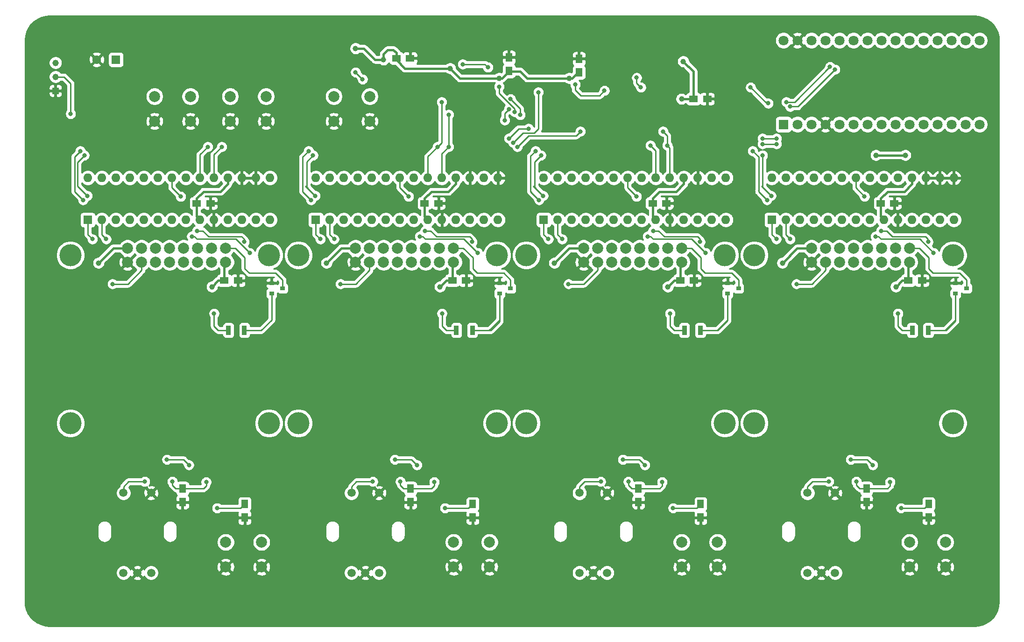
<source format=gbr>
%TF.GenerationSoftware,KiCad,Pcbnew,5.1.6*%
%TF.CreationDate,2020-07-27T09:31:22-05:00*%
%TF.ProjectId,pulsemixer_pcb,70756c73-656d-4697-9865-725f7063622e,rev?*%
%TF.SameCoordinates,Original*%
%TF.FileFunction,Copper,L2,Bot*%
%TF.FilePolarity,Positive*%
%FSLAX46Y46*%
G04 Gerber Fmt 4.6, Leading zero omitted, Abs format (unit mm)*
G04 Created by KiCad (PCBNEW 5.1.6) date 2020-07-27 09:31:22*
%MOMM*%
%LPD*%
G01*
G04 APERTURE LIST*
%TA.AperFunction,ComponentPad*%
%ADD10C,2.000000*%
%TD*%
%TA.AperFunction,ComponentPad*%
%ADD11C,4.000000*%
%TD*%
%TA.AperFunction,ComponentPad*%
%ADD12C,1.498600*%
%TD*%
%TA.AperFunction,SMDPad,CuDef*%
%ADD13R,1.250000X1.500000*%
%TD*%
%TA.AperFunction,SMDPad,CuDef*%
%ADD14R,1.500000X1.250000*%
%TD*%
%TA.AperFunction,ComponentPad*%
%ADD15R,1.600000X1.600000*%
%TD*%
%TA.AperFunction,ComponentPad*%
%ADD16O,1.600000X1.600000*%
%TD*%
%TA.AperFunction,ComponentPad*%
%ADD17R,1.800000X1.800000*%
%TD*%
%TA.AperFunction,ComponentPad*%
%ADD18C,1.800000*%
%TD*%
%TA.AperFunction,ComponentPad*%
%ADD19C,1.160000*%
%TD*%
%TA.AperFunction,ComponentPad*%
%ADD20R,1.160000X1.160000*%
%TD*%
%TA.AperFunction,SMDPad,CuDef*%
%ADD21R,0.900000X0.800000*%
%TD*%
%TA.AperFunction,ComponentPad*%
%ADD22C,1.600000*%
%TD*%
%TA.AperFunction,SMDPad,CuDef*%
%ADD23R,0.900000X1.700000*%
%TD*%
%TA.AperFunction,ViaPad*%
%ADD24C,1.000000*%
%TD*%
%TA.AperFunction,ViaPad*%
%ADD25C,0.800000*%
%TD*%
%TA.AperFunction,Conductor*%
%ADD26C,0.400000*%
%TD*%
%TA.AperFunction,Conductor*%
%ADD27C,0.250000*%
%TD*%
%TA.AperFunction,Conductor*%
%ADD28C,0.254000*%
%TD*%
G04 APERTURE END LIST*
D10*
%TO.P,DS201,16*%
%TO.N,/Channel0/LCD_LED-*%
X97356000Y-75602000D03*
%TO.P,DS201,15*%
%TO.N,+5V*%
X97356000Y-78142000D03*
%TO.P,DS201,14*%
%TO.N,/Channel0/LCD_DB7*%
X94816000Y-75602000D03*
%TO.P,DS201,13*%
%TO.N,/Channel0/LCD_DB6*%
X94816000Y-78142000D03*
%TO.P,DS201,10*%
%TO.N,N/C*%
X89736000Y-75602000D03*
%TO.P,DS201,9*%
X89736000Y-78142000D03*
%TO.P,DS201,12*%
%TO.N,/Channel0/LCD_DB5*%
X92276000Y-75602000D03*
%TO.P,DS201,11*%
%TO.N,/Channel0/LCD_DB4*%
X92276000Y-78142000D03*
%TO.P,DS201,8*%
%TO.N,N/C*%
X87196000Y-75602000D03*
%TO.P,DS201,7*%
X87196000Y-78142000D03*
%TO.P,DS201,6*%
%TO.N,/Channel0/LCD_E*%
X84656000Y-75602000D03*
%TO.P,DS201,5*%
%TO.N,/Channel0/LCD_RW*%
X84656000Y-78142000D03*
%TO.P,DS201,3*%
%TO.N,/LCD_V0*%
X82116000Y-78142000D03*
%TO.P,DS201,4*%
%TO.N,/Channel0/LCD_RS*%
X82116000Y-75602000D03*
%TO.P,DS201,1*%
%TO.N,GND*%
X79576000Y-78142000D03*
%TO.P,DS201,2*%
%TO.N,+5V*%
X79576000Y-75602000D03*
D11*
%TO.P,DS201,*%
%TO.N,*%
X105196000Y-107372000D03*
X69196000Y-107372000D03*
X105196000Y-76872000D03*
X69196000Y-76872000D03*
%TD*%
D10*
%TO.P,DS401,16*%
%TO.N,/Channel2/LCD_LED-*%
X180028000Y-75602000D03*
%TO.P,DS401,15*%
%TO.N,+5V*%
X180028000Y-78142000D03*
%TO.P,DS401,14*%
%TO.N,/Channel2/LCD_DB7*%
X177488000Y-75602000D03*
%TO.P,DS401,13*%
%TO.N,/Channel2/LCD_DB6*%
X177488000Y-78142000D03*
%TO.P,DS401,10*%
%TO.N,N/C*%
X172408000Y-75602000D03*
%TO.P,DS401,9*%
X172408000Y-78142000D03*
%TO.P,DS401,12*%
%TO.N,/Channel2/LCD_DB5*%
X174948000Y-75602000D03*
%TO.P,DS401,11*%
%TO.N,/Channel2/LCD_DB4*%
X174948000Y-78142000D03*
%TO.P,DS401,8*%
%TO.N,N/C*%
X169868000Y-75602000D03*
%TO.P,DS401,7*%
X169868000Y-78142000D03*
%TO.P,DS401,6*%
%TO.N,/Channel2/LCD_E*%
X167328000Y-75602000D03*
%TO.P,DS401,5*%
%TO.N,/Channel2/LCD_RW*%
X167328000Y-78142000D03*
%TO.P,DS401,3*%
%TO.N,/LCD_V0*%
X164788000Y-78142000D03*
%TO.P,DS401,4*%
%TO.N,/Channel2/LCD_RS*%
X164788000Y-75602000D03*
%TO.P,DS401,1*%
%TO.N,GND*%
X162248000Y-78142000D03*
%TO.P,DS401,2*%
%TO.N,+5V*%
X162248000Y-75602000D03*
D11*
%TO.P,DS401,*%
%TO.N,*%
X187868000Y-107372000D03*
X151868000Y-107372000D03*
X187868000Y-76872000D03*
X151868000Y-76872000D03*
%TD*%
D10*
%TO.P,DS501,16*%
%TO.N,/Channel3/LCD_LED-*%
X221364000Y-75602000D03*
%TO.P,DS501,15*%
%TO.N,+5V*%
X221364000Y-78142000D03*
%TO.P,DS501,14*%
%TO.N,/Channel3/LCD_DB7*%
X218824000Y-75602000D03*
%TO.P,DS501,13*%
%TO.N,/Channel3/LCD_DB6*%
X218824000Y-78142000D03*
%TO.P,DS501,10*%
%TO.N,N/C*%
X213744000Y-75602000D03*
%TO.P,DS501,9*%
X213744000Y-78142000D03*
%TO.P,DS501,12*%
%TO.N,/Channel3/LCD_DB5*%
X216284000Y-75602000D03*
%TO.P,DS501,11*%
%TO.N,/Channel3/LCD_DB4*%
X216284000Y-78142000D03*
%TO.P,DS501,8*%
%TO.N,N/C*%
X211204000Y-75602000D03*
%TO.P,DS501,7*%
X211204000Y-78142000D03*
%TO.P,DS501,6*%
%TO.N,/Channel3/LCD_E*%
X208664000Y-75602000D03*
%TO.P,DS501,5*%
%TO.N,/Channel3/LCD_RW*%
X208664000Y-78142000D03*
%TO.P,DS501,3*%
%TO.N,/LCD_V0*%
X206124000Y-78142000D03*
%TO.P,DS501,4*%
%TO.N,/Channel3/LCD_RS*%
X206124000Y-75602000D03*
%TO.P,DS501,1*%
%TO.N,GND*%
X203584000Y-78142000D03*
%TO.P,DS501,2*%
%TO.N,+5V*%
X203584000Y-75602000D03*
D11*
%TO.P,DS501,*%
%TO.N,*%
X229204000Y-107372000D03*
X193204000Y-107372000D03*
X229204000Y-76872000D03*
X193204000Y-76872000D03*
%TD*%
D10*
%TO.P,DS301,16*%
%TO.N,/Channel1/LCD_LED-*%
X138692000Y-75602000D03*
%TO.P,DS301,15*%
%TO.N,+5V*%
X138692000Y-78142000D03*
%TO.P,DS301,14*%
%TO.N,/Channel1/LCD_DB7*%
X136152000Y-75602000D03*
%TO.P,DS301,13*%
%TO.N,/Channel1/LCD_DB6*%
X136152000Y-78142000D03*
%TO.P,DS301,10*%
%TO.N,N/C*%
X131072000Y-75602000D03*
%TO.P,DS301,9*%
X131072000Y-78142000D03*
%TO.P,DS301,12*%
%TO.N,/Channel1/LCD_DB5*%
X133612000Y-75602000D03*
%TO.P,DS301,11*%
%TO.N,/Channel1/LCD_DB4*%
X133612000Y-78142000D03*
%TO.P,DS301,8*%
%TO.N,N/C*%
X128532000Y-75602000D03*
%TO.P,DS301,7*%
X128532000Y-78142000D03*
%TO.P,DS301,6*%
%TO.N,/Channel1/LCD_E*%
X125992000Y-75602000D03*
%TO.P,DS301,5*%
%TO.N,/Channel1/LCD_RW*%
X125992000Y-78142000D03*
%TO.P,DS301,3*%
%TO.N,/LCD_V0*%
X123452000Y-78142000D03*
%TO.P,DS301,4*%
%TO.N,/Channel1/LCD_RS*%
X123452000Y-75602000D03*
%TO.P,DS301,1*%
%TO.N,GND*%
X120912000Y-78142000D03*
%TO.P,DS301,2*%
%TO.N,+5V*%
X120912000Y-75602000D03*
D11*
%TO.P,DS301,*%
%TO.N,*%
X146532000Y-107372000D03*
X110532000Y-107372000D03*
X146532000Y-76872000D03*
X110532000Y-76872000D03*
%TD*%
D12*
%TO.P,SW201,S1*%
%TO.N,/Channel0/SW_VOL_OUT*%
X78833000Y-120031000D03*
%TO.P,SW201,S2*%
%TO.N,GND*%
X83833000Y-120031000D03*
%TO.P,SW201,A*%
%TO.N,/Channel0/VOL_A*%
X78833000Y-134531000D03*
%TO.P,SW201,C*%
%TO.N,GND*%
X81333000Y-134531000D03*
%TO.P,SW201,B*%
%TO.N,/Channel0/VOL_B*%
X83833000Y-134531000D03*
%TD*%
%TO.P,SW301,S1*%
%TO.N,/Channel1/SW_VOL_OUT*%
X120169000Y-120031000D03*
%TO.P,SW301,S2*%
%TO.N,GND*%
X125169000Y-120031000D03*
%TO.P,SW301,A*%
%TO.N,/Channel1/VOL_A*%
X120169000Y-134531000D03*
%TO.P,SW301,C*%
%TO.N,GND*%
X122669000Y-134531000D03*
%TO.P,SW301,B*%
%TO.N,/Channel1/VOL_B*%
X125169000Y-134531000D03*
%TD*%
%TO.P,SW401,S1*%
%TO.N,/Channel2/SW_VOL_OUT*%
X161505000Y-120031000D03*
%TO.P,SW401,S2*%
%TO.N,GND*%
X166505000Y-120031000D03*
%TO.P,SW401,A*%
%TO.N,/Channel2/VOL_A*%
X161505000Y-134531000D03*
%TO.P,SW401,C*%
%TO.N,GND*%
X164005000Y-134531000D03*
%TO.P,SW401,B*%
%TO.N,/Channel2/VOL_B*%
X166505000Y-134531000D03*
%TD*%
%TO.P,SW501,S1*%
%TO.N,/Channel3/SW_VOL_OUT*%
X202841000Y-120031000D03*
%TO.P,SW501,S2*%
%TO.N,GND*%
X207841000Y-120031000D03*
%TO.P,SW501,A*%
%TO.N,/Channel3/VOL_A*%
X202841000Y-134531000D03*
%TO.P,SW501,C*%
%TO.N,GND*%
X205341000Y-134531000D03*
%TO.P,SW501,B*%
%TO.N,/Channel3/VOL_B*%
X207841000Y-134531000D03*
%TD*%
D13*
%TO.P,C201,1*%
%TO.N,GND*%
X100806000Y-124522000D03*
%TO.P,C201,2*%
%TO.N,/Channel0/MUTE_SW_RC*%
X100806000Y-122022000D03*
%TD*%
%TO.P,C202,1*%
%TO.N,GND*%
X89538000Y-121712000D03*
%TO.P,C202,2*%
%TO.N,/Channel0/VOL_SW_RC*%
X89538000Y-119212000D03*
%TD*%
D14*
%TO.P,C204,1*%
%TO.N,+5V*%
X97106000Y-81472000D03*
%TO.P,C204,2*%
%TO.N,GND*%
X99606000Y-81472000D03*
%TD*%
%TO.P,C203,1*%
%TO.N,+5V*%
X92106000Y-67472000D03*
%TO.P,C203,2*%
%TO.N,GND*%
X94606000Y-67472000D03*
%TD*%
D15*
%TO.P,U201,1*%
%TO.N,/Channel0/VOL_A*%
X72356000Y-70472000D03*
D16*
%TO.P,U201,15*%
%TO.N,+5V*%
X105376000Y-62852000D03*
%TO.P,U201,2*%
%TO.N,/Channel0/VOL_B*%
X74896000Y-70472000D03*
%TO.P,U201,16*%
%TO.N,GND*%
X102836000Y-62852000D03*
%TO.P,U201,3*%
%TO.N,/Channel0/LCD_RS*%
X77436000Y-70472000D03*
%TO.P,U201,17*%
%TO.N,GND*%
X100296000Y-62852000D03*
%TO.P,U201,4*%
%TO.N,/Channel0/LCD_E*%
X79976000Y-70472000D03*
%TO.P,U201,18*%
%TO.N,+5V*%
X97756000Y-62852000D03*
%TO.P,U201,5*%
%TO.N,/Channel0/LCD_LED*%
X82516000Y-70472000D03*
%TO.P,U201,19*%
%TO.N,/INTBTN_CH0*%
X95216000Y-62852000D03*
%TO.P,U201,6*%
%TO.N,/Channel0/LCD_RW*%
X85056000Y-70472000D03*
%TO.P,U201,20*%
%TO.N,/INTVOL_CH0*%
X92676000Y-62852000D03*
%TO.P,U201,7*%
%TO.N,N/C*%
X87596000Y-70472000D03*
%TO.P,U201,21*%
%TO.N,/Channel0/LCD_DB4*%
X90136000Y-62852000D03*
%TO.P,U201,8*%
%TO.N,N/C*%
X90136000Y-70472000D03*
%TO.P,U201,22*%
%TO.N,/Channel0/LCD_DB5*%
X87596000Y-62852000D03*
%TO.P,U201,9*%
%TO.N,+5V*%
X92676000Y-70472000D03*
%TO.P,U201,23*%
%TO.N,/Channel0/LCD_DB6*%
X85056000Y-62852000D03*
%TO.P,U201,10*%
%TO.N,GND*%
X95216000Y-70472000D03*
%TO.P,U201,24*%
%TO.N,/Channel0/LCD_DB7*%
X82516000Y-62852000D03*
%TO.P,U201,11*%
%TO.N,N/C*%
X97756000Y-70472000D03*
%TO.P,U201,25*%
X79976000Y-62852000D03*
%TO.P,U201,12*%
%TO.N,/SCK*%
X100296000Y-70472000D03*
%TO.P,U201,26*%
%TO.N,/Channel0/MUTE_SW*%
X77436000Y-62852000D03*
%TO.P,U201,13*%
%TO.N,/SDA*%
X102836000Y-70472000D03*
%TO.P,U201,27*%
%TO.N,/Channel0/VOL_SW*%
X74896000Y-62852000D03*
%TO.P,U201,14*%
%TO.N,N/C*%
X105376000Y-70472000D03*
%TO.P,U201,28*%
%TO.N,/Channel0/MUTE_LED*%
X72356000Y-62852000D03*
%TD*%
D10*
%TO.P,SW202,2*%
%TO.N,GND*%
X97356000Y-133472000D03*
%TO.P,SW202,1*%
%TO.N,/Channel0/SW_MUTE_OUT*%
X97356000Y-128972000D03*
%TO.P,SW202,2*%
%TO.N,GND*%
X103856000Y-133472000D03*
%TO.P,SW202,1*%
%TO.N,/Channel0/SW_MUTE_OUT*%
X103856000Y-128972000D03*
%TD*%
D15*
%TO.P,U401,1*%
%TO.N,/Channel2/VOL_A*%
X155028000Y-70472000D03*
D16*
%TO.P,U401,15*%
%TO.N,+5V*%
X188048000Y-62852000D03*
%TO.P,U401,2*%
%TO.N,/Channel2/VOL_B*%
X157568000Y-70472000D03*
%TO.P,U401,16*%
%TO.N,+5V*%
X185508000Y-62852000D03*
%TO.P,U401,3*%
%TO.N,/Channel2/LCD_RS*%
X160108000Y-70472000D03*
%TO.P,U401,17*%
%TO.N,GND*%
X182968000Y-62852000D03*
%TO.P,U401,4*%
%TO.N,/Channel2/LCD_E*%
X162648000Y-70472000D03*
%TO.P,U401,18*%
%TO.N,+5V*%
X180428000Y-62852000D03*
%TO.P,U401,5*%
%TO.N,/Channel2/LCD_LED*%
X165188000Y-70472000D03*
%TO.P,U401,19*%
%TO.N,/INTBTN_CH2*%
X177888000Y-62852000D03*
%TO.P,U401,6*%
%TO.N,/Channel2/LCD_RW*%
X167728000Y-70472000D03*
%TO.P,U401,20*%
%TO.N,/INTVOL_CH2*%
X175348000Y-62852000D03*
%TO.P,U401,7*%
%TO.N,N/C*%
X170268000Y-70472000D03*
%TO.P,U401,21*%
%TO.N,/Channel2/LCD_DB4*%
X172808000Y-62852000D03*
%TO.P,U401,8*%
%TO.N,N/C*%
X172808000Y-70472000D03*
%TO.P,U401,22*%
%TO.N,/Channel2/LCD_DB5*%
X170268000Y-62852000D03*
%TO.P,U401,9*%
%TO.N,+5V*%
X175348000Y-70472000D03*
%TO.P,U401,23*%
%TO.N,/Channel2/LCD_DB6*%
X167728000Y-62852000D03*
%TO.P,U401,10*%
%TO.N,GND*%
X177888000Y-70472000D03*
%TO.P,U401,24*%
%TO.N,/Channel2/LCD_DB7*%
X165188000Y-62852000D03*
%TO.P,U401,11*%
%TO.N,N/C*%
X180428000Y-70472000D03*
%TO.P,U401,25*%
X162648000Y-62852000D03*
%TO.P,U401,12*%
%TO.N,/SCK*%
X182968000Y-70472000D03*
%TO.P,U401,26*%
%TO.N,/Channel2/MUTE_SW*%
X160108000Y-62852000D03*
%TO.P,U401,13*%
%TO.N,/SDA*%
X185508000Y-70472000D03*
%TO.P,U401,27*%
%TO.N,/Channel2/VOL_SW*%
X157568000Y-62852000D03*
%TO.P,U401,14*%
%TO.N,N/C*%
X188048000Y-70472000D03*
%TO.P,U401,28*%
%TO.N,/Channel2/MUTE_LED*%
X155028000Y-62852000D03*
%TD*%
D13*
%TO.P,C103,1*%
%TO.N,+5V*%
X161420000Y-43734000D03*
%TO.P,C103,2*%
%TO.N,GND*%
X161420000Y-41234000D03*
%TD*%
%TO.P,C102,1*%
%TO.N,+5V*%
X148720000Y-43480000D03*
%TO.P,C102,2*%
%TO.N,GND*%
X148720000Y-40980000D03*
%TD*%
D17*
%TO.P,A101,1*%
%TO.N,N/C*%
X198504000Y-53152000D03*
D18*
%TO.P,A101,2*%
X201044000Y-53152000D03*
%TO.P,A101,3*%
X203584000Y-53152000D03*
%TO.P,A101,4*%
%TO.N,GND*%
X206124000Y-53152000D03*
%TO.P,A101,5*%
%TO.N,/INTBTN*%
X208664000Y-53152000D03*
%TO.P,A101,6*%
%TO.N,/INTVOL*%
X211204000Y-53152000D03*
%TO.P,A101,7*%
%TO.N,/INTCH3*%
X213744000Y-53152000D03*
%TO.P,A101,8*%
%TO.N,/INTCH2*%
X216284000Y-53152000D03*
%TO.P,A101,9*%
%TO.N,/INTCH1*%
X218824000Y-53152000D03*
%TO.P,A101,10*%
%TO.N,/INTCH0*%
X221364000Y-53152000D03*
%TO.P,A101,11*%
%TO.N,/STRM_DEV_LED*%
X223904000Y-53152000D03*
%TO.P,A101,12*%
%TO.N,/PAGE_BTN*%
X226444000Y-53152000D03*
%TO.P,A101,13*%
%TO.N,/IO_BTN*%
X228984000Y-53152000D03*
%TO.P,A101,14*%
%TO.N,/STRM_DEV_BTN*%
X231524000Y-53152000D03*
%TO.P,A101,15*%
%TO.N,/IO_LED*%
X234064000Y-53152000D03*
%TO.P,A101,16*%
%TO.N,N/C*%
X234064000Y-37912000D03*
%TO.P,A101,17*%
X231524000Y-37912000D03*
%TO.P,A101,18*%
X228984000Y-37912000D03*
%TO.P,A101,19*%
X226444000Y-37912000D03*
%TO.P,A101,20*%
X223904000Y-37912000D03*
%TO.P,A101,21*%
X221364000Y-37912000D03*
%TO.P,A101,22*%
X218824000Y-37912000D03*
%TO.P,A101,23*%
%TO.N,/SDA*%
X216284000Y-37912000D03*
%TO.P,A101,24*%
%TO.N,/SCK*%
X213744000Y-37912000D03*
%TO.P,A101,25*%
%TO.N,N/C*%
X211204000Y-37912000D03*
%TO.P,A101,26*%
X208664000Y-37912000D03*
%TO.P,A101,27*%
%TO.N,+5V*%
X206124000Y-37912000D03*
%TO.P,A101,28*%
%TO.N,N/C*%
X203584000Y-37912000D03*
%TO.P,A101,29*%
%TO.N,GND*%
X201044000Y-37912000D03*
%TO.P,A101,30*%
%TO.N,N/C*%
X198504000Y-37912000D03*
%TD*%
D13*
%TO.P,C401,1*%
%TO.N,GND*%
X183478000Y-124522000D03*
%TO.P,C401,2*%
%TO.N,/Channel2/MUTE_SW_RC*%
X183478000Y-122022000D03*
%TD*%
%TO.P,C402,1*%
%TO.N,GND*%
X172210000Y-121712000D03*
%TO.P,C402,2*%
%TO.N,/Channel2/VOL_SW_RC*%
X172210000Y-119212000D03*
%TD*%
D14*
%TO.P,C403,1*%
%TO.N,+5V*%
X174778000Y-67472000D03*
%TO.P,C403,2*%
%TO.N,GND*%
X177278000Y-67472000D03*
%TD*%
%TO.P,C404,1*%
%TO.N,+5V*%
X179778000Y-81472000D03*
%TO.P,C404,2*%
%TO.N,GND*%
X182278000Y-81472000D03*
%TD*%
D13*
%TO.P,C501,1*%
%TO.N,GND*%
X224814000Y-124522000D03*
%TO.P,C501,2*%
%TO.N,/Channel3/MUTE_SW_RC*%
X224814000Y-122022000D03*
%TD*%
%TO.P,C502,1*%
%TO.N,GND*%
X213546000Y-121712000D03*
%TO.P,C502,2*%
%TO.N,/Channel3/VOL_SW_RC*%
X213546000Y-119212000D03*
%TD*%
D14*
%TO.P,C503,1*%
%TO.N,+5V*%
X216114000Y-67472000D03*
%TO.P,C503,2*%
%TO.N,GND*%
X218614000Y-67472000D03*
%TD*%
%TO.P,C504,1*%
%TO.N,+5V*%
X221114000Y-81472000D03*
%TO.P,C504,2*%
%TO.N,GND*%
X223614000Y-81472000D03*
%TD*%
D10*
%TO.P,SW103,2*%
%TO.N,GND*%
X116970000Y-52572000D03*
%TO.P,SW103,1*%
%TO.N,Net-(D103-Pad2)*%
X116970000Y-48072000D03*
%TO.P,SW103,2*%
%TO.N,GND*%
X123470000Y-52572000D03*
%TO.P,SW103,1*%
%TO.N,Net-(D103-Pad2)*%
X123470000Y-48072000D03*
%TD*%
%TO.P,SW402,2*%
%TO.N,GND*%
X180028000Y-133472000D03*
%TO.P,SW402,1*%
%TO.N,/Channel2/SW_MUTE_OUT*%
X180028000Y-128972000D03*
%TO.P,SW402,2*%
%TO.N,GND*%
X186528000Y-133472000D03*
%TO.P,SW402,1*%
%TO.N,/Channel2/SW_MUTE_OUT*%
X186528000Y-128972000D03*
%TD*%
%TO.P,SW502,2*%
%TO.N,GND*%
X221364000Y-133472000D03*
%TO.P,SW502,1*%
%TO.N,/Channel3/SW_MUTE_OUT*%
X221364000Y-128972000D03*
%TO.P,SW502,2*%
%TO.N,GND*%
X227864000Y-133472000D03*
%TO.P,SW502,1*%
%TO.N,/Channel3/SW_MUTE_OUT*%
X227864000Y-128972000D03*
%TD*%
D15*
%TO.P,U501,1*%
%TO.N,/Channel3/VOL_A*%
X196364000Y-70472000D03*
D16*
%TO.P,U501,15*%
%TO.N,GND*%
X229384000Y-62852000D03*
%TO.P,U501,2*%
%TO.N,/Channel3/VOL_B*%
X198904000Y-70472000D03*
%TO.P,U501,16*%
%TO.N,GND*%
X226844000Y-62852000D03*
%TO.P,U501,3*%
%TO.N,/Channel3/LCD_RS*%
X201444000Y-70472000D03*
%TO.P,U501,17*%
%TO.N,GND*%
X224304000Y-62852000D03*
%TO.P,U501,4*%
%TO.N,/Channel3/LCD_E*%
X203984000Y-70472000D03*
%TO.P,U501,18*%
%TO.N,+5V*%
X221764000Y-62852000D03*
%TO.P,U501,5*%
%TO.N,/Channel3/LCD_LED*%
X206524000Y-70472000D03*
%TO.P,U501,19*%
%TO.N,/INTBTN_CH3*%
X219224000Y-62852000D03*
%TO.P,U501,6*%
%TO.N,/Channel3/LCD_RW*%
X209064000Y-70472000D03*
%TO.P,U501,20*%
%TO.N,/INTVOL_CH3*%
X216684000Y-62852000D03*
%TO.P,U501,7*%
%TO.N,N/C*%
X211604000Y-70472000D03*
%TO.P,U501,21*%
%TO.N,/Channel3/LCD_DB4*%
X214144000Y-62852000D03*
%TO.P,U501,8*%
%TO.N,N/C*%
X214144000Y-70472000D03*
%TO.P,U501,22*%
%TO.N,/Channel3/LCD_DB5*%
X211604000Y-62852000D03*
%TO.P,U501,9*%
%TO.N,+5V*%
X216684000Y-70472000D03*
%TO.P,U501,23*%
%TO.N,/Channel3/LCD_DB6*%
X209064000Y-62852000D03*
%TO.P,U501,10*%
%TO.N,GND*%
X219224000Y-70472000D03*
%TO.P,U501,24*%
%TO.N,/Channel3/LCD_DB7*%
X206524000Y-62852000D03*
%TO.P,U501,11*%
%TO.N,N/C*%
X221764000Y-70472000D03*
%TO.P,U501,25*%
X203984000Y-62852000D03*
%TO.P,U501,12*%
%TO.N,/SCK*%
X224304000Y-70472000D03*
%TO.P,U501,26*%
%TO.N,/Channel3/MUTE_SW*%
X201444000Y-62852000D03*
%TO.P,U501,13*%
%TO.N,/SDA*%
X226844000Y-70472000D03*
%TO.P,U501,27*%
%TO.N,/Channel3/VOL_SW*%
X198904000Y-62852000D03*
%TO.P,U501,14*%
%TO.N,N/C*%
X229384000Y-70472000D03*
%TO.P,U501,28*%
%TO.N,/Channel3/MUTE_LED*%
X196364000Y-62852000D03*
%TD*%
D19*
%TO.P,RV101,3*%
%TO.N,+5V*%
X66500000Y-41976000D03*
%TO.P,RV101,2*%
%TO.N,/LCD_V0*%
X66500000Y-44516000D03*
D20*
%TO.P,RV101,1*%
%TO.N,GND*%
X66500000Y-47056000D03*
%TD*%
D13*
%TO.P,C301,1*%
%TO.N,GND*%
X142142000Y-124522000D03*
%TO.P,C301,2*%
%TO.N,/Channel1/MUTE_SW_RC*%
X142142000Y-122022000D03*
%TD*%
%TO.P,C302,2*%
%TO.N,/Channel1/VOL_SW_RC*%
X130874000Y-119212000D03*
%TO.P,C302,1*%
%TO.N,GND*%
X130874000Y-121712000D03*
%TD*%
D14*
%TO.P,C303,1*%
%TO.N,+5V*%
X133442000Y-67472000D03*
%TO.P,C303,2*%
%TO.N,GND*%
X135942000Y-67472000D03*
%TD*%
%TO.P,C304,2*%
%TO.N,GND*%
X140942000Y-81472000D03*
%TO.P,C304,1*%
%TO.N,+5V*%
X138442000Y-81472000D03*
%TD*%
D10*
%TO.P,SW302,1*%
%TO.N,/Channel1/SW_MUTE_OUT*%
X145192000Y-128972000D03*
%TO.P,SW302,2*%
%TO.N,GND*%
X145192000Y-133472000D03*
%TO.P,SW302,1*%
%TO.N,/Channel1/SW_MUTE_OUT*%
X138692000Y-128972000D03*
%TO.P,SW302,2*%
%TO.N,GND*%
X138692000Y-133472000D03*
%TD*%
D16*
%TO.P,U301,28*%
%TO.N,/Channel1/MUTE_LED*%
X113692000Y-62852000D03*
%TO.P,U301,14*%
%TO.N,N/C*%
X146712000Y-70472000D03*
%TO.P,U301,27*%
%TO.N,/Channel1/VOL_SW*%
X116232000Y-62852000D03*
%TO.P,U301,13*%
%TO.N,/SDA*%
X144172000Y-70472000D03*
%TO.P,U301,26*%
%TO.N,/Channel1/MUTE_SW*%
X118772000Y-62852000D03*
%TO.P,U301,12*%
%TO.N,/SCK*%
X141632000Y-70472000D03*
%TO.P,U301,25*%
%TO.N,N/C*%
X121312000Y-62852000D03*
%TO.P,U301,11*%
X139092000Y-70472000D03*
%TO.P,U301,24*%
%TO.N,/Channel1/LCD_DB7*%
X123852000Y-62852000D03*
%TO.P,U301,10*%
%TO.N,GND*%
X136552000Y-70472000D03*
%TO.P,U301,23*%
%TO.N,/Channel1/LCD_DB6*%
X126392000Y-62852000D03*
%TO.P,U301,9*%
%TO.N,+5V*%
X134012000Y-70472000D03*
%TO.P,U301,22*%
%TO.N,/Channel1/LCD_DB5*%
X128932000Y-62852000D03*
%TO.P,U301,8*%
%TO.N,N/C*%
X131472000Y-70472000D03*
%TO.P,U301,21*%
%TO.N,/Channel1/LCD_DB4*%
X131472000Y-62852000D03*
%TO.P,U301,7*%
%TO.N,N/C*%
X128932000Y-70472000D03*
%TO.P,U301,20*%
%TO.N,/INTVOL_CH1*%
X134012000Y-62852000D03*
%TO.P,U301,6*%
%TO.N,/Channel1/LCD_RW*%
X126392000Y-70472000D03*
%TO.P,U301,19*%
%TO.N,/INTBTN_CH1*%
X136552000Y-62852000D03*
%TO.P,U301,5*%
%TO.N,/Channel1/LCD_LED*%
X123852000Y-70472000D03*
%TO.P,U301,18*%
%TO.N,+5V*%
X139092000Y-62852000D03*
%TO.P,U301,4*%
%TO.N,/Channel1/LCD_E*%
X121312000Y-70472000D03*
%TO.P,U301,17*%
%TO.N,GND*%
X141632000Y-62852000D03*
%TO.P,U301,3*%
%TO.N,/Channel1/LCD_RS*%
X118772000Y-70472000D03*
%TO.P,U301,16*%
%TO.N,+5V*%
X144172000Y-62852000D03*
%TO.P,U301,2*%
%TO.N,/Channel1/VOL_B*%
X116232000Y-70472000D03*
%TO.P,U301,15*%
%TO.N,GND*%
X146712000Y-62852000D03*
D15*
%TO.P,U301,1*%
%TO.N,/Channel1/VOL_A*%
X113692000Y-70472000D03*
%TD*%
D14*
%TO.P,C107,2*%
%TO.N,+5V*%
X128290000Y-41148000D03*
%TO.P,C107,1*%
%TO.N,GND*%
X130790000Y-41148000D03*
%TD*%
D10*
%TO.P,SW101,1*%
%TO.N,Net-(D101-Pad2)*%
X104674000Y-48072000D03*
%TO.P,SW101,2*%
%TO.N,GND*%
X104674000Y-52572000D03*
%TO.P,SW101,1*%
%TO.N,Net-(D101-Pad2)*%
X98174000Y-48072000D03*
%TO.P,SW101,2*%
%TO.N,GND*%
X98174000Y-52572000D03*
%TD*%
%TO.P,SW102,2*%
%TO.N,GND*%
X84458000Y-52572000D03*
%TO.P,SW102,1*%
%TO.N,Net-(D102-Pad2)*%
X84458000Y-48072000D03*
%TO.P,SW102,2*%
%TO.N,GND*%
X90958000Y-52572000D03*
%TO.P,SW102,1*%
%TO.N,Net-(D102-Pad2)*%
X90958000Y-48072000D03*
%TD*%
D21*
%TO.P,Q201,1*%
%TO.N,/Channel0/LCD_LED_B*%
X105679949Y-83850184D03*
%TO.P,Q201,2*%
%TO.N,GND*%
X105679949Y-81950184D03*
%TO.P,Q201,3*%
%TO.N,/Channel0/LCD_LED-*%
X107679949Y-82900184D03*
%TD*%
%TO.P,Q301,1*%
%TO.N,/Channel1/LCD_LED_B*%
X147015949Y-83850184D03*
%TO.P,Q301,2*%
%TO.N,GND*%
X147015949Y-81950184D03*
%TO.P,Q301,3*%
%TO.N,/Channel1/LCD_LED-*%
X149015949Y-82900184D03*
%TD*%
%TO.P,Q401,3*%
%TO.N,/Channel2/LCD_LED-*%
X190351949Y-82900184D03*
%TO.P,Q401,2*%
%TO.N,GND*%
X188351949Y-81950184D03*
%TO.P,Q401,1*%
%TO.N,/Channel2/LCD_LED_B*%
X188351949Y-83850184D03*
%TD*%
%TO.P,Q501,3*%
%TO.N,/Channel3/LCD_LED-*%
X231687949Y-82900184D03*
%TO.P,Q501,2*%
%TO.N,GND*%
X229687949Y-81950184D03*
%TO.P,Q501,1*%
%TO.N,/Channel3/LCD_LED_B*%
X229687949Y-83850184D03*
%TD*%
D22*
%TO.P,C101,2*%
%TO.N,GND*%
X73970000Y-41402000D03*
D15*
%TO.P,C101,1*%
%TO.N,Net-(C101-Pad1)*%
X77470000Y-41402000D03*
%TD*%
D23*
%TO.P,R208,1*%
%TO.N,/Channel0/LCD_LED_B*%
X100756000Y-90520184D03*
%TO.P,R208,2*%
%TO.N,/Channel0/LCD_LED*%
X97856000Y-90520184D03*
%TD*%
%TO.P,R308,2*%
%TO.N,/Channel1/LCD_LED*%
X139192000Y-90520184D03*
%TO.P,R308,1*%
%TO.N,/Channel1/LCD_LED_B*%
X142092000Y-90520184D03*
%TD*%
%TO.P,R408,1*%
%TO.N,/Channel2/LCD_LED_B*%
X183428000Y-90520184D03*
%TO.P,R408,2*%
%TO.N,/Channel2/LCD_LED*%
X180528000Y-90520184D03*
%TD*%
%TO.P,R508,2*%
%TO.N,/Channel3/LCD_LED*%
X221864000Y-90520184D03*
%TO.P,R508,1*%
%TO.N,/Channel3/LCD_LED_B*%
X224764000Y-90520184D03*
%TD*%
D14*
%TO.P,C108,2*%
%TO.N,+5V*%
X182183000Y-48531000D03*
%TO.P,C108,1*%
%TO.N,GND*%
X184683000Y-48531000D03*
%TD*%
D24*
%TO.N,GND*%
X90300000Y-110810000D03*
X97666000Y-114874000D03*
X131636000Y-110810000D03*
X139002000Y-114874000D03*
X172972000Y-110810000D03*
X180338000Y-114874000D03*
X214308000Y-110810000D03*
X221674000Y-114874000D03*
X155324000Y-52390000D03*
X141862000Y-52390000D03*
X129761000Y-47564000D03*
X131636000Y-110810000D03*
X139002000Y-114874000D03*
X172972000Y-110810000D03*
X180338000Y-114874000D03*
X214308000Y-110810000D03*
X221674000Y-114874000D03*
X170633000Y-41231000D03*
%TO.N,+5V*%
X136208000Y-82616000D03*
X115634000Y-78298000D03*
X218880000Y-82616000D03*
X198306000Y-78298000D03*
X94872000Y-82616000D03*
X74298000Y-78298000D03*
X177544000Y-82616000D03*
X156970000Y-78298000D03*
X146942000Y-44770000D03*
X159642000Y-44770000D03*
X138052000Y-42992000D03*
X220602000Y-58740000D03*
X215268000Y-58740000D03*
X125984000Y-41402000D03*
X120904000Y-39370000D03*
X136208000Y-82616000D03*
X115634000Y-78298000D03*
X177544000Y-82616000D03*
X156970000Y-78298000D03*
X218880000Y-82616000D03*
X198306000Y-78298000D03*
X180033000Y-48531000D03*
X180333000Y-41731000D03*
D25*
%TO.N,/SCK*%
X71504000Y-66868000D03*
X112840000Y-66868000D03*
X154176000Y-66868000D03*
X195512000Y-66868000D03*
X153546000Y-57978000D03*
X70996000Y-57978000D03*
X192916000Y-57978000D03*
X112398000Y-57978000D03*
X199012000Y-49088000D03*
X206927384Y-42705650D03*
X112840000Y-66868000D03*
X154176000Y-66868000D03*
X195512000Y-66868000D03*
%TO.N,/SDA*%
X72266000Y-66106000D03*
X113602000Y-66106000D03*
X154938000Y-66106000D03*
X196274000Y-66106000D03*
X194704000Y-58770184D03*
X154531816Y-58770184D03*
X71727816Y-58770184D03*
X113190184Y-58770184D03*
X207834338Y-43178338D03*
X199703949Y-49920051D03*
X113602000Y-66106000D03*
X154938000Y-66106000D03*
X196274000Y-66106000D03*
%TO.N,/LCD_V0*%
X76838000Y-82108000D03*
X118174000Y-82108000D03*
X159510000Y-82108000D03*
X200846000Y-82108000D03*
X69245990Y-51231000D03*
X118174000Y-82108000D03*
X159510000Y-82108000D03*
X200846000Y-82108000D03*
%TO.N,/Channel1/LCD_RW*%
X133519347Y-72459347D03*
X142057306Y-74472000D03*
X133519347Y-72459347D03*
X142057306Y-74472000D03*
%TO.N,/Channel1/LCD_DB5*%
X130525741Y-66247000D03*
X130525741Y-66247000D03*
%TO.N,/Channel1/VOL_B*%
X117032000Y-73972000D03*
X117032000Y-73972000D03*
%TO.N,/Channel1/VOL_A*%
X114532000Y-73972000D03*
X114532000Y-73972000D03*
%TO.N,/Channel2/LCD_RW*%
X174855347Y-72459347D03*
X183393306Y-74472000D03*
X174855347Y-72459347D03*
X183393306Y-74472000D03*
%TO.N,/Channel2/LCD_DB5*%
X171861741Y-66247000D03*
X171861741Y-66247000D03*
%TO.N,/Channel3/LCD_DB5*%
X213197741Y-66247000D03*
X213197741Y-66247000D03*
%TO.N,/Channel3/LCD_RW*%
X216191347Y-72459347D03*
X224729306Y-74472000D03*
X216191347Y-72459347D03*
X224729306Y-74472000D03*
%TO.N,/Channel0/LCD_DB5*%
X89189741Y-66247000D03*
%TO.N,/Channel0/LCD_RW*%
X92183347Y-72459347D03*
X100721306Y-74472000D03*
%TO.N,/Channel2/VOL_B*%
X158368000Y-73972000D03*
X158368000Y-73972000D03*
%TO.N,/Channel2/VOL_A*%
X155868000Y-73972000D03*
X155868000Y-73972000D03*
%TO.N,/Channel3/VOL_A*%
X197204000Y-73972000D03*
X197204000Y-73972000D03*
%TO.N,/Channel3/VOL_B*%
X199704000Y-73972000D03*
X199704000Y-73972000D03*
%TO.N,/Channel0/VOL_A*%
X73196000Y-73972000D03*
%TO.N,/Channel0/VOL_B*%
X75696000Y-73972000D03*
%TO.N,/INTBTN*%
X171870347Y-44668347D03*
X172633000Y-46431000D03*
X192533000Y-46431000D03*
X195733000Y-49331000D03*
%TO.N,/INTBTN_CH0*%
X96650000Y-57216000D03*
X148720000Y-55692000D03*
X152276000Y-53914000D03*
%TO.N,/INTVOL_CH0*%
X94110000Y-57216000D03*
X140338000Y-42230000D03*
X144910000Y-42795076D03*
%TO.N,/INTBTN_CH1*%
X137798000Y-57216000D03*
X150244000Y-57216000D03*
X161674000Y-54422000D03*
X137798000Y-51374000D03*
%TO.N,/INTVOL_CH1*%
X135766000Y-57216000D03*
X149482000Y-56454000D03*
X154054000Y-47310000D03*
X136528000Y-49088000D03*
%TO.N,/INTBTN_CH2*%
X177422000Y-56962000D03*
X176660000Y-54422000D03*
%TO.N,/INTVOL_CH2*%
X174374000Y-56962000D03*
X147958000Y-52390000D03*
X148720000Y-50358000D03*
%TO.N,/INTBTN_CH3*%
X197234000Y-55692000D03*
X194694000Y-55692000D03*
X149007161Y-48546839D03*
X150752000Y-51436231D03*
%TO.N,/INTVOL_CH3*%
X197234000Y-56708000D03*
X194694000Y-56708000D03*
X146942000Y-46294000D03*
X149735982Y-50866000D03*
%TO.N,/Channel1/MUTE_SW_RC*%
X137142000Y-122772000D03*
X137142000Y-122772000D03*
%TO.N,/Channel1/VOL_SW_RC*%
X135159888Y-118047220D03*
X129032000Y-117972000D03*
X135159888Y-118047220D03*
X129032000Y-117972000D03*
%TO.N,/Channel2/MUTE_SW_RC*%
X178478000Y-122772000D03*
X178478000Y-122772000D03*
%TO.N,/Channel2/VOL_SW_RC*%
X176495888Y-118047220D03*
X170368000Y-117972000D03*
X176495888Y-118047220D03*
X170368000Y-117972000D03*
%TO.N,/Channel3/MUTE_SW_RC*%
X219814000Y-122772000D03*
X219814000Y-122772000D03*
%TO.N,/Channel3/VOL_SW_RC*%
X217831888Y-118047220D03*
X211704000Y-117972000D03*
X217831888Y-118047220D03*
X211704000Y-117972000D03*
%TO.N,/Channel0/MUTE_SW_RC*%
X95806000Y-122772000D03*
%TO.N,/Channel0/VOL_SW_RC*%
X93823888Y-118047220D03*
X87696000Y-117972000D03*
%TO.N,/Channel1/SW_VOL_OUT*%
X132032000Y-114972000D03*
X128032000Y-113972000D03*
X124032000Y-117972000D03*
X132032000Y-114972000D03*
X128032000Y-113972000D03*
X124032000Y-117972000D03*
%TO.N,/Channel2/SW_VOL_OUT*%
X173368000Y-114972000D03*
X169368000Y-113972000D03*
X165368000Y-117972000D03*
X173368000Y-114972000D03*
X169368000Y-113972000D03*
X165368000Y-117972000D03*
%TO.N,/Channel3/SW_VOL_OUT*%
X214704000Y-114972000D03*
X210704000Y-113972000D03*
X206704000Y-117972000D03*
X214704000Y-114972000D03*
X210704000Y-113972000D03*
X206704000Y-117972000D03*
%TO.N,/Channel0/SW_VOL_OUT*%
X90696000Y-114972000D03*
X86696000Y-113972000D03*
X82696000Y-117972000D03*
%TO.N,/Channel1/LCD_LED*%
X132532000Y-73472000D03*
X143032000Y-76472000D03*
X136585949Y-87472184D03*
X132532000Y-73472000D03*
X143032000Y-76472000D03*
X136585949Y-87472184D03*
%TO.N,/Channel2/LCD_LED*%
X173868000Y-73472000D03*
X184368000Y-76472000D03*
X177921949Y-87472184D03*
X173868000Y-73472000D03*
X184368000Y-76472000D03*
X177921949Y-87472184D03*
%TO.N,/Channel3/LCD_LED*%
X215204000Y-73472000D03*
X225704000Y-76472000D03*
X219257949Y-87472184D03*
X215204000Y-73472000D03*
X225704000Y-76472000D03*
X219257949Y-87472184D03*
%TO.N,/Channel0/LCD_LED*%
X91196000Y-73472000D03*
X101696000Y-76472000D03*
X95249949Y-87472184D03*
%TO.N,Net-(C106-Pad1)*%
X120904000Y-43688000D03*
X122174000Y-44958000D03*
%TO.N,/INT_CH_BTN*%
X160733000Y-45931000D03*
X166033000Y-47031000D03*
%TD*%
D26*
%TO.N,+5V*%
X138442000Y-78392000D02*
X138692000Y-78142000D01*
X138442000Y-81472000D02*
X138442000Y-78392000D01*
X134684000Y-65344000D02*
X133442000Y-66586000D01*
X139092000Y-62852000D02*
X139092000Y-63984000D01*
X133442000Y-66586000D02*
X133442000Y-67472000D01*
X137732000Y-65344000D02*
X134684000Y-65344000D01*
X139092000Y-63984000D02*
X137732000Y-65344000D01*
X133442000Y-69902000D02*
X134012000Y-70472000D01*
X133442000Y-67472000D02*
X133442000Y-69902000D01*
X138442000Y-81472000D02*
X137352000Y-81472000D01*
X137352000Y-81472000D02*
X136208000Y-82616000D01*
X120912000Y-75602000D02*
X118330000Y-75602000D01*
X118330000Y-75602000D02*
X115634000Y-78298000D01*
X221114000Y-78392000D02*
X221364000Y-78142000D01*
X221114000Y-81472000D02*
X221114000Y-78392000D01*
X217356000Y-65344000D02*
X216114000Y-66586000D01*
X221764000Y-62852000D02*
X221764000Y-63984000D01*
X216114000Y-66586000D02*
X216114000Y-67472000D01*
X220404000Y-65344000D02*
X217356000Y-65344000D01*
X221764000Y-63984000D02*
X220404000Y-65344000D01*
X216114000Y-69902000D02*
X216684000Y-70472000D01*
X216114000Y-67472000D02*
X216114000Y-69902000D01*
X221114000Y-81472000D02*
X220024000Y-81472000D01*
X220024000Y-81472000D02*
X218880000Y-82616000D01*
X203584000Y-75602000D02*
X201002000Y-75602000D01*
X201002000Y-75602000D02*
X198306000Y-78298000D01*
X97106000Y-78392000D02*
X97356000Y-78142000D01*
X97106000Y-81472000D02*
X97106000Y-78392000D01*
X93348000Y-65344000D02*
X92106000Y-66586000D01*
X97756000Y-62852000D02*
X97756000Y-63984000D01*
X92106000Y-66586000D02*
X92106000Y-67472000D01*
X96396000Y-65344000D02*
X93348000Y-65344000D01*
X97756000Y-63984000D02*
X96396000Y-65344000D01*
X92106000Y-69902000D02*
X92676000Y-70472000D01*
X92106000Y-67472000D02*
X92106000Y-69902000D01*
X97106000Y-81472000D02*
X96016000Y-81472000D01*
X96016000Y-81472000D02*
X94872000Y-82616000D01*
X79576000Y-75602000D02*
X76994000Y-75602000D01*
X76994000Y-75602000D02*
X74298000Y-78298000D01*
X179778000Y-78392000D02*
X180028000Y-78142000D01*
X179778000Y-81472000D02*
X179778000Y-78392000D01*
X176020000Y-65344000D02*
X174778000Y-66586000D01*
X180428000Y-62852000D02*
X180428000Y-63984000D01*
X174778000Y-66586000D02*
X174778000Y-67472000D01*
X179068000Y-65344000D02*
X176020000Y-65344000D01*
X180428000Y-63984000D02*
X179068000Y-65344000D01*
X174778000Y-69902000D02*
X175348000Y-70472000D01*
X174778000Y-67472000D02*
X174778000Y-69902000D01*
X179778000Y-81472000D02*
X178688000Y-81472000D01*
X178688000Y-81472000D02*
X177544000Y-82616000D01*
X162248000Y-75602000D02*
X159666000Y-75602000D01*
X159666000Y-75602000D02*
X156970000Y-78298000D01*
X147470000Y-44770000D02*
X148720000Y-43520000D01*
X146942000Y-44770000D02*
X147470000Y-44770000D01*
X160170000Y-44770000D02*
X161420000Y-43520000D01*
X159642000Y-44770000D02*
X160170000Y-44770000D01*
X148720000Y-43520000D02*
X150772000Y-43520000D01*
X152022000Y-44770000D02*
X159642000Y-44770000D01*
X150772000Y-43520000D02*
X152022000Y-44770000D01*
X146942000Y-44770000D02*
X139830000Y-44770000D01*
X139830000Y-44770000D02*
X138052000Y-42992000D01*
X219840000Y-58740000D02*
X220602000Y-58740000D01*
X215268000Y-58740000D02*
X219840000Y-58740000D01*
X125984000Y-41402000D02*
X125984000Y-40386000D01*
X125984000Y-40386000D02*
X126746000Y-39624000D01*
X126746000Y-39624000D02*
X127762000Y-39624000D01*
X128290000Y-40152000D02*
X128290000Y-41148000D01*
X127762000Y-39624000D02*
X128290000Y-40152000D01*
X128290000Y-41148000D02*
X128290000Y-41422000D01*
X129860000Y-42992000D02*
X138052000Y-42992000D01*
X128290000Y-41422000D02*
X129860000Y-42992000D01*
X124460000Y-41402000D02*
X125984000Y-41402000D01*
X120904000Y-39370000D02*
X122428000Y-39370000D01*
X122428000Y-39370000D02*
X124460000Y-41402000D01*
X138442000Y-78392000D02*
X138692000Y-78142000D01*
X138442000Y-81472000D02*
X138442000Y-78392000D01*
X134684000Y-65344000D02*
X133442000Y-66586000D01*
X139092000Y-62852000D02*
X139092000Y-63984000D01*
X133442000Y-66586000D02*
X133442000Y-67472000D01*
X137732000Y-65344000D02*
X134684000Y-65344000D01*
X139092000Y-63984000D02*
X137732000Y-65344000D01*
X133442000Y-69902000D02*
X134012000Y-70472000D01*
X133442000Y-67472000D02*
X133442000Y-69902000D01*
X138442000Y-81472000D02*
X137352000Y-81472000D01*
X137352000Y-81472000D02*
X136208000Y-82616000D01*
X120912000Y-75602000D02*
X118330000Y-75602000D01*
X118330000Y-75602000D02*
X115634000Y-78298000D01*
X179778000Y-78392000D02*
X180028000Y-78142000D01*
X179778000Y-81472000D02*
X179778000Y-78392000D01*
X176020000Y-65344000D02*
X174778000Y-66586000D01*
X180428000Y-62852000D02*
X180428000Y-63984000D01*
X174778000Y-66586000D02*
X174778000Y-67472000D01*
X179068000Y-65344000D02*
X176020000Y-65344000D01*
X180428000Y-63984000D02*
X179068000Y-65344000D01*
X174778000Y-69902000D02*
X175348000Y-70472000D01*
X174778000Y-67472000D02*
X174778000Y-69902000D01*
X179778000Y-81472000D02*
X178688000Y-81472000D01*
X178688000Y-81472000D02*
X177544000Y-82616000D01*
X162248000Y-75602000D02*
X159666000Y-75602000D01*
X159666000Y-75602000D02*
X156970000Y-78298000D01*
X221114000Y-78392000D02*
X221364000Y-78142000D01*
X221114000Y-81472000D02*
X221114000Y-78392000D01*
X217356000Y-65344000D02*
X216114000Y-66586000D01*
X221764000Y-62852000D02*
X221764000Y-63984000D01*
X216114000Y-66586000D02*
X216114000Y-67472000D01*
X220404000Y-65344000D02*
X217356000Y-65344000D01*
X221764000Y-63984000D02*
X220404000Y-65344000D01*
X216114000Y-69902000D02*
X216684000Y-70472000D01*
X216114000Y-67472000D02*
X216114000Y-69902000D01*
X221114000Y-81472000D02*
X220024000Y-81472000D01*
X220024000Y-81472000D02*
X218880000Y-82616000D01*
X203584000Y-75602000D02*
X201002000Y-75602000D01*
X201002000Y-75602000D02*
X198306000Y-78298000D01*
X180033000Y-48531000D02*
X182183000Y-48531000D01*
X182183000Y-48531000D02*
X182183000Y-43581000D01*
X182183000Y-43581000D02*
X180333000Y-41731000D01*
D27*
%TO.N,/SCK*%
X193988000Y-65136820D02*
X193979000Y-65127820D01*
X193988000Y-65344000D02*
X193988000Y-65136820D01*
X195512000Y-66868000D02*
X193988000Y-65344000D01*
X154176000Y-66868000D02*
X152643000Y-65335000D01*
X152643000Y-58881000D02*
X153546000Y-57978000D01*
X152643000Y-65335000D02*
X152643000Y-58881000D01*
X69980000Y-58994000D02*
X70996000Y-57978000D01*
X71504000Y-66868000D02*
X69980000Y-65344000D01*
X69980000Y-65344000D02*
X69980000Y-58994000D01*
X193988000Y-65136820D02*
X193988000Y-59050000D01*
X193988000Y-59050000D02*
X192916000Y-57978000D01*
X111307000Y-59069000D02*
X112398000Y-57978000D01*
X111307000Y-65344000D02*
X111307000Y-59069000D01*
X112840000Y-66868000D02*
X111316000Y-65344000D01*
X111316000Y-65344000D02*
X111307000Y-65344000D01*
X200545034Y-49088000D02*
X206927384Y-42705650D01*
X199012000Y-49088000D02*
X200545034Y-49088000D01*
X112840000Y-66868000D02*
X111316000Y-65344000D01*
X154176000Y-66868000D02*
X152652000Y-65344000D01*
X195512000Y-66868000D02*
X193988000Y-65344000D01*
%TO.N,/SDA*%
X194704000Y-64536000D02*
X196274000Y-66106000D01*
X194704000Y-58770184D02*
X194704000Y-64536000D01*
X113602000Y-66106000D02*
X112032000Y-64536000D01*
X153368000Y-64536000D02*
X154938000Y-66106000D01*
X153368000Y-64536000D02*
X153368000Y-59934000D01*
X153368000Y-59934000D02*
X154531816Y-58770184D01*
X70488000Y-60010000D02*
X71727816Y-58770184D01*
X70488000Y-64328000D02*
X70488000Y-60010000D01*
X72266000Y-66106000D02*
X70488000Y-64328000D01*
X112032000Y-59928368D02*
X113190184Y-58770184D01*
X112032000Y-64536000D02*
X112032000Y-59928368D01*
X201092624Y-49920051D02*
X207834338Y-43178338D01*
X199703949Y-49920051D02*
X201092624Y-49920051D01*
X113602000Y-66106000D02*
X111824000Y-64328000D01*
X154938000Y-66106000D02*
X153160000Y-64328000D01*
X196274000Y-66106000D02*
X194496000Y-64328000D01*
%TO.N,/LCD_V0*%
X82116000Y-78142000D02*
X82116000Y-79624000D01*
X82116000Y-79624000D02*
X79632000Y-82108000D01*
X79632000Y-82108000D02*
X76838000Y-82108000D01*
X123452000Y-78142000D02*
X123452000Y-79624000D01*
X123452000Y-79624000D02*
X120968000Y-82108000D01*
X120968000Y-82108000D02*
X118174000Y-82108000D01*
X164788000Y-78142000D02*
X164788000Y-79624000D01*
X164788000Y-79624000D02*
X162304000Y-82108000D01*
X162304000Y-82108000D02*
X159510000Y-82108000D01*
X206124000Y-78142000D02*
X206124000Y-79624000D01*
X206124000Y-79624000D02*
X203640000Y-82108000D01*
X203640000Y-82108000D02*
X200846000Y-82108000D01*
X69245990Y-51231000D02*
X69245990Y-45743990D01*
X68018000Y-44516000D02*
X66500000Y-44516000D01*
X69245990Y-45743990D02*
X68018000Y-44516000D01*
X123452000Y-78142000D02*
X123452000Y-79624000D01*
X123452000Y-79624000D02*
X120968000Y-82108000D01*
X120968000Y-82108000D02*
X118174000Y-82108000D01*
X164788000Y-78142000D02*
X164788000Y-79624000D01*
X164788000Y-79624000D02*
X162304000Y-82108000D01*
X162304000Y-82108000D02*
X159510000Y-82108000D01*
X206124000Y-78142000D02*
X206124000Y-79624000D01*
X206124000Y-79624000D02*
X203640000Y-82108000D01*
X203640000Y-82108000D02*
X200846000Y-82108000D01*
%TO.N,/Channel1/LCD_RW*%
X142032000Y-74446694D02*
X142057306Y-74472000D01*
X133519347Y-72459347D02*
X134519347Y-72459347D01*
X141581990Y-73521990D02*
X142032000Y-73972000D01*
X134519347Y-72459347D02*
X135581990Y-73521990D01*
X135581990Y-73521990D02*
X141581990Y-73521990D01*
X142032000Y-73972000D02*
X142032000Y-74446694D01*
X142032000Y-74446694D02*
X142057306Y-74472000D01*
X133519347Y-72459347D02*
X134519347Y-72459347D01*
X141581990Y-73521990D02*
X142032000Y-73972000D01*
X134519347Y-72459347D02*
X135581990Y-73521990D01*
X135581990Y-73521990D02*
X141581990Y-73521990D01*
X142032000Y-73972000D02*
X142032000Y-74446694D01*
%TO.N,/Channel1/LCD_DB5*%
X128932000Y-62852000D02*
X128932000Y-64653259D01*
X128932000Y-64653259D02*
X130525741Y-66247000D01*
X128932000Y-62852000D02*
X128932000Y-64653259D01*
X128932000Y-64653259D02*
X130525741Y-66247000D01*
%TO.N,/Channel1/VOL_B*%
X116232000Y-70472000D02*
X116232000Y-73172000D01*
X116232000Y-73172000D02*
X117032000Y-73972000D01*
X116232000Y-70472000D02*
X116232000Y-73172000D01*
X116232000Y-73172000D02*
X117032000Y-73972000D01*
%TO.N,/Channel1/VOL_A*%
X113692000Y-70472000D02*
X113692000Y-73132000D01*
X113692000Y-73132000D02*
X114532000Y-73972000D01*
X113692000Y-70472000D02*
X113692000Y-73132000D01*
X113692000Y-73132000D02*
X114532000Y-73972000D01*
%TO.N,/Channel2/LCD_RW*%
X183368000Y-74446694D02*
X183393306Y-74472000D01*
X174855347Y-72459347D02*
X175855347Y-72459347D01*
X182917990Y-73521990D02*
X183368000Y-73972000D01*
X175855347Y-72459347D02*
X176917990Y-73521990D01*
X176917990Y-73521990D02*
X182917990Y-73521990D01*
X183368000Y-73972000D02*
X183368000Y-74446694D01*
X183368000Y-74446694D02*
X183393306Y-74472000D01*
X174855347Y-72459347D02*
X175855347Y-72459347D01*
X182917990Y-73521990D02*
X183368000Y-73972000D01*
X175855347Y-72459347D02*
X176917990Y-73521990D01*
X176917990Y-73521990D02*
X182917990Y-73521990D01*
X183368000Y-73972000D02*
X183368000Y-74446694D01*
%TO.N,/Channel2/LCD_DB5*%
X170268000Y-62852000D02*
X170268000Y-64653259D01*
X170268000Y-64653259D02*
X171861741Y-66247000D01*
X170268000Y-62852000D02*
X170268000Y-64653259D01*
X170268000Y-64653259D02*
X171861741Y-66247000D01*
%TO.N,/Channel3/LCD_DB5*%
X211604000Y-62852000D02*
X211604000Y-64653259D01*
X211604000Y-64653259D02*
X213197741Y-66247000D01*
X211604000Y-62852000D02*
X211604000Y-64653259D01*
X211604000Y-64653259D02*
X213197741Y-66247000D01*
%TO.N,/Channel3/LCD_RW*%
X224704000Y-74446694D02*
X224729306Y-74472000D01*
X216191347Y-72459347D02*
X217191347Y-72459347D01*
X224253990Y-73521990D02*
X224704000Y-73972000D01*
X217191347Y-72459347D02*
X218253990Y-73521990D01*
X218253990Y-73521990D02*
X224253990Y-73521990D01*
X224704000Y-73972000D02*
X224704000Y-74446694D01*
X224704000Y-74446694D02*
X224729306Y-74472000D01*
X216191347Y-72459347D02*
X217191347Y-72459347D01*
X224253990Y-73521990D02*
X224704000Y-73972000D01*
X217191347Y-72459347D02*
X218253990Y-73521990D01*
X218253990Y-73521990D02*
X224253990Y-73521990D01*
X224704000Y-73972000D02*
X224704000Y-74446694D01*
%TO.N,/Channel0/LCD_DB5*%
X87596000Y-62852000D02*
X87596000Y-64653259D01*
X87596000Y-64653259D02*
X89189741Y-66247000D01*
%TO.N,/Channel0/LCD_RW*%
X100696000Y-74446694D02*
X100721306Y-74472000D01*
X92183347Y-72459347D02*
X93183347Y-72459347D01*
X100245990Y-73521990D02*
X100696000Y-73972000D01*
X93183347Y-72459347D02*
X94245990Y-73521990D01*
X94245990Y-73521990D02*
X100245990Y-73521990D01*
X100696000Y-73972000D02*
X100696000Y-74446694D01*
%TO.N,/Channel2/VOL_B*%
X157568000Y-70472000D02*
X157568000Y-73172000D01*
X157568000Y-73172000D02*
X158368000Y-73972000D01*
X157568000Y-70472000D02*
X157568000Y-73172000D01*
X157568000Y-73172000D02*
X158368000Y-73972000D01*
%TO.N,/Channel2/VOL_A*%
X155028000Y-70472000D02*
X155028000Y-73132000D01*
X155028000Y-73132000D02*
X155868000Y-73972000D01*
X155028000Y-70472000D02*
X155028000Y-73132000D01*
X155028000Y-73132000D02*
X155868000Y-73972000D01*
%TO.N,/Channel3/VOL_A*%
X196364000Y-70472000D02*
X196364000Y-73132000D01*
X196364000Y-73132000D02*
X197204000Y-73972000D01*
X196364000Y-70472000D02*
X196364000Y-73132000D01*
X196364000Y-73132000D02*
X197204000Y-73972000D01*
%TO.N,/Channel3/VOL_B*%
X198904000Y-70472000D02*
X198904000Y-73172000D01*
X198904000Y-73172000D02*
X199704000Y-73972000D01*
X198904000Y-70472000D02*
X198904000Y-73172000D01*
X198904000Y-73172000D02*
X199704000Y-73972000D01*
%TO.N,/Channel0/VOL_A*%
X72356000Y-70472000D02*
X72356000Y-73132000D01*
X72356000Y-73132000D02*
X73196000Y-73972000D01*
%TO.N,/Channel0/VOL_B*%
X74896000Y-70472000D02*
X74896000Y-73172000D01*
X74896000Y-73172000D02*
X75696000Y-73972000D01*
%TO.N,/INTBTN*%
X171870347Y-44668347D02*
X171870347Y-45668347D01*
X171870347Y-45668347D02*
X172633000Y-46431000D01*
X192533000Y-46431000D02*
X195433000Y-49331000D01*
X195433000Y-49331000D02*
X195733000Y-49331000D01*
%TO.N,/INTBTN_CH0*%
X95216000Y-62852000D02*
X95216000Y-58650000D01*
X95216000Y-58650000D02*
X96650000Y-57216000D01*
X148720000Y-55692000D02*
X150498000Y-53914000D01*
X150498000Y-53914000D02*
X152276000Y-53914000D01*
%TO.N,/INTVOL_CH0*%
X92676000Y-62852000D02*
X92676000Y-58650000D01*
X92676000Y-58650000D02*
X94110000Y-57216000D01*
X140338000Y-42230000D02*
X144344924Y-42230000D01*
X144344924Y-42230000D02*
X144910000Y-42795076D01*
%TO.N,/INTBTN_CH1*%
X136552000Y-62852000D02*
X136552000Y-58462000D01*
X136552000Y-58462000D02*
X137798000Y-57216000D01*
X160912000Y-55184000D02*
X161674000Y-54422000D01*
X150244000Y-57216000D02*
X152276000Y-55184000D01*
X152276000Y-55184000D02*
X160912000Y-55184000D01*
X137798000Y-57216000D02*
X137798000Y-51374000D01*
%TO.N,/INTVOL_CH1*%
X134012000Y-62852000D02*
X134012000Y-58970000D01*
X134012000Y-58970000D02*
X135766000Y-57216000D01*
X149482000Y-56454000D02*
X151260000Y-54676000D01*
X151260000Y-54676000D02*
X153292000Y-54676000D01*
X153292000Y-54676000D02*
X154054000Y-53914000D01*
X154054000Y-53914000D02*
X154054000Y-47310000D01*
X136528000Y-56454000D02*
X136528000Y-49088000D01*
X135766000Y-57216000D02*
X136528000Y-56454000D01*
%TO.N,/INTBTN_CH2*%
X177888000Y-62852000D02*
X177888000Y-61322000D01*
X177888000Y-61322000D02*
X177888000Y-57428000D01*
X177888000Y-57428000D02*
X177422000Y-56962000D01*
X177422000Y-55184000D02*
X176660000Y-54422000D01*
X177422000Y-56962000D02*
X177422000Y-55184000D01*
%TO.N,/INTVOL_CH2*%
X175348000Y-62852000D02*
X175348000Y-57936000D01*
X175348000Y-57936000D02*
X174374000Y-56962000D01*
X147958000Y-52390000D02*
X147958000Y-51120000D01*
X147958000Y-51120000D02*
X148720000Y-50358000D01*
%TO.N,/INTBTN_CH3*%
X197234000Y-55692000D02*
X194694000Y-55692000D01*
X150752000Y-50291678D02*
X150752000Y-51436231D01*
X149007161Y-48546839D02*
X150752000Y-50291678D01*
%TO.N,/INTVOL_CH3*%
X197234000Y-56708000D02*
X194694000Y-56708000D01*
X149735982Y-50300980D02*
X149735982Y-50866000D01*
X146942000Y-46294000D02*
X146942000Y-47506998D01*
X146942000Y-47506998D02*
X149735982Y-50300980D01*
%TO.N,/Channel1/MUTE_SW_RC*%
X141392000Y-122772000D02*
X142142000Y-122022000D01*
X137142000Y-122772000D02*
X141392000Y-122772000D01*
X141392000Y-122772000D02*
X142142000Y-122022000D01*
X137142000Y-122772000D02*
X141392000Y-122772000D01*
%TO.N,/Channel1/VOL_SW_RC*%
X129142000Y-118082000D02*
X129032000Y-117972000D01*
X130874000Y-119212000D02*
X129624000Y-119212000D01*
X129032000Y-118620000D02*
X129032000Y-117972000D01*
X129624000Y-119212000D02*
X129032000Y-118620000D01*
X135159888Y-118748224D02*
X135159888Y-118047220D01*
X130874000Y-119212000D02*
X134696112Y-119212000D01*
X134696112Y-119212000D02*
X135159888Y-118748224D01*
X129142000Y-118082000D02*
X129032000Y-117972000D01*
X130874000Y-119212000D02*
X129624000Y-119212000D01*
X129032000Y-118620000D02*
X129032000Y-117972000D01*
X129624000Y-119212000D02*
X129032000Y-118620000D01*
X135159888Y-118748224D02*
X135159888Y-118047220D01*
X130874000Y-119212000D02*
X134696112Y-119212000D01*
X134696112Y-119212000D02*
X135159888Y-118748224D01*
%TO.N,/Channel2/MUTE_SW_RC*%
X182728000Y-122772000D02*
X183478000Y-122022000D01*
X178478000Y-122772000D02*
X182728000Y-122772000D01*
X182728000Y-122772000D02*
X183478000Y-122022000D01*
X178478000Y-122772000D02*
X182728000Y-122772000D01*
%TO.N,/Channel2/VOL_SW_RC*%
X170478000Y-118082000D02*
X170368000Y-117972000D01*
X172210000Y-119212000D02*
X170960000Y-119212000D01*
X170368000Y-118620000D02*
X170368000Y-117972000D01*
X170960000Y-119212000D02*
X170368000Y-118620000D01*
X176495888Y-118748224D02*
X176495888Y-118047220D01*
X172210000Y-119212000D02*
X176032112Y-119212000D01*
X176032112Y-119212000D02*
X176495888Y-118748224D01*
X170478000Y-118082000D02*
X170368000Y-117972000D01*
X172210000Y-119212000D02*
X170960000Y-119212000D01*
X170368000Y-118620000D02*
X170368000Y-117972000D01*
X170960000Y-119212000D02*
X170368000Y-118620000D01*
X176495888Y-118748224D02*
X176495888Y-118047220D01*
X172210000Y-119212000D02*
X176032112Y-119212000D01*
X176032112Y-119212000D02*
X176495888Y-118748224D01*
%TO.N,/Channel3/MUTE_SW_RC*%
X224064000Y-122772000D02*
X224814000Y-122022000D01*
X219814000Y-122772000D02*
X224064000Y-122772000D01*
X224064000Y-122772000D02*
X224814000Y-122022000D01*
X219814000Y-122772000D02*
X224064000Y-122772000D01*
%TO.N,/Channel3/VOL_SW_RC*%
X211814000Y-118082000D02*
X211704000Y-117972000D01*
X213546000Y-119212000D02*
X212296000Y-119212000D01*
X211704000Y-118620000D02*
X211704000Y-117972000D01*
X212296000Y-119212000D02*
X211704000Y-118620000D01*
X217831888Y-118748224D02*
X217831888Y-118047220D01*
X213546000Y-119212000D02*
X217368112Y-119212000D01*
X217368112Y-119212000D02*
X217831888Y-118748224D01*
X211814000Y-118082000D02*
X211704000Y-117972000D01*
X213546000Y-119212000D02*
X212296000Y-119212000D01*
X211704000Y-118620000D02*
X211704000Y-117972000D01*
X212296000Y-119212000D02*
X211704000Y-118620000D01*
X217831888Y-118748224D02*
X217831888Y-118047220D01*
X213546000Y-119212000D02*
X217368112Y-119212000D01*
X217368112Y-119212000D02*
X217831888Y-118748224D01*
%TO.N,/Channel0/MUTE_SW_RC*%
X100056000Y-122772000D02*
X100806000Y-122022000D01*
X95806000Y-122772000D02*
X100056000Y-122772000D01*
%TO.N,/Channel0/VOL_SW_RC*%
X87806000Y-118082000D02*
X87696000Y-117972000D01*
X89538000Y-119212000D02*
X88288000Y-119212000D01*
X87696000Y-118620000D02*
X87696000Y-117972000D01*
X88288000Y-119212000D02*
X87696000Y-118620000D01*
X93823888Y-118748224D02*
X93823888Y-118047220D01*
X89538000Y-119212000D02*
X93360112Y-119212000D01*
X93360112Y-119212000D02*
X93823888Y-118748224D01*
%TO.N,/Channel1/SW_VOL_OUT*%
X132032000Y-114972000D02*
X131032000Y-113972000D01*
X131032000Y-113972000D02*
X128032000Y-113972000D01*
X120192000Y-118852133D02*
X120192000Y-120110000D01*
X124032000Y-117972000D02*
X121072133Y-117972000D01*
X121072133Y-117972000D02*
X120192000Y-118852133D01*
X132032000Y-114972000D02*
X131032000Y-113972000D01*
X131032000Y-113972000D02*
X128032000Y-113972000D01*
X124032000Y-117972000D02*
X121072133Y-117972000D01*
X121072133Y-117972000D02*
X120192000Y-118852133D01*
X120192000Y-120008000D02*
X120169000Y-120031000D01*
X120192000Y-118852133D02*
X120192000Y-120008000D01*
%TO.N,/Channel2/SW_VOL_OUT*%
X173368000Y-114972000D02*
X172368000Y-113972000D01*
X172368000Y-113972000D02*
X169368000Y-113972000D01*
X161528000Y-118852133D02*
X161528000Y-120110000D01*
X165368000Y-117972000D02*
X162408133Y-117972000D01*
X162408133Y-117972000D02*
X161528000Y-118852133D01*
X173368000Y-114972000D02*
X172368000Y-113972000D01*
X172368000Y-113972000D02*
X169368000Y-113972000D01*
X165368000Y-117972000D02*
X162408133Y-117972000D01*
X162408133Y-117972000D02*
X161528000Y-118852133D01*
X161528000Y-120008000D02*
X161505000Y-120031000D01*
X161528000Y-118852133D02*
X161528000Y-120008000D01*
%TO.N,/Channel3/SW_VOL_OUT*%
X214704000Y-114972000D02*
X213704000Y-113972000D01*
X213704000Y-113972000D02*
X210704000Y-113972000D01*
X202864000Y-118852133D02*
X202864000Y-120110000D01*
X206704000Y-117972000D02*
X203744133Y-117972000D01*
X203744133Y-117972000D02*
X202864000Y-118852133D01*
X214704000Y-114972000D02*
X213704000Y-113972000D01*
X213704000Y-113972000D02*
X210704000Y-113972000D01*
X206704000Y-117972000D02*
X203744133Y-117972000D01*
X203744133Y-117972000D02*
X202864000Y-118852133D01*
X202864000Y-120008000D02*
X202841000Y-120031000D01*
X202864000Y-118852133D02*
X202864000Y-120008000D01*
%TO.N,/Channel0/SW_VOL_OUT*%
X90696000Y-114972000D02*
X89696000Y-113972000D01*
X89696000Y-113972000D02*
X86696000Y-113972000D01*
X82696000Y-117972000D02*
X79736133Y-117972000D01*
X79736133Y-117972000D02*
X78856000Y-118852133D01*
X78856000Y-120008000D02*
X78833000Y-120031000D01*
X78856000Y-118852133D02*
X78856000Y-120008000D01*
%TO.N,/Channel1/LCD_LED-*%
X142173949Y-77312184D02*
X142173949Y-78582184D01*
X138692000Y-75602000D02*
X140463765Y-75602000D01*
X140463765Y-75602000D02*
X142173949Y-77312184D01*
X140463765Y-75602000D02*
X142173949Y-77312184D01*
X149015949Y-81377949D02*
X149015949Y-82900184D01*
X147769000Y-80131000D02*
X149015949Y-81377949D01*
X138692000Y-75602000D02*
X140463765Y-75602000D01*
X142173949Y-77312184D02*
X142173949Y-79335949D01*
X142173949Y-79335949D02*
X142969000Y-80131000D01*
X142969000Y-80131000D02*
X147769000Y-80131000D01*
%TO.N,/Channel2/LCD_LED-*%
X183509949Y-77312184D02*
X183509949Y-78582184D01*
X180028000Y-75602000D02*
X181799765Y-75602000D01*
X181799765Y-75602000D02*
X183509949Y-77312184D01*
X181799765Y-75602000D02*
X183509949Y-77312184D01*
X190351949Y-81377949D02*
X190351949Y-82900184D01*
X189105000Y-80131000D02*
X190351949Y-81377949D01*
X180028000Y-75602000D02*
X181799765Y-75602000D01*
X183509949Y-77312184D02*
X183509949Y-79335949D01*
X183509949Y-79335949D02*
X184305000Y-80131000D01*
X184305000Y-80131000D02*
X189105000Y-80131000D01*
%TO.N,/Channel3/LCD_LED-*%
X224845949Y-77312184D02*
X224845949Y-78582184D01*
X221364000Y-75602000D02*
X223135765Y-75602000D01*
X223135765Y-75602000D02*
X224845949Y-77312184D01*
X223135765Y-75602000D02*
X224845949Y-77312184D01*
X231687949Y-81377949D02*
X231687949Y-82900184D01*
X230441000Y-80131000D02*
X231687949Y-81377949D01*
X221364000Y-75602000D02*
X223135765Y-75602000D01*
X224845949Y-77312184D02*
X224845949Y-79335949D01*
X224845949Y-79335949D02*
X225641000Y-80131000D01*
X225641000Y-80131000D02*
X230441000Y-80131000D01*
%TO.N,/Channel0/LCD_LED-*%
X99127765Y-75602000D02*
X100837949Y-77312184D01*
X107679949Y-81377949D02*
X107679949Y-82900184D01*
X106433000Y-80131000D02*
X107679949Y-81377949D01*
X97356000Y-75602000D02*
X99127765Y-75602000D01*
X100837949Y-77312184D02*
X100837949Y-79335949D01*
X100837949Y-79335949D02*
X101633000Y-80131000D01*
X101633000Y-80131000D02*
X106433000Y-80131000D01*
%TO.N,/Channel1/LCD_LED_B*%
X142092000Y-90520184D02*
X145445816Y-90520184D01*
X147015949Y-88950051D02*
X147015949Y-83850184D01*
X145445816Y-90520184D02*
X147015949Y-88950051D01*
X142092000Y-90520184D02*
X145125816Y-90520184D01*
X147015949Y-88630051D02*
X147015949Y-83850184D01*
X145125816Y-90520184D02*
X147015949Y-88630051D01*
%TO.N,/Channel2/LCD_LED_B*%
X183428000Y-90520184D02*
X186593816Y-90520184D01*
X188351949Y-88762051D02*
X188351949Y-83850184D01*
X186593816Y-90520184D02*
X188351949Y-88762051D01*
X183428000Y-90520184D02*
X186461816Y-90520184D01*
X188351949Y-88630051D02*
X188351949Y-83850184D01*
X186461816Y-90520184D02*
X188351949Y-88630051D01*
%TO.N,/Channel3/LCD_LED_B*%
X224764000Y-90520184D02*
X227995816Y-90520184D01*
X229687949Y-88828051D02*
X229687949Y-83850184D01*
X227995816Y-90520184D02*
X229687949Y-88828051D01*
X224764000Y-90520184D02*
X227797816Y-90520184D01*
X229687949Y-88630051D02*
X229687949Y-83850184D01*
X227797816Y-90520184D02*
X229687949Y-88630051D01*
%TO.N,/Channel0/LCD_LED_B*%
X100756000Y-90520184D02*
X103789816Y-90520184D01*
X105679949Y-88630051D02*
X105679949Y-83850184D01*
X103789816Y-90520184D02*
X105679949Y-88630051D01*
%TO.N,/Channel1/LCD_LED*%
X133532000Y-73972000D02*
X140532000Y-73972000D01*
X133032000Y-73472000D02*
X133532000Y-73972000D01*
X140532000Y-73972000D02*
X143032000Y-76472000D01*
X132532000Y-73472000D02*
X133032000Y-73472000D01*
X137347949Y-90520184D02*
X139192000Y-90520184D01*
X136585949Y-87472184D02*
X136585949Y-89758184D01*
X136585949Y-89758184D02*
X137347949Y-90520184D01*
X133532000Y-73972000D02*
X140532000Y-73972000D01*
X133032000Y-73472000D02*
X133532000Y-73972000D01*
X140532000Y-73972000D02*
X143032000Y-76472000D01*
X132532000Y-73472000D02*
X133032000Y-73472000D01*
X137347949Y-90520184D02*
X139126000Y-90520184D01*
X136585949Y-87472184D02*
X136585949Y-89758184D01*
X136585949Y-89758184D02*
X137347949Y-90520184D01*
%TO.N,/Channel2/LCD_LED*%
X174868000Y-73972000D02*
X181868000Y-73972000D01*
X174368000Y-73472000D02*
X174868000Y-73972000D01*
X181868000Y-73972000D02*
X184368000Y-76472000D01*
X173868000Y-73472000D02*
X174368000Y-73472000D01*
X178683949Y-90520184D02*
X180594000Y-90520184D01*
X177921949Y-87472184D02*
X177921949Y-89758184D01*
X177921949Y-89758184D02*
X178683949Y-90520184D01*
X174868000Y-73972000D02*
X181868000Y-73972000D01*
X174368000Y-73472000D02*
X174868000Y-73972000D01*
X181868000Y-73972000D02*
X184368000Y-76472000D01*
X173868000Y-73472000D02*
X174368000Y-73472000D01*
X178683949Y-90520184D02*
X180462000Y-90520184D01*
X177921949Y-87472184D02*
X177921949Y-89758184D01*
X177921949Y-89758184D02*
X178683949Y-90520184D01*
%TO.N,/Channel3/LCD_LED*%
X216204000Y-73972000D02*
X223204000Y-73972000D01*
X215704000Y-73472000D02*
X216204000Y-73972000D01*
X223204000Y-73972000D02*
X225704000Y-76472000D01*
X215204000Y-73472000D02*
X215704000Y-73472000D01*
X220019949Y-90520184D02*
X221742000Y-90520184D01*
X219257949Y-87472184D02*
X219257949Y-89758184D01*
X219257949Y-89758184D02*
X220019949Y-90520184D01*
X216204000Y-73972000D02*
X223204000Y-73972000D01*
X215704000Y-73472000D02*
X216204000Y-73972000D01*
X223204000Y-73972000D02*
X225704000Y-76472000D01*
X215204000Y-73472000D02*
X215704000Y-73472000D01*
X220019949Y-90520184D02*
X221798000Y-90520184D01*
X219257949Y-87472184D02*
X219257949Y-89758184D01*
X219257949Y-89758184D02*
X220019949Y-90520184D01*
%TO.N,/Channel0/LCD_LED*%
X92196000Y-73972000D02*
X99196000Y-73972000D01*
X91696000Y-73472000D02*
X92196000Y-73972000D01*
X99196000Y-73972000D02*
X101696000Y-76472000D01*
X91196000Y-73472000D02*
X91696000Y-73472000D01*
X96011949Y-90520184D02*
X97790000Y-90520184D01*
X95249949Y-87472184D02*
X95249949Y-89758184D01*
X95249949Y-89758184D02*
X96011949Y-90520184D01*
%TO.N,Net-(C106-Pad1)*%
X120904000Y-43688000D02*
X122174000Y-44958000D01*
%TO.N,/INT_CH_BTN*%
X160733000Y-45931000D02*
X160733000Y-46931000D01*
X160733000Y-46931000D02*
X161733000Y-47931000D01*
X161733000Y-47931000D02*
X165133000Y-47931000D01*
X165133000Y-47931000D02*
X166033000Y-47031000D01*
%TD*%
D28*
%TO.N,GND*%
G36*
X233118573Y-33505997D02*
G01*
X233930249Y-33578437D01*
X234687774Y-33785672D01*
X235396625Y-34123777D01*
X236034404Y-34582067D01*
X236580946Y-35146055D01*
X237018977Y-35797913D01*
X237334651Y-36517038D01*
X237519206Y-37285768D01*
X237568001Y-37950221D01*
X237568000Y-139736608D01*
X237495563Y-140548249D01*
X237288328Y-141305774D01*
X236950221Y-142014627D01*
X236491928Y-142652410D01*
X235927945Y-143198946D01*
X235276085Y-143636978D01*
X234556963Y-143952651D01*
X233788232Y-144137206D01*
X233123792Y-144186000D01*
X65437392Y-144186000D01*
X64625751Y-144113563D01*
X63868226Y-143906328D01*
X63159373Y-143568221D01*
X62521590Y-143109928D01*
X61975054Y-142545945D01*
X61537022Y-141894085D01*
X61221349Y-141174963D01*
X61036794Y-140406232D01*
X60988000Y-139741792D01*
X60988000Y-134394658D01*
X77448700Y-134394658D01*
X77448700Y-134667342D01*
X77501898Y-134934785D01*
X77606249Y-135186712D01*
X77757744Y-135413440D01*
X77950560Y-135606256D01*
X78177288Y-135757751D01*
X78429215Y-135862102D01*
X78696658Y-135915300D01*
X78969342Y-135915300D01*
X79236785Y-135862102D01*
X79488712Y-135757751D01*
X79715440Y-135606256D01*
X79834203Y-135487493D01*
X80556112Y-135487493D01*
X80621552Y-135726290D01*
X80868412Y-135842120D01*
X81133126Y-135907564D01*
X81405521Y-135920107D01*
X81675129Y-135879268D01*
X81931589Y-135786615D01*
X82044448Y-135726290D01*
X82109888Y-135487493D01*
X81333000Y-134710605D01*
X80556112Y-135487493D01*
X79834203Y-135487493D01*
X79908256Y-135413440D01*
X80059751Y-135186712D01*
X80080781Y-135135942D01*
X80137710Y-135242448D01*
X80376507Y-135307888D01*
X81153395Y-134531000D01*
X81512605Y-134531000D01*
X82289493Y-135307888D01*
X82528290Y-135242448D01*
X82581958Y-135128069D01*
X82606249Y-135186712D01*
X82757744Y-135413440D01*
X82950560Y-135606256D01*
X83177288Y-135757751D01*
X83429215Y-135862102D01*
X83696658Y-135915300D01*
X83969342Y-135915300D01*
X84236785Y-135862102D01*
X84488712Y-135757751D01*
X84715440Y-135606256D01*
X84908256Y-135413440D01*
X85059751Y-135186712D01*
X85164102Y-134934785D01*
X85217300Y-134667342D01*
X85217300Y-134607413D01*
X96400192Y-134607413D01*
X96495956Y-134871814D01*
X96785571Y-135012704D01*
X97097108Y-135094384D01*
X97418595Y-135113718D01*
X97737675Y-135069961D01*
X98042088Y-134964795D01*
X98216044Y-134871814D01*
X98311808Y-134607413D01*
X102900192Y-134607413D01*
X102995956Y-134871814D01*
X103285571Y-135012704D01*
X103597108Y-135094384D01*
X103918595Y-135113718D01*
X104237675Y-135069961D01*
X104542088Y-134964795D01*
X104716044Y-134871814D01*
X104811808Y-134607413D01*
X103856000Y-133651605D01*
X102900192Y-134607413D01*
X98311808Y-134607413D01*
X97356000Y-133651605D01*
X96400192Y-134607413D01*
X85217300Y-134607413D01*
X85217300Y-134394658D01*
X85164102Y-134127215D01*
X85059751Y-133875288D01*
X84908256Y-133648560D01*
X84794291Y-133534595D01*
X95714282Y-133534595D01*
X95758039Y-133853675D01*
X95863205Y-134158088D01*
X95956186Y-134332044D01*
X96220587Y-134427808D01*
X97176395Y-133472000D01*
X97535605Y-133472000D01*
X98491413Y-134427808D01*
X98755814Y-134332044D01*
X98896704Y-134042429D01*
X98978384Y-133730892D01*
X98990189Y-133534595D01*
X102214282Y-133534595D01*
X102258039Y-133853675D01*
X102363205Y-134158088D01*
X102456186Y-134332044D01*
X102720587Y-134427808D01*
X103676395Y-133472000D01*
X104035605Y-133472000D01*
X104991413Y-134427808D01*
X105082938Y-134394658D01*
X118784700Y-134394658D01*
X118784700Y-134667342D01*
X118837898Y-134934785D01*
X118942249Y-135186712D01*
X119093744Y-135413440D01*
X119286560Y-135606256D01*
X119513288Y-135757751D01*
X119765215Y-135862102D01*
X120032658Y-135915300D01*
X120305342Y-135915300D01*
X120572785Y-135862102D01*
X120824712Y-135757751D01*
X121051440Y-135606256D01*
X121170203Y-135487493D01*
X121892112Y-135487493D01*
X121957552Y-135726290D01*
X122204412Y-135842120D01*
X122469126Y-135907564D01*
X122741521Y-135920107D01*
X123011129Y-135879268D01*
X123267589Y-135786615D01*
X123380448Y-135726290D01*
X123445888Y-135487493D01*
X122669000Y-134710605D01*
X121892112Y-135487493D01*
X121170203Y-135487493D01*
X121244256Y-135413440D01*
X121395751Y-135186712D01*
X121416781Y-135135942D01*
X121473710Y-135242448D01*
X121712507Y-135307888D01*
X122489395Y-134531000D01*
X122848605Y-134531000D01*
X123625493Y-135307888D01*
X123864290Y-135242448D01*
X123917958Y-135128069D01*
X123942249Y-135186712D01*
X124093744Y-135413440D01*
X124286560Y-135606256D01*
X124513288Y-135757751D01*
X124765215Y-135862102D01*
X125032658Y-135915300D01*
X125305342Y-135915300D01*
X125572785Y-135862102D01*
X125824712Y-135757751D01*
X126051440Y-135606256D01*
X126244256Y-135413440D01*
X126395751Y-135186712D01*
X126500102Y-134934785D01*
X126553300Y-134667342D01*
X126553300Y-134607413D01*
X137736192Y-134607413D01*
X137831956Y-134871814D01*
X138121571Y-135012704D01*
X138433108Y-135094384D01*
X138754595Y-135113718D01*
X139073675Y-135069961D01*
X139378088Y-134964795D01*
X139552044Y-134871814D01*
X139647808Y-134607413D01*
X144236192Y-134607413D01*
X144331956Y-134871814D01*
X144621571Y-135012704D01*
X144933108Y-135094384D01*
X145254595Y-135113718D01*
X145573675Y-135069961D01*
X145878088Y-134964795D01*
X146052044Y-134871814D01*
X146147808Y-134607413D01*
X145192000Y-133651605D01*
X144236192Y-134607413D01*
X139647808Y-134607413D01*
X138692000Y-133651605D01*
X137736192Y-134607413D01*
X126553300Y-134607413D01*
X126553300Y-134394658D01*
X126500102Y-134127215D01*
X126395751Y-133875288D01*
X126244256Y-133648560D01*
X126130291Y-133534595D01*
X137050282Y-133534595D01*
X137094039Y-133853675D01*
X137199205Y-134158088D01*
X137292186Y-134332044D01*
X137556587Y-134427808D01*
X138512395Y-133472000D01*
X138871605Y-133472000D01*
X139827413Y-134427808D01*
X140091814Y-134332044D01*
X140232704Y-134042429D01*
X140314384Y-133730892D01*
X140326189Y-133534595D01*
X143550282Y-133534595D01*
X143594039Y-133853675D01*
X143699205Y-134158088D01*
X143792186Y-134332044D01*
X144056587Y-134427808D01*
X145012395Y-133472000D01*
X145371605Y-133472000D01*
X146327413Y-134427808D01*
X146418938Y-134394658D01*
X160120700Y-134394658D01*
X160120700Y-134667342D01*
X160173898Y-134934785D01*
X160278249Y-135186712D01*
X160429744Y-135413440D01*
X160622560Y-135606256D01*
X160849288Y-135757751D01*
X161101215Y-135862102D01*
X161368658Y-135915300D01*
X161641342Y-135915300D01*
X161908785Y-135862102D01*
X162160712Y-135757751D01*
X162387440Y-135606256D01*
X162506203Y-135487493D01*
X163228112Y-135487493D01*
X163293552Y-135726290D01*
X163540412Y-135842120D01*
X163805126Y-135907564D01*
X164077521Y-135920107D01*
X164347129Y-135879268D01*
X164603589Y-135786615D01*
X164716448Y-135726290D01*
X164781888Y-135487493D01*
X164005000Y-134710605D01*
X163228112Y-135487493D01*
X162506203Y-135487493D01*
X162580256Y-135413440D01*
X162731751Y-135186712D01*
X162752781Y-135135942D01*
X162809710Y-135242448D01*
X163048507Y-135307888D01*
X163825395Y-134531000D01*
X164184605Y-134531000D01*
X164961493Y-135307888D01*
X165200290Y-135242448D01*
X165253958Y-135128069D01*
X165278249Y-135186712D01*
X165429744Y-135413440D01*
X165622560Y-135606256D01*
X165849288Y-135757751D01*
X166101215Y-135862102D01*
X166368658Y-135915300D01*
X166641342Y-135915300D01*
X166908785Y-135862102D01*
X167160712Y-135757751D01*
X167387440Y-135606256D01*
X167580256Y-135413440D01*
X167731751Y-135186712D01*
X167836102Y-134934785D01*
X167889300Y-134667342D01*
X167889300Y-134607413D01*
X179072192Y-134607413D01*
X179167956Y-134871814D01*
X179457571Y-135012704D01*
X179769108Y-135094384D01*
X180090595Y-135113718D01*
X180409675Y-135069961D01*
X180714088Y-134964795D01*
X180888044Y-134871814D01*
X180983808Y-134607413D01*
X185572192Y-134607413D01*
X185667956Y-134871814D01*
X185957571Y-135012704D01*
X186269108Y-135094384D01*
X186590595Y-135113718D01*
X186909675Y-135069961D01*
X187214088Y-134964795D01*
X187388044Y-134871814D01*
X187483808Y-134607413D01*
X186528000Y-133651605D01*
X185572192Y-134607413D01*
X180983808Y-134607413D01*
X180028000Y-133651605D01*
X179072192Y-134607413D01*
X167889300Y-134607413D01*
X167889300Y-134394658D01*
X167836102Y-134127215D01*
X167731751Y-133875288D01*
X167580256Y-133648560D01*
X167466291Y-133534595D01*
X178386282Y-133534595D01*
X178430039Y-133853675D01*
X178535205Y-134158088D01*
X178628186Y-134332044D01*
X178892587Y-134427808D01*
X179848395Y-133472000D01*
X180207605Y-133472000D01*
X181163413Y-134427808D01*
X181427814Y-134332044D01*
X181568704Y-134042429D01*
X181650384Y-133730892D01*
X181662189Y-133534595D01*
X184886282Y-133534595D01*
X184930039Y-133853675D01*
X185035205Y-134158088D01*
X185128186Y-134332044D01*
X185392587Y-134427808D01*
X186348395Y-133472000D01*
X186707605Y-133472000D01*
X187663413Y-134427808D01*
X187754938Y-134394658D01*
X201456700Y-134394658D01*
X201456700Y-134667342D01*
X201509898Y-134934785D01*
X201614249Y-135186712D01*
X201765744Y-135413440D01*
X201958560Y-135606256D01*
X202185288Y-135757751D01*
X202437215Y-135862102D01*
X202704658Y-135915300D01*
X202977342Y-135915300D01*
X203244785Y-135862102D01*
X203496712Y-135757751D01*
X203723440Y-135606256D01*
X203842203Y-135487493D01*
X204564112Y-135487493D01*
X204629552Y-135726290D01*
X204876412Y-135842120D01*
X205141126Y-135907564D01*
X205413521Y-135920107D01*
X205683129Y-135879268D01*
X205939589Y-135786615D01*
X206052448Y-135726290D01*
X206117888Y-135487493D01*
X205341000Y-134710605D01*
X204564112Y-135487493D01*
X203842203Y-135487493D01*
X203916256Y-135413440D01*
X204067751Y-135186712D01*
X204088781Y-135135942D01*
X204145710Y-135242448D01*
X204384507Y-135307888D01*
X205161395Y-134531000D01*
X205520605Y-134531000D01*
X206297493Y-135307888D01*
X206536290Y-135242448D01*
X206589958Y-135128069D01*
X206614249Y-135186712D01*
X206765744Y-135413440D01*
X206958560Y-135606256D01*
X207185288Y-135757751D01*
X207437215Y-135862102D01*
X207704658Y-135915300D01*
X207977342Y-135915300D01*
X208244785Y-135862102D01*
X208496712Y-135757751D01*
X208723440Y-135606256D01*
X208916256Y-135413440D01*
X209067751Y-135186712D01*
X209172102Y-134934785D01*
X209225300Y-134667342D01*
X209225300Y-134607413D01*
X220408192Y-134607413D01*
X220503956Y-134871814D01*
X220793571Y-135012704D01*
X221105108Y-135094384D01*
X221426595Y-135113718D01*
X221745675Y-135069961D01*
X222050088Y-134964795D01*
X222224044Y-134871814D01*
X222319808Y-134607413D01*
X226908192Y-134607413D01*
X227003956Y-134871814D01*
X227293571Y-135012704D01*
X227605108Y-135094384D01*
X227926595Y-135113718D01*
X228245675Y-135069961D01*
X228550088Y-134964795D01*
X228724044Y-134871814D01*
X228819808Y-134607413D01*
X227864000Y-133651605D01*
X226908192Y-134607413D01*
X222319808Y-134607413D01*
X221364000Y-133651605D01*
X220408192Y-134607413D01*
X209225300Y-134607413D01*
X209225300Y-134394658D01*
X209172102Y-134127215D01*
X209067751Y-133875288D01*
X208916256Y-133648560D01*
X208802291Y-133534595D01*
X219722282Y-133534595D01*
X219766039Y-133853675D01*
X219871205Y-134158088D01*
X219964186Y-134332044D01*
X220228587Y-134427808D01*
X221184395Y-133472000D01*
X221543605Y-133472000D01*
X222499413Y-134427808D01*
X222763814Y-134332044D01*
X222904704Y-134042429D01*
X222986384Y-133730892D01*
X222998189Y-133534595D01*
X226222282Y-133534595D01*
X226266039Y-133853675D01*
X226371205Y-134158088D01*
X226464186Y-134332044D01*
X226728587Y-134427808D01*
X227684395Y-133472000D01*
X228043605Y-133472000D01*
X228999413Y-134427808D01*
X229263814Y-134332044D01*
X229404704Y-134042429D01*
X229486384Y-133730892D01*
X229505718Y-133409405D01*
X229461961Y-133090325D01*
X229356795Y-132785912D01*
X229263814Y-132611956D01*
X228999413Y-132516192D01*
X228043605Y-133472000D01*
X227684395Y-133472000D01*
X226728587Y-132516192D01*
X226464186Y-132611956D01*
X226323296Y-132901571D01*
X226241616Y-133213108D01*
X226222282Y-133534595D01*
X222998189Y-133534595D01*
X223005718Y-133409405D01*
X222961961Y-133090325D01*
X222856795Y-132785912D01*
X222763814Y-132611956D01*
X222499413Y-132516192D01*
X221543605Y-133472000D01*
X221184395Y-133472000D01*
X220228587Y-132516192D01*
X219964186Y-132611956D01*
X219823296Y-132901571D01*
X219741616Y-133213108D01*
X219722282Y-133534595D01*
X208802291Y-133534595D01*
X208723440Y-133455744D01*
X208496712Y-133304249D01*
X208244785Y-133199898D01*
X207977342Y-133146700D01*
X207704658Y-133146700D01*
X207437215Y-133199898D01*
X207185288Y-133304249D01*
X206958560Y-133455744D01*
X206765744Y-133648560D01*
X206614249Y-133875288D01*
X206593219Y-133926058D01*
X206536290Y-133819552D01*
X206297493Y-133754112D01*
X205520605Y-134531000D01*
X205161395Y-134531000D01*
X204384507Y-133754112D01*
X204145710Y-133819552D01*
X204092042Y-133933931D01*
X204067751Y-133875288D01*
X203916256Y-133648560D01*
X203842203Y-133574507D01*
X204564112Y-133574507D01*
X205341000Y-134351395D01*
X206117888Y-133574507D01*
X206052448Y-133335710D01*
X205805588Y-133219880D01*
X205540874Y-133154436D01*
X205268479Y-133141893D01*
X204998871Y-133182732D01*
X204742411Y-133275385D01*
X204629552Y-133335710D01*
X204564112Y-133574507D01*
X203842203Y-133574507D01*
X203723440Y-133455744D01*
X203496712Y-133304249D01*
X203244785Y-133199898D01*
X202977342Y-133146700D01*
X202704658Y-133146700D01*
X202437215Y-133199898D01*
X202185288Y-133304249D01*
X201958560Y-133455744D01*
X201765744Y-133648560D01*
X201614249Y-133875288D01*
X201509898Y-134127215D01*
X201456700Y-134394658D01*
X187754938Y-134394658D01*
X187927814Y-134332044D01*
X188068704Y-134042429D01*
X188150384Y-133730892D01*
X188169718Y-133409405D01*
X188125961Y-133090325D01*
X188020795Y-132785912D01*
X187927814Y-132611956D01*
X187663413Y-132516192D01*
X186707605Y-133472000D01*
X186348395Y-133472000D01*
X185392587Y-132516192D01*
X185128186Y-132611956D01*
X184987296Y-132901571D01*
X184905616Y-133213108D01*
X184886282Y-133534595D01*
X181662189Y-133534595D01*
X181669718Y-133409405D01*
X181625961Y-133090325D01*
X181520795Y-132785912D01*
X181427814Y-132611956D01*
X181163413Y-132516192D01*
X180207605Y-133472000D01*
X179848395Y-133472000D01*
X178892587Y-132516192D01*
X178628186Y-132611956D01*
X178487296Y-132901571D01*
X178405616Y-133213108D01*
X178386282Y-133534595D01*
X167466291Y-133534595D01*
X167387440Y-133455744D01*
X167160712Y-133304249D01*
X166908785Y-133199898D01*
X166641342Y-133146700D01*
X166368658Y-133146700D01*
X166101215Y-133199898D01*
X165849288Y-133304249D01*
X165622560Y-133455744D01*
X165429744Y-133648560D01*
X165278249Y-133875288D01*
X165257219Y-133926058D01*
X165200290Y-133819552D01*
X164961493Y-133754112D01*
X164184605Y-134531000D01*
X163825395Y-134531000D01*
X163048507Y-133754112D01*
X162809710Y-133819552D01*
X162756042Y-133933931D01*
X162731751Y-133875288D01*
X162580256Y-133648560D01*
X162506203Y-133574507D01*
X163228112Y-133574507D01*
X164005000Y-134351395D01*
X164781888Y-133574507D01*
X164716448Y-133335710D01*
X164469588Y-133219880D01*
X164204874Y-133154436D01*
X163932479Y-133141893D01*
X163662871Y-133182732D01*
X163406411Y-133275385D01*
X163293552Y-133335710D01*
X163228112Y-133574507D01*
X162506203Y-133574507D01*
X162387440Y-133455744D01*
X162160712Y-133304249D01*
X161908785Y-133199898D01*
X161641342Y-133146700D01*
X161368658Y-133146700D01*
X161101215Y-133199898D01*
X160849288Y-133304249D01*
X160622560Y-133455744D01*
X160429744Y-133648560D01*
X160278249Y-133875288D01*
X160173898Y-134127215D01*
X160120700Y-134394658D01*
X146418938Y-134394658D01*
X146591814Y-134332044D01*
X146732704Y-134042429D01*
X146814384Y-133730892D01*
X146833718Y-133409405D01*
X146789961Y-133090325D01*
X146684795Y-132785912D01*
X146591814Y-132611956D01*
X146327413Y-132516192D01*
X145371605Y-133472000D01*
X145012395Y-133472000D01*
X144056587Y-132516192D01*
X143792186Y-132611956D01*
X143651296Y-132901571D01*
X143569616Y-133213108D01*
X143550282Y-133534595D01*
X140326189Y-133534595D01*
X140333718Y-133409405D01*
X140289961Y-133090325D01*
X140184795Y-132785912D01*
X140091814Y-132611956D01*
X139827413Y-132516192D01*
X138871605Y-133472000D01*
X138512395Y-133472000D01*
X137556587Y-132516192D01*
X137292186Y-132611956D01*
X137151296Y-132901571D01*
X137069616Y-133213108D01*
X137050282Y-133534595D01*
X126130291Y-133534595D01*
X126051440Y-133455744D01*
X125824712Y-133304249D01*
X125572785Y-133199898D01*
X125305342Y-133146700D01*
X125032658Y-133146700D01*
X124765215Y-133199898D01*
X124513288Y-133304249D01*
X124286560Y-133455744D01*
X124093744Y-133648560D01*
X123942249Y-133875288D01*
X123921219Y-133926058D01*
X123864290Y-133819552D01*
X123625493Y-133754112D01*
X122848605Y-134531000D01*
X122489395Y-134531000D01*
X121712507Y-133754112D01*
X121473710Y-133819552D01*
X121420042Y-133933931D01*
X121395751Y-133875288D01*
X121244256Y-133648560D01*
X121170203Y-133574507D01*
X121892112Y-133574507D01*
X122669000Y-134351395D01*
X123445888Y-133574507D01*
X123380448Y-133335710D01*
X123133588Y-133219880D01*
X122868874Y-133154436D01*
X122596479Y-133141893D01*
X122326871Y-133182732D01*
X122070411Y-133275385D01*
X121957552Y-133335710D01*
X121892112Y-133574507D01*
X121170203Y-133574507D01*
X121051440Y-133455744D01*
X120824712Y-133304249D01*
X120572785Y-133199898D01*
X120305342Y-133146700D01*
X120032658Y-133146700D01*
X119765215Y-133199898D01*
X119513288Y-133304249D01*
X119286560Y-133455744D01*
X119093744Y-133648560D01*
X118942249Y-133875288D01*
X118837898Y-134127215D01*
X118784700Y-134394658D01*
X105082938Y-134394658D01*
X105255814Y-134332044D01*
X105396704Y-134042429D01*
X105478384Y-133730892D01*
X105497718Y-133409405D01*
X105453961Y-133090325D01*
X105348795Y-132785912D01*
X105255814Y-132611956D01*
X104991413Y-132516192D01*
X104035605Y-133472000D01*
X103676395Y-133472000D01*
X102720587Y-132516192D01*
X102456186Y-132611956D01*
X102315296Y-132901571D01*
X102233616Y-133213108D01*
X102214282Y-133534595D01*
X98990189Y-133534595D01*
X98997718Y-133409405D01*
X98953961Y-133090325D01*
X98848795Y-132785912D01*
X98755814Y-132611956D01*
X98491413Y-132516192D01*
X97535605Y-133472000D01*
X97176395Y-133472000D01*
X96220587Y-132516192D01*
X95956186Y-132611956D01*
X95815296Y-132901571D01*
X95733616Y-133213108D01*
X95714282Y-133534595D01*
X84794291Y-133534595D01*
X84715440Y-133455744D01*
X84488712Y-133304249D01*
X84236785Y-133199898D01*
X83969342Y-133146700D01*
X83696658Y-133146700D01*
X83429215Y-133199898D01*
X83177288Y-133304249D01*
X82950560Y-133455744D01*
X82757744Y-133648560D01*
X82606249Y-133875288D01*
X82585219Y-133926058D01*
X82528290Y-133819552D01*
X82289493Y-133754112D01*
X81512605Y-134531000D01*
X81153395Y-134531000D01*
X80376507Y-133754112D01*
X80137710Y-133819552D01*
X80084042Y-133933931D01*
X80059751Y-133875288D01*
X79908256Y-133648560D01*
X79834203Y-133574507D01*
X80556112Y-133574507D01*
X81333000Y-134351395D01*
X82109888Y-133574507D01*
X82044448Y-133335710D01*
X81797588Y-133219880D01*
X81532874Y-133154436D01*
X81260479Y-133141893D01*
X80990871Y-133182732D01*
X80734411Y-133275385D01*
X80621552Y-133335710D01*
X80556112Y-133574507D01*
X79834203Y-133574507D01*
X79715440Y-133455744D01*
X79488712Y-133304249D01*
X79236785Y-133199898D01*
X78969342Y-133146700D01*
X78696658Y-133146700D01*
X78429215Y-133199898D01*
X78177288Y-133304249D01*
X77950560Y-133455744D01*
X77757744Y-133648560D01*
X77606249Y-133875288D01*
X77501898Y-134127215D01*
X77448700Y-134394658D01*
X60988000Y-134394658D01*
X60988000Y-132336587D01*
X96400192Y-132336587D01*
X97356000Y-133292395D01*
X98311808Y-132336587D01*
X102900192Y-132336587D01*
X103856000Y-133292395D01*
X104811808Y-132336587D01*
X137736192Y-132336587D01*
X138692000Y-133292395D01*
X139647808Y-132336587D01*
X144236192Y-132336587D01*
X145192000Y-133292395D01*
X146147808Y-132336587D01*
X179072192Y-132336587D01*
X180028000Y-133292395D01*
X180983808Y-132336587D01*
X185572192Y-132336587D01*
X186528000Y-133292395D01*
X187483808Y-132336587D01*
X220408192Y-132336587D01*
X221364000Y-133292395D01*
X222319808Y-132336587D01*
X226908192Y-132336587D01*
X227864000Y-133292395D01*
X228819808Y-132336587D01*
X228724044Y-132072186D01*
X228434429Y-131931296D01*
X228122892Y-131849616D01*
X227801405Y-131830282D01*
X227482325Y-131874039D01*
X227177912Y-131979205D01*
X227003956Y-132072186D01*
X226908192Y-132336587D01*
X222319808Y-132336587D01*
X222224044Y-132072186D01*
X221934429Y-131931296D01*
X221622892Y-131849616D01*
X221301405Y-131830282D01*
X220982325Y-131874039D01*
X220677912Y-131979205D01*
X220503956Y-132072186D01*
X220408192Y-132336587D01*
X187483808Y-132336587D01*
X187388044Y-132072186D01*
X187098429Y-131931296D01*
X186786892Y-131849616D01*
X186465405Y-131830282D01*
X186146325Y-131874039D01*
X185841912Y-131979205D01*
X185667956Y-132072186D01*
X185572192Y-132336587D01*
X180983808Y-132336587D01*
X180888044Y-132072186D01*
X180598429Y-131931296D01*
X180286892Y-131849616D01*
X179965405Y-131830282D01*
X179646325Y-131874039D01*
X179341912Y-131979205D01*
X179167956Y-132072186D01*
X179072192Y-132336587D01*
X146147808Y-132336587D01*
X146052044Y-132072186D01*
X145762429Y-131931296D01*
X145450892Y-131849616D01*
X145129405Y-131830282D01*
X144810325Y-131874039D01*
X144505912Y-131979205D01*
X144331956Y-132072186D01*
X144236192Y-132336587D01*
X139647808Y-132336587D01*
X139552044Y-132072186D01*
X139262429Y-131931296D01*
X138950892Y-131849616D01*
X138629405Y-131830282D01*
X138310325Y-131874039D01*
X138005912Y-131979205D01*
X137831956Y-132072186D01*
X137736192Y-132336587D01*
X104811808Y-132336587D01*
X104716044Y-132072186D01*
X104426429Y-131931296D01*
X104114892Y-131849616D01*
X103793405Y-131830282D01*
X103474325Y-131874039D01*
X103169912Y-131979205D01*
X102995956Y-132072186D01*
X102900192Y-132336587D01*
X98311808Y-132336587D01*
X98216044Y-132072186D01*
X97926429Y-131931296D01*
X97614892Y-131849616D01*
X97293405Y-131830282D01*
X96974325Y-131874039D01*
X96669912Y-131979205D01*
X96495956Y-132072186D01*
X96400192Y-132336587D01*
X60988000Y-132336587D01*
X60988000Y-126267878D01*
X74098000Y-126267878D01*
X74098000Y-127794123D01*
X74116593Y-127982904D01*
X74190071Y-128225127D01*
X74309393Y-128448362D01*
X74469973Y-128644028D01*
X74665639Y-128804608D01*
X74888874Y-128923929D01*
X75131097Y-128997407D01*
X75383000Y-129022217D01*
X75634904Y-128997407D01*
X75877127Y-128923929D01*
X76100362Y-128804608D01*
X76296028Y-128644028D01*
X76456608Y-128448362D01*
X76575929Y-128225127D01*
X76649407Y-127982904D01*
X76668000Y-127794123D01*
X76668000Y-126267878D01*
X85998000Y-126267878D01*
X85998000Y-127794123D01*
X86016593Y-127982904D01*
X86090071Y-128225127D01*
X86209393Y-128448362D01*
X86369973Y-128644028D01*
X86565639Y-128804608D01*
X86788874Y-128923929D01*
X87031097Y-128997407D01*
X87283000Y-129022217D01*
X87534904Y-128997407D01*
X87777127Y-128923929D01*
X87988465Y-128810967D01*
X95721000Y-128810967D01*
X95721000Y-129133033D01*
X95783832Y-129448912D01*
X95907082Y-129746463D01*
X96086013Y-130014252D01*
X96313748Y-130241987D01*
X96581537Y-130420918D01*
X96879088Y-130544168D01*
X97194967Y-130607000D01*
X97517033Y-130607000D01*
X97832912Y-130544168D01*
X98130463Y-130420918D01*
X98398252Y-130241987D01*
X98625987Y-130014252D01*
X98804918Y-129746463D01*
X98928168Y-129448912D01*
X98991000Y-129133033D01*
X98991000Y-128810967D01*
X102221000Y-128810967D01*
X102221000Y-129133033D01*
X102283832Y-129448912D01*
X102407082Y-129746463D01*
X102586013Y-130014252D01*
X102813748Y-130241987D01*
X103081537Y-130420918D01*
X103379088Y-130544168D01*
X103694967Y-130607000D01*
X104017033Y-130607000D01*
X104332912Y-130544168D01*
X104630463Y-130420918D01*
X104898252Y-130241987D01*
X105125987Y-130014252D01*
X105304918Y-129746463D01*
X105428168Y-129448912D01*
X105491000Y-129133033D01*
X105491000Y-128810967D01*
X105428168Y-128495088D01*
X105304918Y-128197537D01*
X105125987Y-127929748D01*
X104898252Y-127702013D01*
X104630463Y-127523082D01*
X104332912Y-127399832D01*
X104017033Y-127337000D01*
X103694967Y-127337000D01*
X103379088Y-127399832D01*
X103081537Y-127523082D01*
X102813748Y-127702013D01*
X102586013Y-127929748D01*
X102407082Y-128197537D01*
X102283832Y-128495088D01*
X102221000Y-128810967D01*
X98991000Y-128810967D01*
X98928168Y-128495088D01*
X98804918Y-128197537D01*
X98625987Y-127929748D01*
X98398252Y-127702013D01*
X98130463Y-127523082D01*
X97832912Y-127399832D01*
X97517033Y-127337000D01*
X97194967Y-127337000D01*
X96879088Y-127399832D01*
X96581537Y-127523082D01*
X96313748Y-127702013D01*
X96086013Y-127929748D01*
X95907082Y-128197537D01*
X95783832Y-128495088D01*
X95721000Y-128810967D01*
X87988465Y-128810967D01*
X88000362Y-128804608D01*
X88196028Y-128644028D01*
X88356608Y-128448362D01*
X88475929Y-128225127D01*
X88549407Y-127982904D01*
X88568000Y-127794123D01*
X88568000Y-126267878D01*
X115434000Y-126267878D01*
X115434000Y-127794123D01*
X115452593Y-127982904D01*
X115526071Y-128225127D01*
X115645393Y-128448362D01*
X115805973Y-128644028D01*
X116001639Y-128804608D01*
X116224874Y-128923929D01*
X116467097Y-128997407D01*
X116719000Y-129022217D01*
X116970904Y-128997407D01*
X117213127Y-128923929D01*
X117436362Y-128804608D01*
X117632028Y-128644028D01*
X117792608Y-128448362D01*
X117911929Y-128225127D01*
X117985407Y-127982904D01*
X118004000Y-127794123D01*
X118004000Y-126267878D01*
X127334000Y-126267878D01*
X127334000Y-127794123D01*
X127352593Y-127982904D01*
X127426071Y-128225127D01*
X127545393Y-128448362D01*
X127705973Y-128644028D01*
X127901639Y-128804608D01*
X128124874Y-128923929D01*
X128367097Y-128997407D01*
X128619000Y-129022217D01*
X128870904Y-128997407D01*
X129113127Y-128923929D01*
X129324465Y-128810967D01*
X137057000Y-128810967D01*
X137057000Y-129133033D01*
X137119832Y-129448912D01*
X137243082Y-129746463D01*
X137422013Y-130014252D01*
X137649748Y-130241987D01*
X137917537Y-130420918D01*
X138215088Y-130544168D01*
X138530967Y-130607000D01*
X138853033Y-130607000D01*
X139168912Y-130544168D01*
X139466463Y-130420918D01*
X139734252Y-130241987D01*
X139961987Y-130014252D01*
X140140918Y-129746463D01*
X140264168Y-129448912D01*
X140327000Y-129133033D01*
X140327000Y-128810967D01*
X143557000Y-128810967D01*
X143557000Y-129133033D01*
X143619832Y-129448912D01*
X143743082Y-129746463D01*
X143922013Y-130014252D01*
X144149748Y-130241987D01*
X144417537Y-130420918D01*
X144715088Y-130544168D01*
X145030967Y-130607000D01*
X145353033Y-130607000D01*
X145668912Y-130544168D01*
X145966463Y-130420918D01*
X146234252Y-130241987D01*
X146461987Y-130014252D01*
X146640918Y-129746463D01*
X146764168Y-129448912D01*
X146827000Y-129133033D01*
X146827000Y-128810967D01*
X146764168Y-128495088D01*
X146640918Y-128197537D01*
X146461987Y-127929748D01*
X146234252Y-127702013D01*
X145966463Y-127523082D01*
X145668912Y-127399832D01*
X145353033Y-127337000D01*
X145030967Y-127337000D01*
X144715088Y-127399832D01*
X144417537Y-127523082D01*
X144149748Y-127702013D01*
X143922013Y-127929748D01*
X143743082Y-128197537D01*
X143619832Y-128495088D01*
X143557000Y-128810967D01*
X140327000Y-128810967D01*
X140264168Y-128495088D01*
X140140918Y-128197537D01*
X139961987Y-127929748D01*
X139734252Y-127702013D01*
X139466463Y-127523082D01*
X139168912Y-127399832D01*
X138853033Y-127337000D01*
X138530967Y-127337000D01*
X138215088Y-127399832D01*
X137917537Y-127523082D01*
X137649748Y-127702013D01*
X137422013Y-127929748D01*
X137243082Y-128197537D01*
X137119832Y-128495088D01*
X137057000Y-128810967D01*
X129324465Y-128810967D01*
X129336362Y-128804608D01*
X129532028Y-128644028D01*
X129692608Y-128448362D01*
X129811929Y-128225127D01*
X129885407Y-127982904D01*
X129904000Y-127794123D01*
X129904000Y-126267878D01*
X156770000Y-126267878D01*
X156770000Y-127794123D01*
X156788593Y-127982904D01*
X156862071Y-128225127D01*
X156981393Y-128448362D01*
X157141973Y-128644028D01*
X157337639Y-128804608D01*
X157560874Y-128923929D01*
X157803097Y-128997407D01*
X158055000Y-129022217D01*
X158306904Y-128997407D01*
X158549127Y-128923929D01*
X158772362Y-128804608D01*
X158968028Y-128644028D01*
X159128608Y-128448362D01*
X159247929Y-128225127D01*
X159321407Y-127982904D01*
X159340000Y-127794123D01*
X159340000Y-126267878D01*
X168670000Y-126267878D01*
X168670000Y-127794123D01*
X168688593Y-127982904D01*
X168762071Y-128225127D01*
X168881393Y-128448362D01*
X169041973Y-128644028D01*
X169237639Y-128804608D01*
X169460874Y-128923929D01*
X169703097Y-128997407D01*
X169955000Y-129022217D01*
X170206904Y-128997407D01*
X170449127Y-128923929D01*
X170660465Y-128810967D01*
X178393000Y-128810967D01*
X178393000Y-129133033D01*
X178455832Y-129448912D01*
X178579082Y-129746463D01*
X178758013Y-130014252D01*
X178985748Y-130241987D01*
X179253537Y-130420918D01*
X179551088Y-130544168D01*
X179866967Y-130607000D01*
X180189033Y-130607000D01*
X180504912Y-130544168D01*
X180802463Y-130420918D01*
X181070252Y-130241987D01*
X181297987Y-130014252D01*
X181476918Y-129746463D01*
X181600168Y-129448912D01*
X181663000Y-129133033D01*
X181663000Y-128810967D01*
X184893000Y-128810967D01*
X184893000Y-129133033D01*
X184955832Y-129448912D01*
X185079082Y-129746463D01*
X185258013Y-130014252D01*
X185485748Y-130241987D01*
X185753537Y-130420918D01*
X186051088Y-130544168D01*
X186366967Y-130607000D01*
X186689033Y-130607000D01*
X187004912Y-130544168D01*
X187302463Y-130420918D01*
X187570252Y-130241987D01*
X187797987Y-130014252D01*
X187976918Y-129746463D01*
X188100168Y-129448912D01*
X188163000Y-129133033D01*
X188163000Y-128810967D01*
X188100168Y-128495088D01*
X187976918Y-128197537D01*
X187797987Y-127929748D01*
X187570252Y-127702013D01*
X187302463Y-127523082D01*
X187004912Y-127399832D01*
X186689033Y-127337000D01*
X186366967Y-127337000D01*
X186051088Y-127399832D01*
X185753537Y-127523082D01*
X185485748Y-127702013D01*
X185258013Y-127929748D01*
X185079082Y-128197537D01*
X184955832Y-128495088D01*
X184893000Y-128810967D01*
X181663000Y-128810967D01*
X181600168Y-128495088D01*
X181476918Y-128197537D01*
X181297987Y-127929748D01*
X181070252Y-127702013D01*
X180802463Y-127523082D01*
X180504912Y-127399832D01*
X180189033Y-127337000D01*
X179866967Y-127337000D01*
X179551088Y-127399832D01*
X179253537Y-127523082D01*
X178985748Y-127702013D01*
X178758013Y-127929748D01*
X178579082Y-128197537D01*
X178455832Y-128495088D01*
X178393000Y-128810967D01*
X170660465Y-128810967D01*
X170672362Y-128804608D01*
X170868028Y-128644028D01*
X171028608Y-128448362D01*
X171147929Y-128225127D01*
X171221407Y-127982904D01*
X171240000Y-127794123D01*
X171240000Y-126267878D01*
X198106000Y-126267878D01*
X198106000Y-127794123D01*
X198124593Y-127982904D01*
X198198071Y-128225127D01*
X198317393Y-128448362D01*
X198477973Y-128644028D01*
X198673639Y-128804608D01*
X198896874Y-128923929D01*
X199139097Y-128997407D01*
X199391000Y-129022217D01*
X199642904Y-128997407D01*
X199885127Y-128923929D01*
X200108362Y-128804608D01*
X200304028Y-128644028D01*
X200464608Y-128448362D01*
X200583929Y-128225127D01*
X200657407Y-127982904D01*
X200676000Y-127794123D01*
X200676000Y-126267878D01*
X210006000Y-126267878D01*
X210006000Y-127794123D01*
X210024593Y-127982904D01*
X210098071Y-128225127D01*
X210217393Y-128448362D01*
X210377973Y-128644028D01*
X210573639Y-128804608D01*
X210796874Y-128923929D01*
X211039097Y-128997407D01*
X211291000Y-129022217D01*
X211542904Y-128997407D01*
X211785127Y-128923929D01*
X211996465Y-128810967D01*
X219729000Y-128810967D01*
X219729000Y-129133033D01*
X219791832Y-129448912D01*
X219915082Y-129746463D01*
X220094013Y-130014252D01*
X220321748Y-130241987D01*
X220589537Y-130420918D01*
X220887088Y-130544168D01*
X221202967Y-130607000D01*
X221525033Y-130607000D01*
X221840912Y-130544168D01*
X222138463Y-130420918D01*
X222406252Y-130241987D01*
X222633987Y-130014252D01*
X222812918Y-129746463D01*
X222936168Y-129448912D01*
X222999000Y-129133033D01*
X222999000Y-128810967D01*
X226229000Y-128810967D01*
X226229000Y-129133033D01*
X226291832Y-129448912D01*
X226415082Y-129746463D01*
X226594013Y-130014252D01*
X226821748Y-130241987D01*
X227089537Y-130420918D01*
X227387088Y-130544168D01*
X227702967Y-130607000D01*
X228025033Y-130607000D01*
X228340912Y-130544168D01*
X228638463Y-130420918D01*
X228906252Y-130241987D01*
X229133987Y-130014252D01*
X229312918Y-129746463D01*
X229436168Y-129448912D01*
X229499000Y-129133033D01*
X229499000Y-128810967D01*
X229436168Y-128495088D01*
X229312918Y-128197537D01*
X229133987Y-127929748D01*
X228906252Y-127702013D01*
X228638463Y-127523082D01*
X228340912Y-127399832D01*
X228025033Y-127337000D01*
X227702967Y-127337000D01*
X227387088Y-127399832D01*
X227089537Y-127523082D01*
X226821748Y-127702013D01*
X226594013Y-127929748D01*
X226415082Y-128197537D01*
X226291832Y-128495088D01*
X226229000Y-128810967D01*
X222999000Y-128810967D01*
X222936168Y-128495088D01*
X222812918Y-128197537D01*
X222633987Y-127929748D01*
X222406252Y-127702013D01*
X222138463Y-127523082D01*
X221840912Y-127399832D01*
X221525033Y-127337000D01*
X221202967Y-127337000D01*
X220887088Y-127399832D01*
X220589537Y-127523082D01*
X220321748Y-127702013D01*
X220094013Y-127929748D01*
X219915082Y-128197537D01*
X219791832Y-128495088D01*
X219729000Y-128810967D01*
X211996465Y-128810967D01*
X212008362Y-128804608D01*
X212204028Y-128644028D01*
X212364608Y-128448362D01*
X212483929Y-128225127D01*
X212557407Y-127982904D01*
X212576000Y-127794123D01*
X212576000Y-126267877D01*
X212557407Y-126079096D01*
X212483929Y-125836873D01*
X212364608Y-125613638D01*
X212204028Y-125417972D01*
X212026161Y-125272000D01*
X223550928Y-125272000D01*
X223563188Y-125396482D01*
X223599498Y-125516180D01*
X223658463Y-125626494D01*
X223737815Y-125723185D01*
X223834506Y-125802537D01*
X223944820Y-125861502D01*
X224064518Y-125897812D01*
X224189000Y-125910072D01*
X224528250Y-125907000D01*
X224687000Y-125748250D01*
X224687000Y-124649000D01*
X224941000Y-124649000D01*
X224941000Y-125748250D01*
X225099750Y-125907000D01*
X225439000Y-125910072D01*
X225563482Y-125897812D01*
X225683180Y-125861502D01*
X225793494Y-125802537D01*
X225890185Y-125723185D01*
X225969537Y-125626494D01*
X226028502Y-125516180D01*
X226064812Y-125396482D01*
X226077072Y-125272000D01*
X226074000Y-124807750D01*
X225915250Y-124649000D01*
X224941000Y-124649000D01*
X224687000Y-124649000D01*
X223712750Y-124649000D01*
X223554000Y-124807750D01*
X223550928Y-125272000D01*
X212026161Y-125272000D01*
X212008361Y-125257392D01*
X211785126Y-125138071D01*
X211542903Y-125064593D01*
X211291000Y-125039783D01*
X211039096Y-125064593D01*
X210796873Y-125138071D01*
X210573638Y-125257392D01*
X210377972Y-125417972D01*
X210217392Y-125613639D01*
X210098071Y-125836874D01*
X210024593Y-126079097D01*
X210006000Y-126267878D01*
X200676000Y-126267878D01*
X200676000Y-126267877D01*
X200657407Y-126079096D01*
X200583929Y-125836873D01*
X200464608Y-125613638D01*
X200304028Y-125417972D01*
X200108361Y-125257392D01*
X199885126Y-125138071D01*
X199642903Y-125064593D01*
X199391000Y-125039783D01*
X199139096Y-125064593D01*
X198896873Y-125138071D01*
X198673638Y-125257392D01*
X198477972Y-125417972D01*
X198317392Y-125613639D01*
X198198071Y-125836874D01*
X198124593Y-126079097D01*
X198106000Y-126267878D01*
X171240000Y-126267878D01*
X171240000Y-126267877D01*
X171221407Y-126079096D01*
X171147929Y-125836873D01*
X171028608Y-125613638D01*
X170868028Y-125417972D01*
X170690161Y-125272000D01*
X182214928Y-125272000D01*
X182227188Y-125396482D01*
X182263498Y-125516180D01*
X182322463Y-125626494D01*
X182401815Y-125723185D01*
X182498506Y-125802537D01*
X182608820Y-125861502D01*
X182728518Y-125897812D01*
X182853000Y-125910072D01*
X183192250Y-125907000D01*
X183351000Y-125748250D01*
X183351000Y-124649000D01*
X183605000Y-124649000D01*
X183605000Y-125748250D01*
X183763750Y-125907000D01*
X184103000Y-125910072D01*
X184227482Y-125897812D01*
X184347180Y-125861502D01*
X184457494Y-125802537D01*
X184554185Y-125723185D01*
X184633537Y-125626494D01*
X184692502Y-125516180D01*
X184728812Y-125396482D01*
X184741072Y-125272000D01*
X184738000Y-124807750D01*
X184579250Y-124649000D01*
X183605000Y-124649000D01*
X183351000Y-124649000D01*
X182376750Y-124649000D01*
X182218000Y-124807750D01*
X182214928Y-125272000D01*
X170690161Y-125272000D01*
X170672361Y-125257392D01*
X170449126Y-125138071D01*
X170206903Y-125064593D01*
X169955000Y-125039783D01*
X169703096Y-125064593D01*
X169460873Y-125138071D01*
X169237638Y-125257392D01*
X169041972Y-125417972D01*
X168881392Y-125613639D01*
X168762071Y-125836874D01*
X168688593Y-126079097D01*
X168670000Y-126267878D01*
X159340000Y-126267878D01*
X159340000Y-126267877D01*
X159321407Y-126079096D01*
X159247929Y-125836873D01*
X159128608Y-125613638D01*
X158968028Y-125417972D01*
X158772361Y-125257392D01*
X158549126Y-125138071D01*
X158306903Y-125064593D01*
X158055000Y-125039783D01*
X157803096Y-125064593D01*
X157560873Y-125138071D01*
X157337638Y-125257392D01*
X157141972Y-125417972D01*
X156981392Y-125613639D01*
X156862071Y-125836874D01*
X156788593Y-126079097D01*
X156770000Y-126267878D01*
X129904000Y-126267878D01*
X129904000Y-126267877D01*
X129885407Y-126079096D01*
X129811929Y-125836873D01*
X129692608Y-125613638D01*
X129532028Y-125417972D01*
X129354161Y-125272000D01*
X140878928Y-125272000D01*
X140891188Y-125396482D01*
X140927498Y-125516180D01*
X140986463Y-125626494D01*
X141065815Y-125723185D01*
X141162506Y-125802537D01*
X141272820Y-125861502D01*
X141392518Y-125897812D01*
X141517000Y-125910072D01*
X141856250Y-125907000D01*
X142015000Y-125748250D01*
X142015000Y-124649000D01*
X142269000Y-124649000D01*
X142269000Y-125748250D01*
X142427750Y-125907000D01*
X142767000Y-125910072D01*
X142891482Y-125897812D01*
X143011180Y-125861502D01*
X143121494Y-125802537D01*
X143218185Y-125723185D01*
X143297537Y-125626494D01*
X143356502Y-125516180D01*
X143392812Y-125396482D01*
X143405072Y-125272000D01*
X143402000Y-124807750D01*
X143243250Y-124649000D01*
X142269000Y-124649000D01*
X142015000Y-124649000D01*
X141040750Y-124649000D01*
X140882000Y-124807750D01*
X140878928Y-125272000D01*
X129354161Y-125272000D01*
X129336361Y-125257392D01*
X129113126Y-125138071D01*
X128870903Y-125064593D01*
X128619000Y-125039783D01*
X128367096Y-125064593D01*
X128124873Y-125138071D01*
X127901638Y-125257392D01*
X127705972Y-125417972D01*
X127545392Y-125613639D01*
X127426071Y-125836874D01*
X127352593Y-126079097D01*
X127334000Y-126267878D01*
X118004000Y-126267878D01*
X118004000Y-126267877D01*
X117985407Y-126079096D01*
X117911929Y-125836873D01*
X117792608Y-125613638D01*
X117632028Y-125417972D01*
X117436361Y-125257392D01*
X117213126Y-125138071D01*
X116970903Y-125064593D01*
X116719000Y-125039783D01*
X116467096Y-125064593D01*
X116224873Y-125138071D01*
X116001638Y-125257392D01*
X115805972Y-125417972D01*
X115645392Y-125613639D01*
X115526071Y-125836874D01*
X115452593Y-126079097D01*
X115434000Y-126267878D01*
X88568000Y-126267878D01*
X88568000Y-126267877D01*
X88549407Y-126079096D01*
X88475929Y-125836873D01*
X88356608Y-125613638D01*
X88196028Y-125417972D01*
X88018161Y-125272000D01*
X99542928Y-125272000D01*
X99555188Y-125396482D01*
X99591498Y-125516180D01*
X99650463Y-125626494D01*
X99729815Y-125723185D01*
X99826506Y-125802537D01*
X99936820Y-125861502D01*
X100056518Y-125897812D01*
X100181000Y-125910072D01*
X100520250Y-125907000D01*
X100679000Y-125748250D01*
X100679000Y-124649000D01*
X100933000Y-124649000D01*
X100933000Y-125748250D01*
X101091750Y-125907000D01*
X101431000Y-125910072D01*
X101555482Y-125897812D01*
X101675180Y-125861502D01*
X101785494Y-125802537D01*
X101882185Y-125723185D01*
X101961537Y-125626494D01*
X102020502Y-125516180D01*
X102056812Y-125396482D01*
X102069072Y-125272000D01*
X102066000Y-124807750D01*
X101907250Y-124649000D01*
X100933000Y-124649000D01*
X100679000Y-124649000D01*
X99704750Y-124649000D01*
X99546000Y-124807750D01*
X99542928Y-125272000D01*
X88018161Y-125272000D01*
X88000361Y-125257392D01*
X87777126Y-125138071D01*
X87534903Y-125064593D01*
X87283000Y-125039783D01*
X87031096Y-125064593D01*
X86788873Y-125138071D01*
X86565638Y-125257392D01*
X86369972Y-125417972D01*
X86209392Y-125613639D01*
X86090071Y-125836874D01*
X86016593Y-126079097D01*
X85998000Y-126267878D01*
X76668000Y-126267878D01*
X76668000Y-126267877D01*
X76649407Y-126079096D01*
X76575929Y-125836873D01*
X76456608Y-125613638D01*
X76296028Y-125417972D01*
X76100361Y-125257392D01*
X75877126Y-125138071D01*
X75634903Y-125064593D01*
X75383000Y-125039783D01*
X75131096Y-125064593D01*
X74888873Y-125138071D01*
X74665638Y-125257392D01*
X74469972Y-125417972D01*
X74309392Y-125613639D01*
X74190071Y-125836874D01*
X74116593Y-126079097D01*
X74098000Y-126267878D01*
X60988000Y-126267878D01*
X60988000Y-122462000D01*
X88274928Y-122462000D01*
X88287188Y-122586482D01*
X88323498Y-122706180D01*
X88382463Y-122816494D01*
X88461815Y-122913185D01*
X88558506Y-122992537D01*
X88668820Y-123051502D01*
X88788518Y-123087812D01*
X88913000Y-123100072D01*
X89252250Y-123097000D01*
X89411000Y-122938250D01*
X89411000Y-121839000D01*
X89665000Y-121839000D01*
X89665000Y-122938250D01*
X89823750Y-123097000D01*
X90163000Y-123100072D01*
X90287482Y-123087812D01*
X90407180Y-123051502D01*
X90517494Y-122992537D01*
X90614185Y-122913185D01*
X90693537Y-122816494D01*
X90752502Y-122706180D01*
X90763458Y-122670061D01*
X94771000Y-122670061D01*
X94771000Y-122873939D01*
X94810774Y-123073898D01*
X94888795Y-123262256D01*
X95002063Y-123431774D01*
X95146226Y-123575937D01*
X95315744Y-123689205D01*
X95504102Y-123767226D01*
X95704061Y-123807000D01*
X95907939Y-123807000D01*
X96107898Y-123767226D01*
X96296256Y-123689205D01*
X96465774Y-123575937D01*
X96509711Y-123532000D01*
X99590230Y-123532000D01*
X99555188Y-123647518D01*
X99542928Y-123772000D01*
X99546000Y-124236250D01*
X99704750Y-124395000D01*
X100679000Y-124395000D01*
X100679000Y-124375000D01*
X100933000Y-124375000D01*
X100933000Y-124395000D01*
X101907250Y-124395000D01*
X102066000Y-124236250D01*
X102069072Y-123772000D01*
X102056812Y-123647518D01*
X102020502Y-123527820D01*
X101961537Y-123417506D01*
X101882185Y-123320815D01*
X101822704Y-123272000D01*
X101882185Y-123223185D01*
X101961537Y-123126494D01*
X102020502Y-123016180D01*
X102056812Y-122896482D01*
X102069072Y-122772000D01*
X102069072Y-122462000D01*
X129610928Y-122462000D01*
X129623188Y-122586482D01*
X129659498Y-122706180D01*
X129718463Y-122816494D01*
X129797815Y-122913185D01*
X129894506Y-122992537D01*
X130004820Y-123051502D01*
X130124518Y-123087812D01*
X130249000Y-123100072D01*
X130588250Y-123097000D01*
X130747000Y-122938250D01*
X130747000Y-121839000D01*
X131001000Y-121839000D01*
X131001000Y-122938250D01*
X131159750Y-123097000D01*
X131499000Y-123100072D01*
X131623482Y-123087812D01*
X131743180Y-123051502D01*
X131853494Y-122992537D01*
X131950185Y-122913185D01*
X132029537Y-122816494D01*
X132088502Y-122706180D01*
X132099458Y-122670061D01*
X136107000Y-122670061D01*
X136107000Y-122873939D01*
X136146774Y-123073898D01*
X136224795Y-123262256D01*
X136338063Y-123431774D01*
X136482226Y-123575937D01*
X136651744Y-123689205D01*
X136840102Y-123767226D01*
X137040061Y-123807000D01*
X137243939Y-123807000D01*
X137443898Y-123767226D01*
X137632256Y-123689205D01*
X137801774Y-123575937D01*
X137845711Y-123532000D01*
X140926230Y-123532000D01*
X140891188Y-123647518D01*
X140878928Y-123772000D01*
X140882000Y-124236250D01*
X141040750Y-124395000D01*
X142015000Y-124395000D01*
X142015000Y-124375000D01*
X142269000Y-124375000D01*
X142269000Y-124395000D01*
X143243250Y-124395000D01*
X143402000Y-124236250D01*
X143405072Y-123772000D01*
X143392812Y-123647518D01*
X143356502Y-123527820D01*
X143297537Y-123417506D01*
X143218185Y-123320815D01*
X143158704Y-123272000D01*
X143218185Y-123223185D01*
X143297537Y-123126494D01*
X143356502Y-123016180D01*
X143392812Y-122896482D01*
X143405072Y-122772000D01*
X143405072Y-122462000D01*
X170946928Y-122462000D01*
X170959188Y-122586482D01*
X170995498Y-122706180D01*
X171054463Y-122816494D01*
X171133815Y-122913185D01*
X171230506Y-122992537D01*
X171340820Y-123051502D01*
X171460518Y-123087812D01*
X171585000Y-123100072D01*
X171924250Y-123097000D01*
X172083000Y-122938250D01*
X172083000Y-121839000D01*
X172337000Y-121839000D01*
X172337000Y-122938250D01*
X172495750Y-123097000D01*
X172835000Y-123100072D01*
X172959482Y-123087812D01*
X173079180Y-123051502D01*
X173189494Y-122992537D01*
X173286185Y-122913185D01*
X173365537Y-122816494D01*
X173424502Y-122706180D01*
X173435458Y-122670061D01*
X177443000Y-122670061D01*
X177443000Y-122873939D01*
X177482774Y-123073898D01*
X177560795Y-123262256D01*
X177674063Y-123431774D01*
X177818226Y-123575937D01*
X177987744Y-123689205D01*
X178176102Y-123767226D01*
X178376061Y-123807000D01*
X178579939Y-123807000D01*
X178779898Y-123767226D01*
X178968256Y-123689205D01*
X179137774Y-123575937D01*
X179181711Y-123532000D01*
X182262230Y-123532000D01*
X182227188Y-123647518D01*
X182214928Y-123772000D01*
X182218000Y-124236250D01*
X182376750Y-124395000D01*
X183351000Y-124395000D01*
X183351000Y-124375000D01*
X183605000Y-124375000D01*
X183605000Y-124395000D01*
X184579250Y-124395000D01*
X184738000Y-124236250D01*
X184741072Y-123772000D01*
X184728812Y-123647518D01*
X184692502Y-123527820D01*
X184633537Y-123417506D01*
X184554185Y-123320815D01*
X184494704Y-123272000D01*
X184554185Y-123223185D01*
X184633537Y-123126494D01*
X184692502Y-123016180D01*
X184728812Y-122896482D01*
X184741072Y-122772000D01*
X184741072Y-122462000D01*
X212282928Y-122462000D01*
X212295188Y-122586482D01*
X212331498Y-122706180D01*
X212390463Y-122816494D01*
X212469815Y-122913185D01*
X212566506Y-122992537D01*
X212676820Y-123051502D01*
X212796518Y-123087812D01*
X212921000Y-123100072D01*
X213260250Y-123097000D01*
X213419000Y-122938250D01*
X213419000Y-121839000D01*
X213673000Y-121839000D01*
X213673000Y-122938250D01*
X213831750Y-123097000D01*
X214171000Y-123100072D01*
X214295482Y-123087812D01*
X214415180Y-123051502D01*
X214525494Y-122992537D01*
X214622185Y-122913185D01*
X214701537Y-122816494D01*
X214760502Y-122706180D01*
X214771458Y-122670061D01*
X218779000Y-122670061D01*
X218779000Y-122873939D01*
X218818774Y-123073898D01*
X218896795Y-123262256D01*
X219010063Y-123431774D01*
X219154226Y-123575937D01*
X219323744Y-123689205D01*
X219512102Y-123767226D01*
X219712061Y-123807000D01*
X219915939Y-123807000D01*
X220115898Y-123767226D01*
X220304256Y-123689205D01*
X220473774Y-123575937D01*
X220517711Y-123532000D01*
X223598230Y-123532000D01*
X223563188Y-123647518D01*
X223550928Y-123772000D01*
X223554000Y-124236250D01*
X223712750Y-124395000D01*
X224687000Y-124395000D01*
X224687000Y-124375000D01*
X224941000Y-124375000D01*
X224941000Y-124395000D01*
X225915250Y-124395000D01*
X226074000Y-124236250D01*
X226077072Y-123772000D01*
X226064812Y-123647518D01*
X226028502Y-123527820D01*
X225969537Y-123417506D01*
X225890185Y-123320815D01*
X225830704Y-123272000D01*
X225890185Y-123223185D01*
X225969537Y-123126494D01*
X226028502Y-123016180D01*
X226064812Y-122896482D01*
X226077072Y-122772000D01*
X226077072Y-121272000D01*
X226064812Y-121147518D01*
X226028502Y-121027820D01*
X225969537Y-120917506D01*
X225890185Y-120820815D01*
X225793494Y-120741463D01*
X225683180Y-120682498D01*
X225563482Y-120646188D01*
X225439000Y-120633928D01*
X224189000Y-120633928D01*
X224064518Y-120646188D01*
X223944820Y-120682498D01*
X223834506Y-120741463D01*
X223737815Y-120820815D01*
X223658463Y-120917506D01*
X223599498Y-121027820D01*
X223563188Y-121147518D01*
X223550928Y-121272000D01*
X223550928Y-122012000D01*
X220517711Y-122012000D01*
X220473774Y-121968063D01*
X220304256Y-121854795D01*
X220115898Y-121776774D01*
X219915939Y-121737000D01*
X219712061Y-121737000D01*
X219512102Y-121776774D01*
X219323744Y-121854795D01*
X219154226Y-121968063D01*
X219010063Y-122112226D01*
X218896795Y-122281744D01*
X218818774Y-122470102D01*
X218779000Y-122670061D01*
X214771458Y-122670061D01*
X214796812Y-122586482D01*
X214809072Y-122462000D01*
X214806000Y-121997750D01*
X214647250Y-121839000D01*
X213673000Y-121839000D01*
X213419000Y-121839000D01*
X212444750Y-121839000D01*
X212286000Y-121997750D01*
X212282928Y-122462000D01*
X184741072Y-122462000D01*
X184741072Y-121272000D01*
X184728812Y-121147518D01*
X184692502Y-121027820D01*
X184633537Y-120917506D01*
X184554185Y-120820815D01*
X184457494Y-120741463D01*
X184347180Y-120682498D01*
X184227482Y-120646188D01*
X184103000Y-120633928D01*
X182853000Y-120633928D01*
X182728518Y-120646188D01*
X182608820Y-120682498D01*
X182498506Y-120741463D01*
X182401815Y-120820815D01*
X182322463Y-120917506D01*
X182263498Y-121027820D01*
X182227188Y-121147518D01*
X182214928Y-121272000D01*
X182214928Y-122012000D01*
X179181711Y-122012000D01*
X179137774Y-121968063D01*
X178968256Y-121854795D01*
X178779898Y-121776774D01*
X178579939Y-121737000D01*
X178376061Y-121737000D01*
X178176102Y-121776774D01*
X177987744Y-121854795D01*
X177818226Y-121968063D01*
X177674063Y-122112226D01*
X177560795Y-122281744D01*
X177482774Y-122470102D01*
X177443000Y-122670061D01*
X173435458Y-122670061D01*
X173460812Y-122586482D01*
X173473072Y-122462000D01*
X173470000Y-121997750D01*
X173311250Y-121839000D01*
X172337000Y-121839000D01*
X172083000Y-121839000D01*
X171108750Y-121839000D01*
X170950000Y-121997750D01*
X170946928Y-122462000D01*
X143405072Y-122462000D01*
X143405072Y-121272000D01*
X143392812Y-121147518D01*
X143356502Y-121027820D01*
X143297537Y-120917506D01*
X143218185Y-120820815D01*
X143121494Y-120741463D01*
X143011180Y-120682498D01*
X142891482Y-120646188D01*
X142767000Y-120633928D01*
X141517000Y-120633928D01*
X141392518Y-120646188D01*
X141272820Y-120682498D01*
X141162506Y-120741463D01*
X141065815Y-120820815D01*
X140986463Y-120917506D01*
X140927498Y-121027820D01*
X140891188Y-121147518D01*
X140878928Y-121272000D01*
X140878928Y-122012000D01*
X137845711Y-122012000D01*
X137801774Y-121968063D01*
X137632256Y-121854795D01*
X137443898Y-121776774D01*
X137243939Y-121737000D01*
X137040061Y-121737000D01*
X136840102Y-121776774D01*
X136651744Y-121854795D01*
X136482226Y-121968063D01*
X136338063Y-122112226D01*
X136224795Y-122281744D01*
X136146774Y-122470102D01*
X136107000Y-122670061D01*
X132099458Y-122670061D01*
X132124812Y-122586482D01*
X132137072Y-122462000D01*
X132134000Y-121997750D01*
X131975250Y-121839000D01*
X131001000Y-121839000D01*
X130747000Y-121839000D01*
X129772750Y-121839000D01*
X129614000Y-121997750D01*
X129610928Y-122462000D01*
X102069072Y-122462000D01*
X102069072Y-121272000D01*
X102056812Y-121147518D01*
X102020502Y-121027820D01*
X101961537Y-120917506D01*
X101882185Y-120820815D01*
X101785494Y-120741463D01*
X101675180Y-120682498D01*
X101555482Y-120646188D01*
X101431000Y-120633928D01*
X100181000Y-120633928D01*
X100056518Y-120646188D01*
X99936820Y-120682498D01*
X99826506Y-120741463D01*
X99729815Y-120820815D01*
X99650463Y-120917506D01*
X99591498Y-121027820D01*
X99555188Y-121147518D01*
X99542928Y-121272000D01*
X99542928Y-122012000D01*
X96509711Y-122012000D01*
X96465774Y-121968063D01*
X96296256Y-121854795D01*
X96107898Y-121776774D01*
X95907939Y-121737000D01*
X95704061Y-121737000D01*
X95504102Y-121776774D01*
X95315744Y-121854795D01*
X95146226Y-121968063D01*
X95002063Y-122112226D01*
X94888795Y-122281744D01*
X94810774Y-122470102D01*
X94771000Y-122670061D01*
X90763458Y-122670061D01*
X90788812Y-122586482D01*
X90801072Y-122462000D01*
X90798000Y-121997750D01*
X90639250Y-121839000D01*
X89665000Y-121839000D01*
X89411000Y-121839000D01*
X88436750Y-121839000D01*
X88278000Y-121997750D01*
X88274928Y-122462000D01*
X60988000Y-122462000D01*
X60988000Y-119894658D01*
X77448700Y-119894658D01*
X77448700Y-120167342D01*
X77501898Y-120434785D01*
X77606249Y-120686712D01*
X77757744Y-120913440D01*
X77950560Y-121106256D01*
X78177288Y-121257751D01*
X78429215Y-121362102D01*
X78696658Y-121415300D01*
X78969342Y-121415300D01*
X79236785Y-121362102D01*
X79488712Y-121257751D01*
X79715440Y-121106256D01*
X79834203Y-120987493D01*
X83056112Y-120987493D01*
X83121552Y-121226290D01*
X83368412Y-121342120D01*
X83633126Y-121407564D01*
X83905521Y-121420107D01*
X84175129Y-121379268D01*
X84431589Y-121286615D01*
X84544448Y-121226290D01*
X84609888Y-120987493D01*
X83833000Y-120210605D01*
X83056112Y-120987493D01*
X79834203Y-120987493D01*
X79908256Y-120913440D01*
X80059751Y-120686712D01*
X80164102Y-120434785D01*
X80217300Y-120167342D01*
X80217300Y-120103521D01*
X82443893Y-120103521D01*
X82484732Y-120373129D01*
X82577385Y-120629589D01*
X82637710Y-120742448D01*
X82876507Y-120807888D01*
X83653395Y-120031000D01*
X84012605Y-120031000D01*
X84789493Y-120807888D01*
X85028290Y-120742448D01*
X85144120Y-120495588D01*
X85209564Y-120230874D01*
X85222107Y-119958479D01*
X85181268Y-119688871D01*
X85088615Y-119432411D01*
X85028290Y-119319552D01*
X84789493Y-119254112D01*
X84012605Y-120031000D01*
X83653395Y-120031000D01*
X82876507Y-119254112D01*
X82637710Y-119319552D01*
X82521880Y-119566412D01*
X82456436Y-119831126D01*
X82443893Y-120103521D01*
X80217300Y-120103521D01*
X80217300Y-119894658D01*
X80164102Y-119627215D01*
X80059751Y-119375288D01*
X79908256Y-119148560D01*
X79771315Y-119011619D01*
X80050935Y-118732000D01*
X81992289Y-118732000D01*
X82036226Y-118775937D01*
X82205744Y-118889205D01*
X82394102Y-118967226D01*
X82594061Y-119007000D01*
X82797939Y-119007000D01*
X82997898Y-118967226D01*
X83096730Y-118926288D01*
X83056112Y-119074507D01*
X83833000Y-119851395D01*
X84609888Y-119074507D01*
X84544448Y-118835710D01*
X84297588Y-118719880D01*
X84032874Y-118654436D01*
X83760479Y-118641893D01*
X83490871Y-118682732D01*
X83425284Y-118706427D01*
X83499937Y-118631774D01*
X83613205Y-118462256D01*
X83691226Y-118273898D01*
X83731000Y-118073939D01*
X83731000Y-117870061D01*
X86661000Y-117870061D01*
X86661000Y-118073939D01*
X86700774Y-118273898D01*
X86778795Y-118462256D01*
X86892063Y-118631774D01*
X86938008Y-118677719D01*
X86946997Y-118768985D01*
X86983465Y-118889205D01*
X86990454Y-118912246D01*
X87061026Y-119044276D01*
X87092166Y-119082220D01*
X87155999Y-119160001D01*
X87185002Y-119183803D01*
X87724205Y-119723007D01*
X87747999Y-119752001D01*
X87776992Y-119775795D01*
X87776996Y-119775799D01*
X87844413Y-119831126D01*
X87863724Y-119846974D01*
X87995753Y-119917546D01*
X88139014Y-119961003D01*
X88250667Y-119972000D01*
X88250676Y-119972000D01*
X88276160Y-119974510D01*
X88287188Y-120086482D01*
X88323498Y-120206180D01*
X88382463Y-120316494D01*
X88461815Y-120413185D01*
X88521296Y-120462000D01*
X88461815Y-120510815D01*
X88382463Y-120607506D01*
X88323498Y-120717820D01*
X88287188Y-120837518D01*
X88274928Y-120962000D01*
X88278000Y-121426250D01*
X88436750Y-121585000D01*
X89411000Y-121585000D01*
X89411000Y-121565000D01*
X89665000Y-121565000D01*
X89665000Y-121585000D01*
X90639250Y-121585000D01*
X90798000Y-121426250D01*
X90801072Y-120962000D01*
X90788812Y-120837518D01*
X90752502Y-120717820D01*
X90693537Y-120607506D01*
X90614185Y-120510815D01*
X90554704Y-120462000D01*
X90614185Y-120413185D01*
X90693537Y-120316494D01*
X90752502Y-120206180D01*
X90788812Y-120086482D01*
X90800087Y-119972000D01*
X93322790Y-119972000D01*
X93360112Y-119975676D01*
X93397434Y-119972000D01*
X93397445Y-119972000D01*
X93509098Y-119961003D01*
X93652359Y-119917546D01*
X93695178Y-119894658D01*
X118784700Y-119894658D01*
X118784700Y-120167342D01*
X118837898Y-120434785D01*
X118942249Y-120686712D01*
X119093744Y-120913440D01*
X119286560Y-121106256D01*
X119513288Y-121257751D01*
X119765215Y-121362102D01*
X120032658Y-121415300D01*
X120305342Y-121415300D01*
X120572785Y-121362102D01*
X120824712Y-121257751D01*
X121051440Y-121106256D01*
X121170203Y-120987493D01*
X124392112Y-120987493D01*
X124457552Y-121226290D01*
X124704412Y-121342120D01*
X124969126Y-121407564D01*
X125241521Y-121420107D01*
X125511129Y-121379268D01*
X125767589Y-121286615D01*
X125880448Y-121226290D01*
X125945888Y-120987493D01*
X125169000Y-120210605D01*
X124392112Y-120987493D01*
X121170203Y-120987493D01*
X121244256Y-120913440D01*
X121395751Y-120686712D01*
X121500102Y-120434785D01*
X121553300Y-120167342D01*
X121553300Y-120103521D01*
X123779893Y-120103521D01*
X123820732Y-120373129D01*
X123913385Y-120629589D01*
X123973710Y-120742448D01*
X124212507Y-120807888D01*
X124989395Y-120031000D01*
X125348605Y-120031000D01*
X126125493Y-120807888D01*
X126364290Y-120742448D01*
X126480120Y-120495588D01*
X126545564Y-120230874D01*
X126558107Y-119958479D01*
X126517268Y-119688871D01*
X126424615Y-119432411D01*
X126364290Y-119319552D01*
X126125493Y-119254112D01*
X125348605Y-120031000D01*
X124989395Y-120031000D01*
X124212507Y-119254112D01*
X123973710Y-119319552D01*
X123857880Y-119566412D01*
X123792436Y-119831126D01*
X123779893Y-120103521D01*
X121553300Y-120103521D01*
X121553300Y-119894658D01*
X121500102Y-119627215D01*
X121395751Y-119375288D01*
X121244256Y-119148560D01*
X121107315Y-119011619D01*
X121386935Y-118732000D01*
X123328289Y-118732000D01*
X123372226Y-118775937D01*
X123541744Y-118889205D01*
X123730102Y-118967226D01*
X123930061Y-119007000D01*
X124133939Y-119007000D01*
X124333898Y-118967226D01*
X124432730Y-118926288D01*
X124392112Y-119074507D01*
X125169000Y-119851395D01*
X125945888Y-119074507D01*
X125880448Y-118835710D01*
X125633588Y-118719880D01*
X125368874Y-118654436D01*
X125096479Y-118641893D01*
X124826871Y-118682732D01*
X124761284Y-118706427D01*
X124835937Y-118631774D01*
X124949205Y-118462256D01*
X125027226Y-118273898D01*
X125067000Y-118073939D01*
X125067000Y-117870061D01*
X127997000Y-117870061D01*
X127997000Y-118073939D01*
X128036774Y-118273898D01*
X128114795Y-118462256D01*
X128228063Y-118631774D01*
X128274008Y-118677719D01*
X128282997Y-118768985D01*
X128319465Y-118889205D01*
X128326454Y-118912246D01*
X128397026Y-119044276D01*
X128428166Y-119082220D01*
X128491999Y-119160001D01*
X128521002Y-119183803D01*
X129060205Y-119723007D01*
X129083999Y-119752001D01*
X129112992Y-119775795D01*
X129112996Y-119775799D01*
X129180413Y-119831126D01*
X129199724Y-119846974D01*
X129331753Y-119917546D01*
X129475014Y-119961003D01*
X129586667Y-119972000D01*
X129586676Y-119972000D01*
X129612160Y-119974510D01*
X129623188Y-120086482D01*
X129659498Y-120206180D01*
X129718463Y-120316494D01*
X129797815Y-120413185D01*
X129857296Y-120462000D01*
X129797815Y-120510815D01*
X129718463Y-120607506D01*
X129659498Y-120717820D01*
X129623188Y-120837518D01*
X129610928Y-120962000D01*
X129614000Y-121426250D01*
X129772750Y-121585000D01*
X130747000Y-121585000D01*
X130747000Y-121565000D01*
X131001000Y-121565000D01*
X131001000Y-121585000D01*
X131975250Y-121585000D01*
X132134000Y-121426250D01*
X132137072Y-120962000D01*
X132124812Y-120837518D01*
X132088502Y-120717820D01*
X132029537Y-120607506D01*
X131950185Y-120510815D01*
X131890704Y-120462000D01*
X131950185Y-120413185D01*
X132029537Y-120316494D01*
X132088502Y-120206180D01*
X132124812Y-120086482D01*
X132136087Y-119972000D01*
X134658790Y-119972000D01*
X134696112Y-119975676D01*
X134733434Y-119972000D01*
X134733445Y-119972000D01*
X134845098Y-119961003D01*
X134988359Y-119917546D01*
X135031178Y-119894658D01*
X160120700Y-119894658D01*
X160120700Y-120167342D01*
X160173898Y-120434785D01*
X160278249Y-120686712D01*
X160429744Y-120913440D01*
X160622560Y-121106256D01*
X160849288Y-121257751D01*
X161101215Y-121362102D01*
X161368658Y-121415300D01*
X161641342Y-121415300D01*
X161908785Y-121362102D01*
X162160712Y-121257751D01*
X162387440Y-121106256D01*
X162506203Y-120987493D01*
X165728112Y-120987493D01*
X165793552Y-121226290D01*
X166040412Y-121342120D01*
X166305126Y-121407564D01*
X166577521Y-121420107D01*
X166847129Y-121379268D01*
X167103589Y-121286615D01*
X167216448Y-121226290D01*
X167281888Y-120987493D01*
X166505000Y-120210605D01*
X165728112Y-120987493D01*
X162506203Y-120987493D01*
X162580256Y-120913440D01*
X162731751Y-120686712D01*
X162836102Y-120434785D01*
X162889300Y-120167342D01*
X162889300Y-120103521D01*
X165115893Y-120103521D01*
X165156732Y-120373129D01*
X165249385Y-120629589D01*
X165309710Y-120742448D01*
X165548507Y-120807888D01*
X166325395Y-120031000D01*
X166684605Y-120031000D01*
X167461493Y-120807888D01*
X167700290Y-120742448D01*
X167816120Y-120495588D01*
X167881564Y-120230874D01*
X167894107Y-119958479D01*
X167853268Y-119688871D01*
X167760615Y-119432411D01*
X167700290Y-119319552D01*
X167461493Y-119254112D01*
X166684605Y-120031000D01*
X166325395Y-120031000D01*
X165548507Y-119254112D01*
X165309710Y-119319552D01*
X165193880Y-119566412D01*
X165128436Y-119831126D01*
X165115893Y-120103521D01*
X162889300Y-120103521D01*
X162889300Y-119894658D01*
X162836102Y-119627215D01*
X162731751Y-119375288D01*
X162580256Y-119148560D01*
X162443315Y-119011619D01*
X162722935Y-118732000D01*
X164664289Y-118732000D01*
X164708226Y-118775937D01*
X164877744Y-118889205D01*
X165066102Y-118967226D01*
X165266061Y-119007000D01*
X165469939Y-119007000D01*
X165669898Y-118967226D01*
X165768730Y-118926288D01*
X165728112Y-119074507D01*
X166505000Y-119851395D01*
X167281888Y-119074507D01*
X167216448Y-118835710D01*
X166969588Y-118719880D01*
X166704874Y-118654436D01*
X166432479Y-118641893D01*
X166162871Y-118682732D01*
X166097284Y-118706427D01*
X166171937Y-118631774D01*
X166285205Y-118462256D01*
X166363226Y-118273898D01*
X166403000Y-118073939D01*
X166403000Y-117870061D01*
X169333000Y-117870061D01*
X169333000Y-118073939D01*
X169372774Y-118273898D01*
X169450795Y-118462256D01*
X169564063Y-118631774D01*
X169610008Y-118677719D01*
X169618997Y-118768985D01*
X169655465Y-118889205D01*
X169662454Y-118912246D01*
X169733026Y-119044276D01*
X169764166Y-119082220D01*
X169827999Y-119160001D01*
X169857002Y-119183803D01*
X170396205Y-119723007D01*
X170419999Y-119752001D01*
X170448992Y-119775795D01*
X170448996Y-119775799D01*
X170516413Y-119831126D01*
X170535724Y-119846974D01*
X170667753Y-119917546D01*
X170811014Y-119961003D01*
X170922667Y-119972000D01*
X170922676Y-119972000D01*
X170948160Y-119974510D01*
X170959188Y-120086482D01*
X170995498Y-120206180D01*
X171054463Y-120316494D01*
X171133815Y-120413185D01*
X171193296Y-120462000D01*
X171133815Y-120510815D01*
X171054463Y-120607506D01*
X170995498Y-120717820D01*
X170959188Y-120837518D01*
X170946928Y-120962000D01*
X170950000Y-121426250D01*
X171108750Y-121585000D01*
X172083000Y-121585000D01*
X172083000Y-121565000D01*
X172337000Y-121565000D01*
X172337000Y-121585000D01*
X173311250Y-121585000D01*
X173470000Y-121426250D01*
X173473072Y-120962000D01*
X173460812Y-120837518D01*
X173424502Y-120717820D01*
X173365537Y-120607506D01*
X173286185Y-120510815D01*
X173226704Y-120462000D01*
X173286185Y-120413185D01*
X173365537Y-120316494D01*
X173424502Y-120206180D01*
X173460812Y-120086482D01*
X173472087Y-119972000D01*
X175994790Y-119972000D01*
X176032112Y-119975676D01*
X176069434Y-119972000D01*
X176069445Y-119972000D01*
X176181098Y-119961003D01*
X176324359Y-119917546D01*
X176367178Y-119894658D01*
X201456700Y-119894658D01*
X201456700Y-120167342D01*
X201509898Y-120434785D01*
X201614249Y-120686712D01*
X201765744Y-120913440D01*
X201958560Y-121106256D01*
X202185288Y-121257751D01*
X202437215Y-121362102D01*
X202704658Y-121415300D01*
X202977342Y-121415300D01*
X203244785Y-121362102D01*
X203496712Y-121257751D01*
X203723440Y-121106256D01*
X203842203Y-120987493D01*
X207064112Y-120987493D01*
X207129552Y-121226290D01*
X207376412Y-121342120D01*
X207641126Y-121407564D01*
X207913521Y-121420107D01*
X208183129Y-121379268D01*
X208439589Y-121286615D01*
X208552448Y-121226290D01*
X208617888Y-120987493D01*
X207841000Y-120210605D01*
X207064112Y-120987493D01*
X203842203Y-120987493D01*
X203916256Y-120913440D01*
X204067751Y-120686712D01*
X204172102Y-120434785D01*
X204225300Y-120167342D01*
X204225300Y-120103521D01*
X206451893Y-120103521D01*
X206492732Y-120373129D01*
X206585385Y-120629589D01*
X206645710Y-120742448D01*
X206884507Y-120807888D01*
X207661395Y-120031000D01*
X208020605Y-120031000D01*
X208797493Y-120807888D01*
X209036290Y-120742448D01*
X209152120Y-120495588D01*
X209217564Y-120230874D01*
X209230107Y-119958479D01*
X209189268Y-119688871D01*
X209096615Y-119432411D01*
X209036290Y-119319552D01*
X208797493Y-119254112D01*
X208020605Y-120031000D01*
X207661395Y-120031000D01*
X206884507Y-119254112D01*
X206645710Y-119319552D01*
X206529880Y-119566412D01*
X206464436Y-119831126D01*
X206451893Y-120103521D01*
X204225300Y-120103521D01*
X204225300Y-119894658D01*
X204172102Y-119627215D01*
X204067751Y-119375288D01*
X203916256Y-119148560D01*
X203779315Y-119011619D01*
X204058935Y-118732000D01*
X206000289Y-118732000D01*
X206044226Y-118775937D01*
X206213744Y-118889205D01*
X206402102Y-118967226D01*
X206602061Y-119007000D01*
X206805939Y-119007000D01*
X207005898Y-118967226D01*
X207104730Y-118926288D01*
X207064112Y-119074507D01*
X207841000Y-119851395D01*
X208617888Y-119074507D01*
X208552448Y-118835710D01*
X208305588Y-118719880D01*
X208040874Y-118654436D01*
X207768479Y-118641893D01*
X207498871Y-118682732D01*
X207433284Y-118706427D01*
X207507937Y-118631774D01*
X207621205Y-118462256D01*
X207699226Y-118273898D01*
X207739000Y-118073939D01*
X207739000Y-117870061D01*
X210669000Y-117870061D01*
X210669000Y-118073939D01*
X210708774Y-118273898D01*
X210786795Y-118462256D01*
X210900063Y-118631774D01*
X210946008Y-118677719D01*
X210954997Y-118768985D01*
X210991465Y-118889205D01*
X210998454Y-118912246D01*
X211069026Y-119044276D01*
X211100166Y-119082220D01*
X211163999Y-119160001D01*
X211193002Y-119183803D01*
X211732205Y-119723007D01*
X211755999Y-119752001D01*
X211784992Y-119775795D01*
X211784996Y-119775799D01*
X211852413Y-119831126D01*
X211871724Y-119846974D01*
X212003753Y-119917546D01*
X212147014Y-119961003D01*
X212258667Y-119972000D01*
X212258676Y-119972000D01*
X212284160Y-119974510D01*
X212295188Y-120086482D01*
X212331498Y-120206180D01*
X212390463Y-120316494D01*
X212469815Y-120413185D01*
X212529296Y-120462000D01*
X212469815Y-120510815D01*
X212390463Y-120607506D01*
X212331498Y-120717820D01*
X212295188Y-120837518D01*
X212282928Y-120962000D01*
X212286000Y-121426250D01*
X212444750Y-121585000D01*
X213419000Y-121585000D01*
X213419000Y-121565000D01*
X213673000Y-121565000D01*
X213673000Y-121585000D01*
X214647250Y-121585000D01*
X214806000Y-121426250D01*
X214809072Y-120962000D01*
X214796812Y-120837518D01*
X214760502Y-120717820D01*
X214701537Y-120607506D01*
X214622185Y-120510815D01*
X214562704Y-120462000D01*
X214622185Y-120413185D01*
X214701537Y-120316494D01*
X214760502Y-120206180D01*
X214796812Y-120086482D01*
X214808087Y-119972000D01*
X217330790Y-119972000D01*
X217368112Y-119975676D01*
X217405434Y-119972000D01*
X217405445Y-119972000D01*
X217517098Y-119961003D01*
X217660359Y-119917546D01*
X217792388Y-119846974D01*
X217908113Y-119752001D01*
X217931916Y-119722997D01*
X218342886Y-119312027D01*
X218371889Y-119288225D01*
X218466862Y-119172500D01*
X218537434Y-119040471D01*
X218580891Y-118897210D01*
X218591888Y-118785557D01*
X218591888Y-118785548D01*
X218595564Y-118748225D01*
X218595477Y-118747342D01*
X218635825Y-118706994D01*
X218749093Y-118537476D01*
X218827114Y-118349118D01*
X218866888Y-118149159D01*
X218866888Y-117945281D01*
X218827114Y-117745322D01*
X218749093Y-117556964D01*
X218635825Y-117387446D01*
X218491662Y-117243283D01*
X218322144Y-117130015D01*
X218133786Y-117051994D01*
X217933827Y-117012220D01*
X217729949Y-117012220D01*
X217529990Y-117051994D01*
X217341632Y-117130015D01*
X217172114Y-117243283D01*
X217027951Y-117387446D01*
X216914683Y-117556964D01*
X216836662Y-117745322D01*
X216796888Y-117945281D01*
X216796888Y-118149159D01*
X216836662Y-118349118D01*
X216879277Y-118452000D01*
X214808087Y-118452000D01*
X214796812Y-118337518D01*
X214760502Y-118217820D01*
X214701537Y-118107506D01*
X214622185Y-118010815D01*
X214525494Y-117931463D01*
X214415180Y-117872498D01*
X214295482Y-117836188D01*
X214171000Y-117823928D01*
X212921000Y-117823928D01*
X212796518Y-117836188D01*
X212735919Y-117854571D01*
X212699226Y-117670102D01*
X212621205Y-117481744D01*
X212507937Y-117312226D01*
X212363774Y-117168063D01*
X212194256Y-117054795D01*
X212005898Y-116976774D01*
X211805939Y-116937000D01*
X211602061Y-116937000D01*
X211402102Y-116976774D01*
X211213744Y-117054795D01*
X211044226Y-117168063D01*
X210900063Y-117312226D01*
X210786795Y-117481744D01*
X210708774Y-117670102D01*
X210669000Y-117870061D01*
X207739000Y-117870061D01*
X207699226Y-117670102D01*
X207621205Y-117481744D01*
X207507937Y-117312226D01*
X207363774Y-117168063D01*
X207194256Y-117054795D01*
X207005898Y-116976774D01*
X206805939Y-116937000D01*
X206602061Y-116937000D01*
X206402102Y-116976774D01*
X206213744Y-117054795D01*
X206044226Y-117168063D01*
X206000289Y-117212000D01*
X203781455Y-117212000D01*
X203744132Y-117208324D01*
X203706809Y-117212000D01*
X203706800Y-117212000D01*
X203595147Y-117222997D01*
X203451886Y-117266454D01*
X203319856Y-117337026D01*
X203258420Y-117387446D01*
X203204132Y-117431999D01*
X203180334Y-117460997D01*
X202353002Y-118288330D01*
X202323999Y-118312132D01*
X202293646Y-118349118D01*
X202229026Y-118427857D01*
X202187015Y-118506454D01*
X202158454Y-118559887D01*
X202114997Y-118703148D01*
X202104000Y-118814801D01*
X202104000Y-118814811D01*
X202100324Y-118852133D01*
X202101145Y-118860471D01*
X201958560Y-118955744D01*
X201765744Y-119148560D01*
X201614249Y-119375288D01*
X201509898Y-119627215D01*
X201456700Y-119894658D01*
X176367178Y-119894658D01*
X176456388Y-119846974D01*
X176572113Y-119752001D01*
X176595916Y-119722997D01*
X177006886Y-119312027D01*
X177035889Y-119288225D01*
X177130862Y-119172500D01*
X177201434Y-119040471D01*
X177244891Y-118897210D01*
X177255888Y-118785557D01*
X177255888Y-118785548D01*
X177259564Y-118748225D01*
X177259477Y-118747342D01*
X177299825Y-118706994D01*
X177413093Y-118537476D01*
X177491114Y-118349118D01*
X177530888Y-118149159D01*
X177530888Y-117945281D01*
X177491114Y-117745322D01*
X177413093Y-117556964D01*
X177299825Y-117387446D01*
X177155662Y-117243283D01*
X176986144Y-117130015D01*
X176797786Y-117051994D01*
X176597827Y-117012220D01*
X176393949Y-117012220D01*
X176193990Y-117051994D01*
X176005632Y-117130015D01*
X175836114Y-117243283D01*
X175691951Y-117387446D01*
X175578683Y-117556964D01*
X175500662Y-117745322D01*
X175460888Y-117945281D01*
X175460888Y-118149159D01*
X175500662Y-118349118D01*
X175543277Y-118452000D01*
X173472087Y-118452000D01*
X173460812Y-118337518D01*
X173424502Y-118217820D01*
X173365537Y-118107506D01*
X173286185Y-118010815D01*
X173189494Y-117931463D01*
X173079180Y-117872498D01*
X172959482Y-117836188D01*
X172835000Y-117823928D01*
X171585000Y-117823928D01*
X171460518Y-117836188D01*
X171399919Y-117854571D01*
X171363226Y-117670102D01*
X171285205Y-117481744D01*
X171171937Y-117312226D01*
X171027774Y-117168063D01*
X170858256Y-117054795D01*
X170669898Y-116976774D01*
X170469939Y-116937000D01*
X170266061Y-116937000D01*
X170066102Y-116976774D01*
X169877744Y-117054795D01*
X169708226Y-117168063D01*
X169564063Y-117312226D01*
X169450795Y-117481744D01*
X169372774Y-117670102D01*
X169333000Y-117870061D01*
X166403000Y-117870061D01*
X166363226Y-117670102D01*
X166285205Y-117481744D01*
X166171937Y-117312226D01*
X166027774Y-117168063D01*
X165858256Y-117054795D01*
X165669898Y-116976774D01*
X165469939Y-116937000D01*
X165266061Y-116937000D01*
X165066102Y-116976774D01*
X164877744Y-117054795D01*
X164708226Y-117168063D01*
X164664289Y-117212000D01*
X162445455Y-117212000D01*
X162408132Y-117208324D01*
X162370809Y-117212000D01*
X162370800Y-117212000D01*
X162259147Y-117222997D01*
X162115886Y-117266454D01*
X161983856Y-117337026D01*
X161922420Y-117387446D01*
X161868132Y-117431999D01*
X161844334Y-117460997D01*
X161017002Y-118288330D01*
X160987999Y-118312132D01*
X160957646Y-118349118D01*
X160893026Y-118427857D01*
X160851015Y-118506454D01*
X160822454Y-118559887D01*
X160778997Y-118703148D01*
X160768000Y-118814801D01*
X160768000Y-118814811D01*
X160764324Y-118852133D01*
X160765145Y-118860471D01*
X160622560Y-118955744D01*
X160429744Y-119148560D01*
X160278249Y-119375288D01*
X160173898Y-119627215D01*
X160120700Y-119894658D01*
X135031178Y-119894658D01*
X135120388Y-119846974D01*
X135236113Y-119752001D01*
X135259916Y-119722997D01*
X135670886Y-119312027D01*
X135699889Y-119288225D01*
X135794862Y-119172500D01*
X135865434Y-119040471D01*
X135908891Y-118897210D01*
X135919888Y-118785557D01*
X135919888Y-118785548D01*
X135923564Y-118748225D01*
X135923477Y-118747342D01*
X135963825Y-118706994D01*
X136077093Y-118537476D01*
X136155114Y-118349118D01*
X136194888Y-118149159D01*
X136194888Y-117945281D01*
X136155114Y-117745322D01*
X136077093Y-117556964D01*
X135963825Y-117387446D01*
X135819662Y-117243283D01*
X135650144Y-117130015D01*
X135461786Y-117051994D01*
X135261827Y-117012220D01*
X135057949Y-117012220D01*
X134857990Y-117051994D01*
X134669632Y-117130015D01*
X134500114Y-117243283D01*
X134355951Y-117387446D01*
X134242683Y-117556964D01*
X134164662Y-117745322D01*
X134124888Y-117945281D01*
X134124888Y-118149159D01*
X134164662Y-118349118D01*
X134207277Y-118452000D01*
X132136087Y-118452000D01*
X132124812Y-118337518D01*
X132088502Y-118217820D01*
X132029537Y-118107506D01*
X131950185Y-118010815D01*
X131853494Y-117931463D01*
X131743180Y-117872498D01*
X131623482Y-117836188D01*
X131499000Y-117823928D01*
X130249000Y-117823928D01*
X130124518Y-117836188D01*
X130063919Y-117854571D01*
X130027226Y-117670102D01*
X129949205Y-117481744D01*
X129835937Y-117312226D01*
X129691774Y-117168063D01*
X129522256Y-117054795D01*
X129333898Y-116976774D01*
X129133939Y-116937000D01*
X128930061Y-116937000D01*
X128730102Y-116976774D01*
X128541744Y-117054795D01*
X128372226Y-117168063D01*
X128228063Y-117312226D01*
X128114795Y-117481744D01*
X128036774Y-117670102D01*
X127997000Y-117870061D01*
X125067000Y-117870061D01*
X125027226Y-117670102D01*
X124949205Y-117481744D01*
X124835937Y-117312226D01*
X124691774Y-117168063D01*
X124522256Y-117054795D01*
X124333898Y-116976774D01*
X124133939Y-116937000D01*
X123930061Y-116937000D01*
X123730102Y-116976774D01*
X123541744Y-117054795D01*
X123372226Y-117168063D01*
X123328289Y-117212000D01*
X121109455Y-117212000D01*
X121072132Y-117208324D01*
X121034809Y-117212000D01*
X121034800Y-117212000D01*
X120923147Y-117222997D01*
X120779886Y-117266454D01*
X120647856Y-117337026D01*
X120586420Y-117387446D01*
X120532132Y-117431999D01*
X120508334Y-117460997D01*
X119681002Y-118288330D01*
X119651999Y-118312132D01*
X119621646Y-118349118D01*
X119557026Y-118427857D01*
X119515015Y-118506454D01*
X119486454Y-118559887D01*
X119442997Y-118703148D01*
X119432000Y-118814801D01*
X119432000Y-118814811D01*
X119428324Y-118852133D01*
X119429145Y-118860471D01*
X119286560Y-118955744D01*
X119093744Y-119148560D01*
X118942249Y-119375288D01*
X118837898Y-119627215D01*
X118784700Y-119894658D01*
X93695178Y-119894658D01*
X93784388Y-119846974D01*
X93900113Y-119752001D01*
X93923916Y-119722997D01*
X94334886Y-119312027D01*
X94363889Y-119288225D01*
X94458862Y-119172500D01*
X94529434Y-119040471D01*
X94572891Y-118897210D01*
X94583888Y-118785557D01*
X94583888Y-118785548D01*
X94587564Y-118748225D01*
X94587477Y-118747342D01*
X94627825Y-118706994D01*
X94741093Y-118537476D01*
X94819114Y-118349118D01*
X94858888Y-118149159D01*
X94858888Y-117945281D01*
X94819114Y-117745322D01*
X94741093Y-117556964D01*
X94627825Y-117387446D01*
X94483662Y-117243283D01*
X94314144Y-117130015D01*
X94125786Y-117051994D01*
X93925827Y-117012220D01*
X93721949Y-117012220D01*
X93521990Y-117051994D01*
X93333632Y-117130015D01*
X93164114Y-117243283D01*
X93019951Y-117387446D01*
X92906683Y-117556964D01*
X92828662Y-117745322D01*
X92788888Y-117945281D01*
X92788888Y-118149159D01*
X92828662Y-118349118D01*
X92871277Y-118452000D01*
X90800087Y-118452000D01*
X90788812Y-118337518D01*
X90752502Y-118217820D01*
X90693537Y-118107506D01*
X90614185Y-118010815D01*
X90517494Y-117931463D01*
X90407180Y-117872498D01*
X90287482Y-117836188D01*
X90163000Y-117823928D01*
X88913000Y-117823928D01*
X88788518Y-117836188D01*
X88727919Y-117854571D01*
X88691226Y-117670102D01*
X88613205Y-117481744D01*
X88499937Y-117312226D01*
X88355774Y-117168063D01*
X88186256Y-117054795D01*
X87997898Y-116976774D01*
X87797939Y-116937000D01*
X87594061Y-116937000D01*
X87394102Y-116976774D01*
X87205744Y-117054795D01*
X87036226Y-117168063D01*
X86892063Y-117312226D01*
X86778795Y-117481744D01*
X86700774Y-117670102D01*
X86661000Y-117870061D01*
X83731000Y-117870061D01*
X83691226Y-117670102D01*
X83613205Y-117481744D01*
X83499937Y-117312226D01*
X83355774Y-117168063D01*
X83186256Y-117054795D01*
X82997898Y-116976774D01*
X82797939Y-116937000D01*
X82594061Y-116937000D01*
X82394102Y-116976774D01*
X82205744Y-117054795D01*
X82036226Y-117168063D01*
X81992289Y-117212000D01*
X79773455Y-117212000D01*
X79736132Y-117208324D01*
X79698809Y-117212000D01*
X79698800Y-117212000D01*
X79587147Y-117222997D01*
X79443886Y-117266454D01*
X79311856Y-117337026D01*
X79250420Y-117387446D01*
X79196132Y-117431999D01*
X79172334Y-117460997D01*
X78345002Y-118288330D01*
X78315999Y-118312132D01*
X78285646Y-118349118D01*
X78221026Y-118427857D01*
X78179015Y-118506454D01*
X78150454Y-118559887D01*
X78106997Y-118703148D01*
X78096000Y-118814801D01*
X78096000Y-118814811D01*
X78092324Y-118852133D01*
X78093145Y-118860471D01*
X77950560Y-118955744D01*
X77757744Y-119148560D01*
X77606249Y-119375288D01*
X77501898Y-119627215D01*
X77448700Y-119894658D01*
X60988000Y-119894658D01*
X60988000Y-113870061D01*
X85661000Y-113870061D01*
X85661000Y-114073939D01*
X85700774Y-114273898D01*
X85778795Y-114462256D01*
X85892063Y-114631774D01*
X86036226Y-114775937D01*
X86205744Y-114889205D01*
X86394102Y-114967226D01*
X86594061Y-115007000D01*
X86797939Y-115007000D01*
X86997898Y-114967226D01*
X87186256Y-114889205D01*
X87355774Y-114775937D01*
X87399711Y-114732000D01*
X89381199Y-114732000D01*
X89661000Y-115011802D01*
X89661000Y-115073939D01*
X89700774Y-115273898D01*
X89778795Y-115462256D01*
X89892063Y-115631774D01*
X90036226Y-115775937D01*
X90205744Y-115889205D01*
X90394102Y-115967226D01*
X90594061Y-116007000D01*
X90797939Y-116007000D01*
X90997898Y-115967226D01*
X91186256Y-115889205D01*
X91355774Y-115775937D01*
X91499937Y-115631774D01*
X91613205Y-115462256D01*
X91691226Y-115273898D01*
X91731000Y-115073939D01*
X91731000Y-114870061D01*
X91691226Y-114670102D01*
X91613205Y-114481744D01*
X91499937Y-114312226D01*
X91355774Y-114168063D01*
X91186256Y-114054795D01*
X90997898Y-113976774D01*
X90797939Y-113937000D01*
X90735802Y-113937000D01*
X90668863Y-113870061D01*
X126997000Y-113870061D01*
X126997000Y-114073939D01*
X127036774Y-114273898D01*
X127114795Y-114462256D01*
X127228063Y-114631774D01*
X127372226Y-114775937D01*
X127541744Y-114889205D01*
X127730102Y-114967226D01*
X127930061Y-115007000D01*
X128133939Y-115007000D01*
X128333898Y-114967226D01*
X128522256Y-114889205D01*
X128691774Y-114775937D01*
X128735711Y-114732000D01*
X130717199Y-114732000D01*
X130997000Y-115011802D01*
X130997000Y-115073939D01*
X131036774Y-115273898D01*
X131114795Y-115462256D01*
X131228063Y-115631774D01*
X131372226Y-115775937D01*
X131541744Y-115889205D01*
X131730102Y-115967226D01*
X131930061Y-116007000D01*
X132133939Y-116007000D01*
X132333898Y-115967226D01*
X132522256Y-115889205D01*
X132691774Y-115775937D01*
X132835937Y-115631774D01*
X132949205Y-115462256D01*
X133027226Y-115273898D01*
X133067000Y-115073939D01*
X133067000Y-114870061D01*
X133027226Y-114670102D01*
X132949205Y-114481744D01*
X132835937Y-114312226D01*
X132691774Y-114168063D01*
X132522256Y-114054795D01*
X132333898Y-113976774D01*
X132133939Y-113937000D01*
X132071802Y-113937000D01*
X132004863Y-113870061D01*
X168333000Y-113870061D01*
X168333000Y-114073939D01*
X168372774Y-114273898D01*
X168450795Y-114462256D01*
X168564063Y-114631774D01*
X168708226Y-114775937D01*
X168877744Y-114889205D01*
X169066102Y-114967226D01*
X169266061Y-115007000D01*
X169469939Y-115007000D01*
X169669898Y-114967226D01*
X169858256Y-114889205D01*
X170027774Y-114775937D01*
X170071711Y-114732000D01*
X172053199Y-114732000D01*
X172333000Y-115011802D01*
X172333000Y-115073939D01*
X172372774Y-115273898D01*
X172450795Y-115462256D01*
X172564063Y-115631774D01*
X172708226Y-115775937D01*
X172877744Y-115889205D01*
X173066102Y-115967226D01*
X173266061Y-116007000D01*
X173469939Y-116007000D01*
X173669898Y-115967226D01*
X173858256Y-115889205D01*
X174027774Y-115775937D01*
X174171937Y-115631774D01*
X174285205Y-115462256D01*
X174363226Y-115273898D01*
X174403000Y-115073939D01*
X174403000Y-114870061D01*
X174363226Y-114670102D01*
X174285205Y-114481744D01*
X174171937Y-114312226D01*
X174027774Y-114168063D01*
X173858256Y-114054795D01*
X173669898Y-113976774D01*
X173469939Y-113937000D01*
X173407802Y-113937000D01*
X173340863Y-113870061D01*
X209669000Y-113870061D01*
X209669000Y-114073939D01*
X209708774Y-114273898D01*
X209786795Y-114462256D01*
X209900063Y-114631774D01*
X210044226Y-114775937D01*
X210213744Y-114889205D01*
X210402102Y-114967226D01*
X210602061Y-115007000D01*
X210805939Y-115007000D01*
X211005898Y-114967226D01*
X211194256Y-114889205D01*
X211363774Y-114775937D01*
X211407711Y-114732000D01*
X213389199Y-114732000D01*
X213669000Y-115011802D01*
X213669000Y-115073939D01*
X213708774Y-115273898D01*
X213786795Y-115462256D01*
X213900063Y-115631774D01*
X214044226Y-115775937D01*
X214213744Y-115889205D01*
X214402102Y-115967226D01*
X214602061Y-116007000D01*
X214805939Y-116007000D01*
X215005898Y-115967226D01*
X215194256Y-115889205D01*
X215363774Y-115775937D01*
X215507937Y-115631774D01*
X215621205Y-115462256D01*
X215699226Y-115273898D01*
X215739000Y-115073939D01*
X215739000Y-114870061D01*
X215699226Y-114670102D01*
X215621205Y-114481744D01*
X215507937Y-114312226D01*
X215363774Y-114168063D01*
X215194256Y-114054795D01*
X215005898Y-113976774D01*
X214805939Y-113937000D01*
X214743802Y-113937000D01*
X214267804Y-113461002D01*
X214244001Y-113431999D01*
X214128276Y-113337026D01*
X213996247Y-113266454D01*
X213852986Y-113222997D01*
X213741333Y-113212000D01*
X213741322Y-113212000D01*
X213704000Y-113208324D01*
X213666678Y-113212000D01*
X211407711Y-113212000D01*
X211363774Y-113168063D01*
X211194256Y-113054795D01*
X211005898Y-112976774D01*
X210805939Y-112937000D01*
X210602061Y-112937000D01*
X210402102Y-112976774D01*
X210213744Y-113054795D01*
X210044226Y-113168063D01*
X209900063Y-113312226D01*
X209786795Y-113481744D01*
X209708774Y-113670102D01*
X209669000Y-113870061D01*
X173340863Y-113870061D01*
X172931804Y-113461002D01*
X172908001Y-113431999D01*
X172792276Y-113337026D01*
X172660247Y-113266454D01*
X172516986Y-113222997D01*
X172405333Y-113212000D01*
X172405322Y-113212000D01*
X172368000Y-113208324D01*
X172330678Y-113212000D01*
X170071711Y-113212000D01*
X170027774Y-113168063D01*
X169858256Y-113054795D01*
X169669898Y-112976774D01*
X169469939Y-112937000D01*
X169266061Y-112937000D01*
X169066102Y-112976774D01*
X168877744Y-113054795D01*
X168708226Y-113168063D01*
X168564063Y-113312226D01*
X168450795Y-113481744D01*
X168372774Y-113670102D01*
X168333000Y-113870061D01*
X132004863Y-113870061D01*
X131595804Y-113461002D01*
X131572001Y-113431999D01*
X131456276Y-113337026D01*
X131324247Y-113266454D01*
X131180986Y-113222997D01*
X131069333Y-113212000D01*
X131069322Y-113212000D01*
X131032000Y-113208324D01*
X130994678Y-113212000D01*
X128735711Y-113212000D01*
X128691774Y-113168063D01*
X128522256Y-113054795D01*
X128333898Y-112976774D01*
X128133939Y-112937000D01*
X127930061Y-112937000D01*
X127730102Y-112976774D01*
X127541744Y-113054795D01*
X127372226Y-113168063D01*
X127228063Y-113312226D01*
X127114795Y-113481744D01*
X127036774Y-113670102D01*
X126997000Y-113870061D01*
X90668863Y-113870061D01*
X90259804Y-113461002D01*
X90236001Y-113431999D01*
X90120276Y-113337026D01*
X89988247Y-113266454D01*
X89844986Y-113222997D01*
X89733333Y-113212000D01*
X89733322Y-113212000D01*
X89696000Y-113208324D01*
X89658678Y-113212000D01*
X87399711Y-113212000D01*
X87355774Y-113168063D01*
X87186256Y-113054795D01*
X86997898Y-112976774D01*
X86797939Y-112937000D01*
X86594061Y-112937000D01*
X86394102Y-112976774D01*
X86205744Y-113054795D01*
X86036226Y-113168063D01*
X85892063Y-113312226D01*
X85778795Y-113481744D01*
X85700774Y-113670102D01*
X85661000Y-113870061D01*
X60988000Y-113870061D01*
X60988000Y-107112475D01*
X66561000Y-107112475D01*
X66561000Y-107631525D01*
X66662261Y-108140601D01*
X66860893Y-108620141D01*
X67149262Y-109051715D01*
X67516285Y-109418738D01*
X67947859Y-109707107D01*
X68427399Y-109905739D01*
X68936475Y-110007000D01*
X69455525Y-110007000D01*
X69964601Y-109905739D01*
X70444141Y-109707107D01*
X70875715Y-109418738D01*
X71242738Y-109051715D01*
X71531107Y-108620141D01*
X71729739Y-108140601D01*
X71831000Y-107631525D01*
X71831000Y-107112475D01*
X102561000Y-107112475D01*
X102561000Y-107631525D01*
X102662261Y-108140601D01*
X102860893Y-108620141D01*
X103149262Y-109051715D01*
X103516285Y-109418738D01*
X103947859Y-109707107D01*
X104427399Y-109905739D01*
X104936475Y-110007000D01*
X105455525Y-110007000D01*
X105964601Y-109905739D01*
X106444141Y-109707107D01*
X106875715Y-109418738D01*
X107242738Y-109051715D01*
X107531107Y-108620141D01*
X107729739Y-108140601D01*
X107831000Y-107631525D01*
X107831000Y-107112475D01*
X107897000Y-107112475D01*
X107897000Y-107631525D01*
X107998261Y-108140601D01*
X108196893Y-108620141D01*
X108485262Y-109051715D01*
X108852285Y-109418738D01*
X109283859Y-109707107D01*
X109763399Y-109905739D01*
X110272475Y-110007000D01*
X110791525Y-110007000D01*
X111300601Y-109905739D01*
X111780141Y-109707107D01*
X112211715Y-109418738D01*
X112578738Y-109051715D01*
X112867107Y-108620141D01*
X113065739Y-108140601D01*
X113167000Y-107631525D01*
X113167000Y-107112475D01*
X143897000Y-107112475D01*
X143897000Y-107631525D01*
X143998261Y-108140601D01*
X144196893Y-108620141D01*
X144485262Y-109051715D01*
X144852285Y-109418738D01*
X145283859Y-109707107D01*
X145763399Y-109905739D01*
X146272475Y-110007000D01*
X146791525Y-110007000D01*
X147300601Y-109905739D01*
X147780141Y-109707107D01*
X148211715Y-109418738D01*
X148578738Y-109051715D01*
X148867107Y-108620141D01*
X149065739Y-108140601D01*
X149167000Y-107631525D01*
X149167000Y-107112475D01*
X149233000Y-107112475D01*
X149233000Y-107631525D01*
X149334261Y-108140601D01*
X149532893Y-108620141D01*
X149821262Y-109051715D01*
X150188285Y-109418738D01*
X150619859Y-109707107D01*
X151099399Y-109905739D01*
X151608475Y-110007000D01*
X152127525Y-110007000D01*
X152636601Y-109905739D01*
X153116141Y-109707107D01*
X153547715Y-109418738D01*
X153914738Y-109051715D01*
X154203107Y-108620141D01*
X154401739Y-108140601D01*
X154503000Y-107631525D01*
X154503000Y-107112475D01*
X185233000Y-107112475D01*
X185233000Y-107631525D01*
X185334261Y-108140601D01*
X185532893Y-108620141D01*
X185821262Y-109051715D01*
X186188285Y-109418738D01*
X186619859Y-109707107D01*
X187099399Y-109905739D01*
X187608475Y-110007000D01*
X188127525Y-110007000D01*
X188636601Y-109905739D01*
X189116141Y-109707107D01*
X189547715Y-109418738D01*
X189914738Y-109051715D01*
X190203107Y-108620141D01*
X190401739Y-108140601D01*
X190503000Y-107631525D01*
X190503000Y-107112475D01*
X190569000Y-107112475D01*
X190569000Y-107631525D01*
X190670261Y-108140601D01*
X190868893Y-108620141D01*
X191157262Y-109051715D01*
X191524285Y-109418738D01*
X191955859Y-109707107D01*
X192435399Y-109905739D01*
X192944475Y-110007000D01*
X193463525Y-110007000D01*
X193972601Y-109905739D01*
X194452141Y-109707107D01*
X194883715Y-109418738D01*
X195250738Y-109051715D01*
X195539107Y-108620141D01*
X195737739Y-108140601D01*
X195839000Y-107631525D01*
X195839000Y-107112475D01*
X226569000Y-107112475D01*
X226569000Y-107631525D01*
X226670261Y-108140601D01*
X226868893Y-108620141D01*
X227157262Y-109051715D01*
X227524285Y-109418738D01*
X227955859Y-109707107D01*
X228435399Y-109905739D01*
X228944475Y-110007000D01*
X229463525Y-110007000D01*
X229972601Y-109905739D01*
X230452141Y-109707107D01*
X230883715Y-109418738D01*
X231250738Y-109051715D01*
X231539107Y-108620141D01*
X231737739Y-108140601D01*
X231839000Y-107631525D01*
X231839000Y-107112475D01*
X231737739Y-106603399D01*
X231539107Y-106123859D01*
X231250738Y-105692285D01*
X230883715Y-105325262D01*
X230452141Y-105036893D01*
X229972601Y-104838261D01*
X229463525Y-104737000D01*
X228944475Y-104737000D01*
X228435399Y-104838261D01*
X227955859Y-105036893D01*
X227524285Y-105325262D01*
X227157262Y-105692285D01*
X226868893Y-106123859D01*
X226670261Y-106603399D01*
X226569000Y-107112475D01*
X195839000Y-107112475D01*
X195737739Y-106603399D01*
X195539107Y-106123859D01*
X195250738Y-105692285D01*
X194883715Y-105325262D01*
X194452141Y-105036893D01*
X193972601Y-104838261D01*
X193463525Y-104737000D01*
X192944475Y-104737000D01*
X192435399Y-104838261D01*
X191955859Y-105036893D01*
X191524285Y-105325262D01*
X191157262Y-105692285D01*
X190868893Y-106123859D01*
X190670261Y-106603399D01*
X190569000Y-107112475D01*
X190503000Y-107112475D01*
X190401739Y-106603399D01*
X190203107Y-106123859D01*
X189914738Y-105692285D01*
X189547715Y-105325262D01*
X189116141Y-105036893D01*
X188636601Y-104838261D01*
X188127525Y-104737000D01*
X187608475Y-104737000D01*
X187099399Y-104838261D01*
X186619859Y-105036893D01*
X186188285Y-105325262D01*
X185821262Y-105692285D01*
X185532893Y-106123859D01*
X185334261Y-106603399D01*
X185233000Y-107112475D01*
X154503000Y-107112475D01*
X154401739Y-106603399D01*
X154203107Y-106123859D01*
X153914738Y-105692285D01*
X153547715Y-105325262D01*
X153116141Y-105036893D01*
X152636601Y-104838261D01*
X152127525Y-104737000D01*
X151608475Y-104737000D01*
X151099399Y-104838261D01*
X150619859Y-105036893D01*
X150188285Y-105325262D01*
X149821262Y-105692285D01*
X149532893Y-106123859D01*
X149334261Y-106603399D01*
X149233000Y-107112475D01*
X149167000Y-107112475D01*
X149065739Y-106603399D01*
X148867107Y-106123859D01*
X148578738Y-105692285D01*
X148211715Y-105325262D01*
X147780141Y-105036893D01*
X147300601Y-104838261D01*
X146791525Y-104737000D01*
X146272475Y-104737000D01*
X145763399Y-104838261D01*
X145283859Y-105036893D01*
X144852285Y-105325262D01*
X144485262Y-105692285D01*
X144196893Y-106123859D01*
X143998261Y-106603399D01*
X143897000Y-107112475D01*
X113167000Y-107112475D01*
X113065739Y-106603399D01*
X112867107Y-106123859D01*
X112578738Y-105692285D01*
X112211715Y-105325262D01*
X111780141Y-105036893D01*
X111300601Y-104838261D01*
X110791525Y-104737000D01*
X110272475Y-104737000D01*
X109763399Y-104838261D01*
X109283859Y-105036893D01*
X108852285Y-105325262D01*
X108485262Y-105692285D01*
X108196893Y-106123859D01*
X107998261Y-106603399D01*
X107897000Y-107112475D01*
X107831000Y-107112475D01*
X107729739Y-106603399D01*
X107531107Y-106123859D01*
X107242738Y-105692285D01*
X106875715Y-105325262D01*
X106444141Y-105036893D01*
X105964601Y-104838261D01*
X105455525Y-104737000D01*
X104936475Y-104737000D01*
X104427399Y-104838261D01*
X103947859Y-105036893D01*
X103516285Y-105325262D01*
X103149262Y-105692285D01*
X102860893Y-106123859D01*
X102662261Y-106603399D01*
X102561000Y-107112475D01*
X71831000Y-107112475D01*
X71729739Y-106603399D01*
X71531107Y-106123859D01*
X71242738Y-105692285D01*
X70875715Y-105325262D01*
X70444141Y-105036893D01*
X69964601Y-104838261D01*
X69455525Y-104737000D01*
X68936475Y-104737000D01*
X68427399Y-104838261D01*
X67947859Y-105036893D01*
X67516285Y-105325262D01*
X67149262Y-105692285D01*
X66860893Y-106123859D01*
X66662261Y-106603399D01*
X66561000Y-107112475D01*
X60988000Y-107112475D01*
X60988000Y-87370245D01*
X94214949Y-87370245D01*
X94214949Y-87574123D01*
X94254723Y-87774082D01*
X94332744Y-87962440D01*
X94446012Y-88131958D01*
X94489949Y-88175895D01*
X94489950Y-89720852D01*
X94486273Y-89758184D01*
X94500947Y-89907169D01*
X94544403Y-90050430D01*
X94614975Y-90182460D01*
X94686150Y-90269186D01*
X94709949Y-90298185D01*
X94738947Y-90321983D01*
X95448150Y-91031186D01*
X95471948Y-91060185D01*
X95587673Y-91155158D01*
X95719702Y-91225730D01*
X95862963Y-91269187D01*
X95974616Y-91280184D01*
X95974624Y-91280184D01*
X96011949Y-91283860D01*
X96049274Y-91280184D01*
X96767928Y-91280184D01*
X96767928Y-91370184D01*
X96780188Y-91494666D01*
X96816498Y-91614364D01*
X96875463Y-91724678D01*
X96954815Y-91821369D01*
X97051506Y-91900721D01*
X97161820Y-91959686D01*
X97281518Y-91995996D01*
X97406000Y-92008256D01*
X98306000Y-92008256D01*
X98430482Y-91995996D01*
X98550180Y-91959686D01*
X98660494Y-91900721D01*
X98757185Y-91821369D01*
X98836537Y-91724678D01*
X98895502Y-91614364D01*
X98931812Y-91494666D01*
X98944072Y-91370184D01*
X98944072Y-89670184D01*
X98931812Y-89545702D01*
X98895502Y-89426004D01*
X98836537Y-89315690D01*
X98757185Y-89218999D01*
X98660494Y-89139647D01*
X98550180Y-89080682D01*
X98430482Y-89044372D01*
X98306000Y-89032112D01*
X97406000Y-89032112D01*
X97281518Y-89044372D01*
X97161820Y-89080682D01*
X97051506Y-89139647D01*
X96954815Y-89218999D01*
X96875463Y-89315690D01*
X96816498Y-89426004D01*
X96780188Y-89545702D01*
X96767928Y-89670184D01*
X96767928Y-89760184D01*
X96326751Y-89760184D01*
X96009949Y-89443383D01*
X96009949Y-88175895D01*
X96053886Y-88131958D01*
X96167154Y-87962440D01*
X96245175Y-87774082D01*
X96284949Y-87574123D01*
X96284949Y-87370245D01*
X96245175Y-87170286D01*
X96167154Y-86981928D01*
X96053886Y-86812410D01*
X95909723Y-86668247D01*
X95740205Y-86554979D01*
X95551847Y-86476958D01*
X95351888Y-86437184D01*
X95148010Y-86437184D01*
X94948051Y-86476958D01*
X94759693Y-86554979D01*
X94590175Y-86668247D01*
X94446012Y-86812410D01*
X94332744Y-86981928D01*
X94254723Y-87170286D01*
X94214949Y-87370245D01*
X60988000Y-87370245D01*
X60988000Y-76612475D01*
X66561000Y-76612475D01*
X66561000Y-77131525D01*
X66662261Y-77640601D01*
X66860893Y-78120141D01*
X67149262Y-78551715D01*
X67516285Y-78918738D01*
X67947859Y-79207107D01*
X68427399Y-79405739D01*
X68936475Y-79507000D01*
X69455525Y-79507000D01*
X69964601Y-79405739D01*
X70444141Y-79207107D01*
X70875715Y-78918738D01*
X71242738Y-78551715D01*
X71531107Y-78120141D01*
X71729739Y-77640601D01*
X71831000Y-77131525D01*
X71831000Y-76612475D01*
X71729739Y-76103399D01*
X71531107Y-75623859D01*
X71242738Y-75192285D01*
X70875715Y-74825262D01*
X70444141Y-74536893D01*
X69964601Y-74338261D01*
X69455525Y-74237000D01*
X68936475Y-74237000D01*
X68427399Y-74338261D01*
X67947859Y-74536893D01*
X67516285Y-74825262D01*
X67149262Y-75192285D01*
X66860893Y-75623859D01*
X66662261Y-76103399D01*
X66561000Y-76612475D01*
X60988000Y-76612475D01*
X60988000Y-58994000D01*
X69216324Y-58994000D01*
X69220001Y-59031332D01*
X69220000Y-65306677D01*
X69216324Y-65344000D01*
X69220000Y-65381322D01*
X69220000Y-65381332D01*
X69230997Y-65492985D01*
X69268235Y-65615744D01*
X69274454Y-65636246D01*
X69345026Y-65768276D01*
X69379388Y-65810146D01*
X69439999Y-65884001D01*
X69469002Y-65907803D01*
X70469000Y-66907802D01*
X70469000Y-66969939D01*
X70508774Y-67169898D01*
X70586795Y-67358256D01*
X70700063Y-67527774D01*
X70844226Y-67671937D01*
X71013744Y-67785205D01*
X71202102Y-67863226D01*
X71402061Y-67903000D01*
X71605939Y-67903000D01*
X71805898Y-67863226D01*
X71994256Y-67785205D01*
X72163774Y-67671937D01*
X72307937Y-67527774D01*
X72421205Y-67358256D01*
X72499226Y-67169898D01*
X72510619Y-67112619D01*
X72567898Y-67101226D01*
X72756256Y-67023205D01*
X72925774Y-66909937D01*
X73069937Y-66765774D01*
X73183205Y-66596256D01*
X73261226Y-66407898D01*
X73301000Y-66207939D01*
X73301000Y-66004061D01*
X73261226Y-65804102D01*
X73183205Y-65615744D01*
X73069937Y-65446226D01*
X72925774Y-65302063D01*
X72756256Y-65188795D01*
X72567898Y-65110774D01*
X72367939Y-65071000D01*
X72305802Y-65071000D01*
X71248000Y-64013199D01*
X71248000Y-63773396D01*
X71441241Y-63966637D01*
X71676273Y-64123680D01*
X71937426Y-64231853D01*
X72214665Y-64287000D01*
X72497335Y-64287000D01*
X72774574Y-64231853D01*
X73035727Y-64123680D01*
X73270759Y-63966637D01*
X73470637Y-63766759D01*
X73626000Y-63534241D01*
X73781363Y-63766759D01*
X73981241Y-63966637D01*
X74216273Y-64123680D01*
X74477426Y-64231853D01*
X74754665Y-64287000D01*
X75037335Y-64287000D01*
X75314574Y-64231853D01*
X75575727Y-64123680D01*
X75810759Y-63966637D01*
X76010637Y-63766759D01*
X76166000Y-63534241D01*
X76321363Y-63766759D01*
X76521241Y-63966637D01*
X76756273Y-64123680D01*
X77017426Y-64231853D01*
X77294665Y-64287000D01*
X77577335Y-64287000D01*
X77854574Y-64231853D01*
X78115727Y-64123680D01*
X78350759Y-63966637D01*
X78550637Y-63766759D01*
X78706000Y-63534241D01*
X78861363Y-63766759D01*
X79061241Y-63966637D01*
X79296273Y-64123680D01*
X79557426Y-64231853D01*
X79834665Y-64287000D01*
X80117335Y-64287000D01*
X80394574Y-64231853D01*
X80655727Y-64123680D01*
X80890759Y-63966637D01*
X81090637Y-63766759D01*
X81246000Y-63534241D01*
X81401363Y-63766759D01*
X81601241Y-63966637D01*
X81836273Y-64123680D01*
X82097426Y-64231853D01*
X82374665Y-64287000D01*
X82657335Y-64287000D01*
X82934574Y-64231853D01*
X83195727Y-64123680D01*
X83430759Y-63966637D01*
X83630637Y-63766759D01*
X83786000Y-63534241D01*
X83941363Y-63766759D01*
X84141241Y-63966637D01*
X84376273Y-64123680D01*
X84637426Y-64231853D01*
X84914665Y-64287000D01*
X85197335Y-64287000D01*
X85474574Y-64231853D01*
X85735727Y-64123680D01*
X85970759Y-63966637D01*
X86170637Y-63766759D01*
X86326000Y-63534241D01*
X86481363Y-63766759D01*
X86681241Y-63966637D01*
X86836001Y-64070044D01*
X86836001Y-64615927D01*
X86832324Y-64653259D01*
X86836001Y-64690592D01*
X86846998Y-64802245D01*
X86857108Y-64835574D01*
X86890454Y-64945505D01*
X86961026Y-65077535D01*
X87032201Y-65164261D01*
X87056000Y-65193260D01*
X87084998Y-65217058D01*
X88154741Y-66286802D01*
X88154741Y-66348939D01*
X88194515Y-66548898D01*
X88272536Y-66737256D01*
X88385804Y-66906774D01*
X88529967Y-67050937D01*
X88699485Y-67164205D01*
X88887843Y-67242226D01*
X89087802Y-67282000D01*
X89291680Y-67282000D01*
X89491639Y-67242226D01*
X89679997Y-67164205D01*
X89849515Y-67050937D01*
X89993678Y-66906774D01*
X90106946Y-66737256D01*
X90184967Y-66548898D01*
X90224741Y-66348939D01*
X90224741Y-66145061D01*
X90184967Y-65945102D01*
X90106946Y-65756744D01*
X89993678Y-65587226D01*
X89849515Y-65443063D01*
X89679997Y-65329795D01*
X89491639Y-65251774D01*
X89291680Y-65212000D01*
X89229543Y-65212000D01*
X88356000Y-64338458D01*
X88356000Y-64070043D01*
X88510759Y-63966637D01*
X88710637Y-63766759D01*
X88866000Y-63534241D01*
X89021363Y-63766759D01*
X89221241Y-63966637D01*
X89456273Y-64123680D01*
X89717426Y-64231853D01*
X89994665Y-64287000D01*
X90277335Y-64287000D01*
X90554574Y-64231853D01*
X90815727Y-64123680D01*
X91050759Y-63966637D01*
X91250637Y-63766759D01*
X91406000Y-63534241D01*
X91561363Y-63766759D01*
X91761241Y-63966637D01*
X91996273Y-64123680D01*
X92257426Y-64231853D01*
X92534665Y-64287000D01*
X92817335Y-64287000D01*
X93094574Y-64231853D01*
X93355727Y-64123680D01*
X93590759Y-63966637D01*
X93790637Y-63766759D01*
X93946000Y-63534241D01*
X94101363Y-63766759D01*
X94301241Y-63966637D01*
X94536273Y-64123680D01*
X94797426Y-64231853D01*
X95074665Y-64287000D01*
X95357335Y-64287000D01*
X95634574Y-64231853D01*
X95895727Y-64123680D01*
X96130759Y-63966637D01*
X96330637Y-63766759D01*
X96486000Y-63534241D01*
X96641363Y-63766759D01*
X96716868Y-63842264D01*
X96050133Y-64509000D01*
X93389015Y-64509000D01*
X93347999Y-64504960D01*
X93306983Y-64509000D01*
X93306981Y-64509000D01*
X93184311Y-64521082D01*
X93026913Y-64568828D01*
X92881854Y-64646364D01*
X92754709Y-64750709D01*
X92728561Y-64782571D01*
X91544579Y-65966554D01*
X91512709Y-65992709D01*
X91418358Y-66107677D01*
X91408364Y-66119855D01*
X91360753Y-66208928D01*
X91356000Y-66208928D01*
X91231518Y-66221188D01*
X91111820Y-66257498D01*
X91001506Y-66316463D01*
X90904815Y-66395815D01*
X90825463Y-66492506D01*
X90766498Y-66602820D01*
X90730188Y-66722518D01*
X90717928Y-66847000D01*
X90717928Y-68097000D01*
X90730188Y-68221482D01*
X90766498Y-68341180D01*
X90825463Y-68451494D01*
X90904815Y-68548185D01*
X91001506Y-68627537D01*
X91111820Y-68686502D01*
X91231518Y-68722812D01*
X91271001Y-68726701D01*
X91271001Y-69587718D01*
X91250637Y-69557241D01*
X91050759Y-69357363D01*
X90815727Y-69200320D01*
X90554574Y-69092147D01*
X90277335Y-69037000D01*
X89994665Y-69037000D01*
X89717426Y-69092147D01*
X89456273Y-69200320D01*
X89221241Y-69357363D01*
X89021363Y-69557241D01*
X88866000Y-69789759D01*
X88710637Y-69557241D01*
X88510759Y-69357363D01*
X88275727Y-69200320D01*
X88014574Y-69092147D01*
X87737335Y-69037000D01*
X87454665Y-69037000D01*
X87177426Y-69092147D01*
X86916273Y-69200320D01*
X86681241Y-69357363D01*
X86481363Y-69557241D01*
X86326000Y-69789759D01*
X86170637Y-69557241D01*
X85970759Y-69357363D01*
X85735727Y-69200320D01*
X85474574Y-69092147D01*
X85197335Y-69037000D01*
X84914665Y-69037000D01*
X84637426Y-69092147D01*
X84376273Y-69200320D01*
X84141241Y-69357363D01*
X83941363Y-69557241D01*
X83786000Y-69789759D01*
X83630637Y-69557241D01*
X83430759Y-69357363D01*
X83195727Y-69200320D01*
X82934574Y-69092147D01*
X82657335Y-69037000D01*
X82374665Y-69037000D01*
X82097426Y-69092147D01*
X81836273Y-69200320D01*
X81601241Y-69357363D01*
X81401363Y-69557241D01*
X81246000Y-69789759D01*
X81090637Y-69557241D01*
X80890759Y-69357363D01*
X80655727Y-69200320D01*
X80394574Y-69092147D01*
X80117335Y-69037000D01*
X79834665Y-69037000D01*
X79557426Y-69092147D01*
X79296273Y-69200320D01*
X79061241Y-69357363D01*
X78861363Y-69557241D01*
X78706000Y-69789759D01*
X78550637Y-69557241D01*
X78350759Y-69357363D01*
X78115727Y-69200320D01*
X77854574Y-69092147D01*
X77577335Y-69037000D01*
X77294665Y-69037000D01*
X77017426Y-69092147D01*
X76756273Y-69200320D01*
X76521241Y-69357363D01*
X76321363Y-69557241D01*
X76166000Y-69789759D01*
X76010637Y-69557241D01*
X75810759Y-69357363D01*
X75575727Y-69200320D01*
X75314574Y-69092147D01*
X75037335Y-69037000D01*
X74754665Y-69037000D01*
X74477426Y-69092147D01*
X74216273Y-69200320D01*
X73981241Y-69357363D01*
X73782643Y-69555961D01*
X73781812Y-69547518D01*
X73745502Y-69427820D01*
X73686537Y-69317506D01*
X73607185Y-69220815D01*
X73510494Y-69141463D01*
X73400180Y-69082498D01*
X73280482Y-69046188D01*
X73156000Y-69033928D01*
X71556000Y-69033928D01*
X71431518Y-69046188D01*
X71311820Y-69082498D01*
X71201506Y-69141463D01*
X71104815Y-69220815D01*
X71025463Y-69317506D01*
X70966498Y-69427820D01*
X70930188Y-69547518D01*
X70917928Y-69672000D01*
X70917928Y-71272000D01*
X70930188Y-71396482D01*
X70966498Y-71516180D01*
X71025463Y-71626494D01*
X71104815Y-71723185D01*
X71201506Y-71802537D01*
X71311820Y-71861502D01*
X71431518Y-71897812D01*
X71556000Y-71910072D01*
X71596001Y-71910072D01*
X71596001Y-73094668D01*
X71592324Y-73132000D01*
X71596001Y-73169333D01*
X71605255Y-73263284D01*
X71606998Y-73280985D01*
X71650454Y-73424246D01*
X71721026Y-73556276D01*
X71753854Y-73596276D01*
X71816000Y-73672001D01*
X71844998Y-73695799D01*
X72161000Y-74011802D01*
X72161000Y-74073939D01*
X72200774Y-74273898D01*
X72278795Y-74462256D01*
X72392063Y-74631774D01*
X72536226Y-74775937D01*
X72705744Y-74889205D01*
X72894102Y-74967226D01*
X73094061Y-75007000D01*
X73297939Y-75007000D01*
X73497898Y-74967226D01*
X73686256Y-74889205D01*
X73855774Y-74775937D01*
X73999937Y-74631774D01*
X74113205Y-74462256D01*
X74191226Y-74273898D01*
X74231000Y-74073939D01*
X74231000Y-73870061D01*
X74191226Y-73670102D01*
X74113205Y-73481744D01*
X73999937Y-73312226D01*
X73855774Y-73168063D01*
X73686256Y-73054795D01*
X73497898Y-72976774D01*
X73297939Y-72937000D01*
X73235802Y-72937000D01*
X73116000Y-72817198D01*
X73116000Y-71910072D01*
X73156000Y-71910072D01*
X73280482Y-71897812D01*
X73400180Y-71861502D01*
X73510494Y-71802537D01*
X73607185Y-71723185D01*
X73686537Y-71626494D01*
X73745502Y-71516180D01*
X73781812Y-71396482D01*
X73782643Y-71388039D01*
X73981241Y-71586637D01*
X74136000Y-71690044D01*
X74136001Y-73134668D01*
X74132324Y-73172000D01*
X74136001Y-73209333D01*
X74146998Y-73320986D01*
X74151864Y-73337026D01*
X74190454Y-73464246D01*
X74261026Y-73596276D01*
X74332201Y-73683002D01*
X74356000Y-73712001D01*
X74384998Y-73735799D01*
X74661000Y-74011801D01*
X74661000Y-74073939D01*
X74700774Y-74273898D01*
X74778795Y-74462256D01*
X74892063Y-74631774D01*
X75036226Y-74775937D01*
X75205744Y-74889205D01*
X75394102Y-74967226D01*
X75594061Y-75007000D01*
X75797939Y-75007000D01*
X75997898Y-74967226D01*
X76186256Y-74889205D01*
X76355774Y-74775937D01*
X76499937Y-74631774D01*
X76613205Y-74462256D01*
X76691226Y-74273898D01*
X76731000Y-74073939D01*
X76731000Y-73870061D01*
X76691226Y-73670102D01*
X76613205Y-73481744D01*
X76499937Y-73312226D01*
X76355774Y-73168063D01*
X76186256Y-73054795D01*
X75997898Y-72976774D01*
X75797939Y-72937000D01*
X75735801Y-72937000D01*
X75656000Y-72857199D01*
X75656000Y-71690043D01*
X75810759Y-71586637D01*
X76010637Y-71386759D01*
X76166000Y-71154241D01*
X76321363Y-71386759D01*
X76521241Y-71586637D01*
X76756273Y-71743680D01*
X77017426Y-71851853D01*
X77294665Y-71907000D01*
X77577335Y-71907000D01*
X77854574Y-71851853D01*
X78115727Y-71743680D01*
X78350759Y-71586637D01*
X78550637Y-71386759D01*
X78706000Y-71154241D01*
X78861363Y-71386759D01*
X79061241Y-71586637D01*
X79296273Y-71743680D01*
X79557426Y-71851853D01*
X79834665Y-71907000D01*
X80117335Y-71907000D01*
X80394574Y-71851853D01*
X80655727Y-71743680D01*
X80890759Y-71586637D01*
X81090637Y-71386759D01*
X81246000Y-71154241D01*
X81401363Y-71386759D01*
X81601241Y-71586637D01*
X81836273Y-71743680D01*
X82097426Y-71851853D01*
X82374665Y-71907000D01*
X82657335Y-71907000D01*
X82934574Y-71851853D01*
X83195727Y-71743680D01*
X83430759Y-71586637D01*
X83630637Y-71386759D01*
X83786000Y-71154241D01*
X83941363Y-71386759D01*
X84141241Y-71586637D01*
X84376273Y-71743680D01*
X84637426Y-71851853D01*
X84914665Y-71907000D01*
X85197335Y-71907000D01*
X85474574Y-71851853D01*
X85735727Y-71743680D01*
X85970759Y-71586637D01*
X86170637Y-71386759D01*
X86326000Y-71154241D01*
X86481363Y-71386759D01*
X86681241Y-71586637D01*
X86916273Y-71743680D01*
X87177426Y-71851853D01*
X87454665Y-71907000D01*
X87737335Y-71907000D01*
X88014574Y-71851853D01*
X88275727Y-71743680D01*
X88510759Y-71586637D01*
X88710637Y-71386759D01*
X88866000Y-71154241D01*
X89021363Y-71386759D01*
X89221241Y-71586637D01*
X89456273Y-71743680D01*
X89717426Y-71851853D01*
X89994665Y-71907000D01*
X90277335Y-71907000D01*
X90554574Y-71851853D01*
X90815727Y-71743680D01*
X91050759Y-71586637D01*
X91250637Y-71386759D01*
X91406000Y-71154241D01*
X91561363Y-71386759D01*
X91709818Y-71535214D01*
X91693091Y-71542142D01*
X91523573Y-71655410D01*
X91379410Y-71799573D01*
X91266142Y-71969091D01*
X91188121Y-72157449D01*
X91148347Y-72357408D01*
X91148347Y-72437000D01*
X91094061Y-72437000D01*
X90894102Y-72476774D01*
X90705744Y-72554795D01*
X90536226Y-72668063D01*
X90392063Y-72812226D01*
X90278795Y-72981744D01*
X90200774Y-73170102D01*
X90161000Y-73370061D01*
X90161000Y-73573939D01*
X90200774Y-73773898D01*
X90278795Y-73962256D01*
X90366439Y-74093425D01*
X90212912Y-74029832D01*
X89897033Y-73967000D01*
X89574967Y-73967000D01*
X89259088Y-74029832D01*
X88961537Y-74153082D01*
X88693748Y-74332013D01*
X88466013Y-74559748D01*
X88466000Y-74559767D01*
X88465987Y-74559748D01*
X88238252Y-74332013D01*
X87970463Y-74153082D01*
X87672912Y-74029832D01*
X87357033Y-73967000D01*
X87034967Y-73967000D01*
X86719088Y-74029832D01*
X86421537Y-74153082D01*
X86153748Y-74332013D01*
X85926013Y-74559748D01*
X85926000Y-74559767D01*
X85925987Y-74559748D01*
X85698252Y-74332013D01*
X85430463Y-74153082D01*
X85132912Y-74029832D01*
X84817033Y-73967000D01*
X84494967Y-73967000D01*
X84179088Y-74029832D01*
X83881537Y-74153082D01*
X83613748Y-74332013D01*
X83386013Y-74559748D01*
X83386000Y-74559767D01*
X83385987Y-74559748D01*
X83158252Y-74332013D01*
X82890463Y-74153082D01*
X82592912Y-74029832D01*
X82277033Y-73967000D01*
X81954967Y-73967000D01*
X81639088Y-74029832D01*
X81341537Y-74153082D01*
X81073748Y-74332013D01*
X80846013Y-74559748D01*
X80846000Y-74559767D01*
X80845987Y-74559748D01*
X80618252Y-74332013D01*
X80350463Y-74153082D01*
X80052912Y-74029832D01*
X79737033Y-73967000D01*
X79414967Y-73967000D01*
X79099088Y-74029832D01*
X78801537Y-74153082D01*
X78533748Y-74332013D01*
X78306013Y-74559748D01*
X78167532Y-74767000D01*
X77035018Y-74767000D01*
X76994000Y-74762960D01*
X76952982Y-74767000D01*
X76952981Y-74767000D01*
X76830311Y-74779082D01*
X76678075Y-74825262D01*
X76672913Y-74826828D01*
X76527854Y-74904364D01*
X76462869Y-74957696D01*
X76400709Y-75008709D01*
X76374563Y-75040568D01*
X74252133Y-77163000D01*
X74186212Y-77163000D01*
X73966933Y-77206617D01*
X73760376Y-77292176D01*
X73574480Y-77416388D01*
X73416388Y-77574480D01*
X73292176Y-77760376D01*
X73206617Y-77966933D01*
X73163000Y-78186212D01*
X73163000Y-78409788D01*
X73206617Y-78629067D01*
X73292176Y-78835624D01*
X73416388Y-79021520D01*
X73574480Y-79179612D01*
X73760376Y-79303824D01*
X73966933Y-79389383D01*
X74186212Y-79433000D01*
X74409788Y-79433000D01*
X74629067Y-79389383D01*
X74835624Y-79303824D01*
X74875150Y-79277413D01*
X78620192Y-79277413D01*
X78715956Y-79541814D01*
X79005571Y-79682704D01*
X79317108Y-79764384D01*
X79638595Y-79783718D01*
X79957675Y-79739961D01*
X80262088Y-79634795D01*
X80436044Y-79541814D01*
X80531808Y-79277413D01*
X79576000Y-78321605D01*
X78620192Y-79277413D01*
X74875150Y-79277413D01*
X75021520Y-79179612D01*
X75179612Y-79021520D01*
X75303824Y-78835624D01*
X75389383Y-78629067D01*
X75433000Y-78409788D01*
X75433000Y-78343867D01*
X75572272Y-78204595D01*
X77934282Y-78204595D01*
X77978039Y-78523675D01*
X78083205Y-78828088D01*
X78176186Y-79002044D01*
X78440587Y-79097808D01*
X79396395Y-78142000D01*
X78440587Y-77186192D01*
X78176186Y-77281956D01*
X78035296Y-77571571D01*
X77953616Y-77883108D01*
X77934282Y-78204595D01*
X75572272Y-78204595D01*
X77339869Y-76437000D01*
X78167532Y-76437000D01*
X78306013Y-76644252D01*
X78533748Y-76871987D01*
X78642600Y-76944720D01*
X78620192Y-77006587D01*
X79576000Y-77962395D01*
X80531808Y-77006587D01*
X80509400Y-76944720D01*
X80618252Y-76871987D01*
X80845987Y-76644252D01*
X80846000Y-76644233D01*
X80846013Y-76644252D01*
X81073748Y-76871987D01*
X81073767Y-76872000D01*
X81073748Y-76872013D01*
X80846013Y-77099748D01*
X80773280Y-77208600D01*
X80711413Y-77186192D01*
X79755605Y-78142000D01*
X80711413Y-79097808D01*
X80773280Y-79075400D01*
X80846013Y-79184252D01*
X81073748Y-79411987D01*
X81181328Y-79483870D01*
X79317199Y-81348000D01*
X77541711Y-81348000D01*
X77497774Y-81304063D01*
X77328256Y-81190795D01*
X77139898Y-81112774D01*
X76939939Y-81073000D01*
X76736061Y-81073000D01*
X76536102Y-81112774D01*
X76347744Y-81190795D01*
X76178226Y-81304063D01*
X76034063Y-81448226D01*
X75920795Y-81617744D01*
X75842774Y-81806102D01*
X75803000Y-82006061D01*
X75803000Y-82209939D01*
X75842774Y-82409898D01*
X75920795Y-82598256D01*
X76034063Y-82767774D01*
X76178226Y-82911937D01*
X76347744Y-83025205D01*
X76536102Y-83103226D01*
X76736061Y-83143000D01*
X76939939Y-83143000D01*
X77139898Y-83103226D01*
X77328256Y-83025205D01*
X77497774Y-82911937D01*
X77541711Y-82868000D01*
X79594678Y-82868000D01*
X79632000Y-82871676D01*
X79669322Y-82868000D01*
X79669333Y-82868000D01*
X79780986Y-82857003D01*
X79924247Y-82813546D01*
X80056276Y-82742974D01*
X80172001Y-82648001D01*
X80195804Y-82618997D01*
X82627008Y-80187795D01*
X82656001Y-80164001D01*
X82679795Y-80135008D01*
X82679799Y-80135004D01*
X82750973Y-80048277D01*
X82750974Y-80048276D01*
X82821546Y-79916247D01*
X82865003Y-79772986D01*
X82876000Y-79661333D01*
X82876000Y-79661324D01*
X82879676Y-79624001D01*
X82876968Y-79596508D01*
X82890463Y-79590918D01*
X83158252Y-79411987D01*
X83385987Y-79184252D01*
X83386000Y-79184233D01*
X83386013Y-79184252D01*
X83613748Y-79411987D01*
X83881537Y-79590918D01*
X84179088Y-79714168D01*
X84494967Y-79777000D01*
X84817033Y-79777000D01*
X85132912Y-79714168D01*
X85430463Y-79590918D01*
X85698252Y-79411987D01*
X85925987Y-79184252D01*
X85926000Y-79184233D01*
X85926013Y-79184252D01*
X86153748Y-79411987D01*
X86421537Y-79590918D01*
X86719088Y-79714168D01*
X87034967Y-79777000D01*
X87357033Y-79777000D01*
X87672912Y-79714168D01*
X87970463Y-79590918D01*
X88238252Y-79411987D01*
X88465987Y-79184252D01*
X88466000Y-79184233D01*
X88466013Y-79184252D01*
X88693748Y-79411987D01*
X88961537Y-79590918D01*
X89259088Y-79714168D01*
X89574967Y-79777000D01*
X89897033Y-79777000D01*
X90212912Y-79714168D01*
X90510463Y-79590918D01*
X90778252Y-79411987D01*
X91005987Y-79184252D01*
X91006000Y-79184233D01*
X91006013Y-79184252D01*
X91233748Y-79411987D01*
X91501537Y-79590918D01*
X91799088Y-79714168D01*
X92114967Y-79777000D01*
X92437033Y-79777000D01*
X92752912Y-79714168D01*
X93050463Y-79590918D01*
X93318252Y-79411987D01*
X93545987Y-79184252D01*
X93546000Y-79184233D01*
X93546013Y-79184252D01*
X93773748Y-79411987D01*
X94041537Y-79590918D01*
X94339088Y-79714168D01*
X94654967Y-79777000D01*
X94977033Y-79777000D01*
X95292912Y-79714168D01*
X95590463Y-79590918D01*
X95858252Y-79411987D01*
X96085987Y-79184252D01*
X96086000Y-79184233D01*
X96086013Y-79184252D01*
X96271001Y-79369240D01*
X96271000Y-80217299D01*
X96231518Y-80221188D01*
X96111820Y-80257498D01*
X96001506Y-80316463D01*
X95904815Y-80395815D01*
X95825463Y-80492506D01*
X95766498Y-80602820D01*
X95742346Y-80682440D01*
X95694913Y-80696828D01*
X95549854Y-80774364D01*
X95422709Y-80878709D01*
X95396558Y-80910574D01*
X94826133Y-81481000D01*
X94760212Y-81481000D01*
X94540933Y-81524617D01*
X94334376Y-81610176D01*
X94148480Y-81734388D01*
X93990388Y-81892480D01*
X93866176Y-82078376D01*
X93780617Y-82284933D01*
X93737000Y-82504212D01*
X93737000Y-82727788D01*
X93780617Y-82947067D01*
X93866176Y-83153624D01*
X93990388Y-83339520D01*
X94148480Y-83497612D01*
X94334376Y-83621824D01*
X94540933Y-83707383D01*
X94760212Y-83751000D01*
X94983788Y-83751000D01*
X95203067Y-83707383D01*
X95409624Y-83621824D01*
X95595520Y-83497612D01*
X95753612Y-83339520D01*
X95877824Y-83153624D01*
X95963383Y-82947067D01*
X96007000Y-82727788D01*
X96007000Y-82661867D01*
X96027458Y-82641409D01*
X96111820Y-82686502D01*
X96231518Y-82722812D01*
X96356000Y-82735072D01*
X97856000Y-82735072D01*
X97980482Y-82722812D01*
X98100180Y-82686502D01*
X98210494Y-82627537D01*
X98307185Y-82548185D01*
X98356000Y-82488704D01*
X98404815Y-82548185D01*
X98501506Y-82627537D01*
X98611820Y-82686502D01*
X98731518Y-82722812D01*
X98856000Y-82735072D01*
X99320250Y-82732000D01*
X99479000Y-82573250D01*
X99479000Y-81599000D01*
X99733000Y-81599000D01*
X99733000Y-82573250D01*
X99891750Y-82732000D01*
X100356000Y-82735072D01*
X100480482Y-82722812D01*
X100600180Y-82686502D01*
X100710494Y-82627537D01*
X100807185Y-82548185D01*
X100886537Y-82451494D01*
X100945502Y-82341180D01*
X100981812Y-82221482D01*
X100994072Y-82097000D01*
X100991000Y-81757750D01*
X100832250Y-81599000D01*
X99733000Y-81599000D01*
X99479000Y-81599000D01*
X99459000Y-81599000D01*
X99459000Y-81550184D01*
X104591877Y-81550184D01*
X104594949Y-81664434D01*
X104753699Y-81823184D01*
X105552949Y-81823184D01*
X105552949Y-81073934D01*
X105394199Y-80915184D01*
X105229949Y-80912112D01*
X105105467Y-80924372D01*
X104985769Y-80960682D01*
X104875455Y-81019647D01*
X104778764Y-81098999D01*
X104699412Y-81195690D01*
X104640447Y-81306004D01*
X104604137Y-81425702D01*
X104591877Y-81550184D01*
X99459000Y-81550184D01*
X99459000Y-81345000D01*
X99479000Y-81345000D01*
X99479000Y-80370750D01*
X99733000Y-80370750D01*
X99733000Y-81345000D01*
X100832250Y-81345000D01*
X100991000Y-81186250D01*
X100994072Y-80847000D01*
X100981812Y-80722518D01*
X100945502Y-80602820D01*
X100886537Y-80492506D01*
X100807185Y-80395815D01*
X100710494Y-80316463D01*
X100600180Y-80257498D01*
X100480482Y-80221188D01*
X100356000Y-80208928D01*
X99891750Y-80212000D01*
X99733000Y-80370750D01*
X99479000Y-80370750D01*
X99320250Y-80212000D01*
X98856000Y-80208928D01*
X98731518Y-80221188D01*
X98611820Y-80257498D01*
X98501506Y-80316463D01*
X98404815Y-80395815D01*
X98356000Y-80455296D01*
X98307185Y-80395815D01*
X98210494Y-80316463D01*
X98100180Y-80257498D01*
X97980482Y-80221188D01*
X97941000Y-80217299D01*
X97941000Y-79669396D01*
X98130463Y-79590918D01*
X98398252Y-79411987D01*
X98625987Y-79184252D01*
X98804918Y-78916463D01*
X98928168Y-78618912D01*
X98991000Y-78303033D01*
X98991000Y-77980967D01*
X98928168Y-77665088D01*
X98804918Y-77367537D01*
X98625987Y-77099748D01*
X98398252Y-76872013D01*
X98398233Y-76872000D01*
X98398252Y-76871987D01*
X98625987Y-76644252D01*
X98804918Y-76376463D01*
X98810909Y-76362000D01*
X98812964Y-76362000D01*
X100077949Y-77626987D01*
X100077950Y-79298617D01*
X100074273Y-79335949D01*
X100077950Y-79373282D01*
X100088947Y-79484935D01*
X100095640Y-79507000D01*
X100132403Y-79628195D01*
X100202975Y-79760225D01*
X100267422Y-79838753D01*
X100297949Y-79875950D01*
X100326947Y-79899748D01*
X101069201Y-80642002D01*
X101092999Y-80671001D01*
X101121997Y-80694799D01*
X101208723Y-80765974D01*
X101340753Y-80836546D01*
X101484014Y-80880003D01*
X101595667Y-80891000D01*
X101595677Y-80891000D01*
X101633000Y-80894676D01*
X101670323Y-80891000D01*
X106118199Y-80891000D01*
X106140334Y-80913135D01*
X106129949Y-80912112D01*
X105965699Y-80915184D01*
X105806949Y-81073934D01*
X105806949Y-81823184D01*
X106606199Y-81823184D01*
X106764949Y-81664434D01*
X106768021Y-81550184D01*
X106766998Y-81539800D01*
X106919949Y-81692751D01*
X106919949Y-81945864D01*
X106875455Y-81969647D01*
X106778764Y-82048999D01*
X106699412Y-82145690D01*
X106690806Y-82161791D01*
X106606199Y-82077184D01*
X105806949Y-82077184D01*
X105806949Y-82097184D01*
X105552949Y-82097184D01*
X105552949Y-82077184D01*
X104753699Y-82077184D01*
X104594949Y-82235934D01*
X104591877Y-82350184D01*
X104604137Y-82474666D01*
X104640447Y-82594364D01*
X104699412Y-82704678D01*
X104778764Y-82801369D01*
X104875455Y-82880721D01*
X104911867Y-82900184D01*
X104875455Y-82919647D01*
X104778764Y-82998999D01*
X104699412Y-83095690D01*
X104640447Y-83206004D01*
X104604137Y-83325702D01*
X104591877Y-83450184D01*
X104591877Y-84250184D01*
X104604137Y-84374666D01*
X104640447Y-84494364D01*
X104699412Y-84604678D01*
X104778764Y-84701369D01*
X104875455Y-84780721D01*
X104919950Y-84804504D01*
X104919949Y-88315249D01*
X103475015Y-89760184D01*
X101844072Y-89760184D01*
X101844072Y-89670184D01*
X101831812Y-89545702D01*
X101795502Y-89426004D01*
X101736537Y-89315690D01*
X101657185Y-89218999D01*
X101560494Y-89139647D01*
X101450180Y-89080682D01*
X101330482Y-89044372D01*
X101206000Y-89032112D01*
X100306000Y-89032112D01*
X100181518Y-89044372D01*
X100061820Y-89080682D01*
X99951506Y-89139647D01*
X99854815Y-89218999D01*
X99775463Y-89315690D01*
X99716498Y-89426004D01*
X99680188Y-89545702D01*
X99667928Y-89670184D01*
X99667928Y-91370184D01*
X99680188Y-91494666D01*
X99716498Y-91614364D01*
X99775463Y-91724678D01*
X99854815Y-91821369D01*
X99951506Y-91900721D01*
X100061820Y-91959686D01*
X100181518Y-91995996D01*
X100306000Y-92008256D01*
X101206000Y-92008256D01*
X101330482Y-91995996D01*
X101450180Y-91959686D01*
X101560494Y-91900721D01*
X101657185Y-91821369D01*
X101736537Y-91724678D01*
X101795502Y-91614364D01*
X101831812Y-91494666D01*
X101844072Y-91370184D01*
X101844072Y-91280184D01*
X103752494Y-91280184D01*
X103789816Y-91283860D01*
X103827138Y-91280184D01*
X103827149Y-91280184D01*
X103938802Y-91269187D01*
X104082063Y-91225730D01*
X104214092Y-91155158D01*
X104329817Y-91060185D01*
X104353620Y-91031181D01*
X106190953Y-89193849D01*
X106219950Y-89170052D01*
X106314923Y-89054327D01*
X106385495Y-88922298D01*
X106428952Y-88779037D01*
X106439949Y-88667384D01*
X106439949Y-88667376D01*
X106443625Y-88630051D01*
X106439949Y-88592726D01*
X106439949Y-87370245D01*
X135550949Y-87370245D01*
X135550949Y-87574123D01*
X135590723Y-87774082D01*
X135668744Y-87962440D01*
X135782012Y-88131958D01*
X135825949Y-88175895D01*
X135825950Y-89720852D01*
X135822273Y-89758184D01*
X135836947Y-89907169D01*
X135880403Y-90050430D01*
X135950975Y-90182460D01*
X136022150Y-90269186D01*
X136045949Y-90298185D01*
X136074947Y-90321983D01*
X136784150Y-91031186D01*
X136807948Y-91060185D01*
X136923673Y-91155158D01*
X137055702Y-91225730D01*
X137198963Y-91269187D01*
X137310616Y-91280184D01*
X137310624Y-91280184D01*
X137347949Y-91283860D01*
X137385274Y-91280184D01*
X138103928Y-91280184D01*
X138103928Y-91370184D01*
X138116188Y-91494666D01*
X138152498Y-91614364D01*
X138211463Y-91724678D01*
X138290815Y-91821369D01*
X138387506Y-91900721D01*
X138497820Y-91959686D01*
X138617518Y-91995996D01*
X138742000Y-92008256D01*
X139642000Y-92008256D01*
X139766482Y-91995996D01*
X139886180Y-91959686D01*
X139996494Y-91900721D01*
X140093185Y-91821369D01*
X140172537Y-91724678D01*
X140231502Y-91614364D01*
X140267812Y-91494666D01*
X140280072Y-91370184D01*
X140280072Y-89670184D01*
X140267812Y-89545702D01*
X140231502Y-89426004D01*
X140172537Y-89315690D01*
X140093185Y-89218999D01*
X139996494Y-89139647D01*
X139886180Y-89080682D01*
X139766482Y-89044372D01*
X139642000Y-89032112D01*
X138742000Y-89032112D01*
X138617518Y-89044372D01*
X138497820Y-89080682D01*
X138387506Y-89139647D01*
X138290815Y-89218999D01*
X138211463Y-89315690D01*
X138152498Y-89426004D01*
X138116188Y-89545702D01*
X138103928Y-89670184D01*
X138103928Y-89760184D01*
X137662751Y-89760184D01*
X137345949Y-89443383D01*
X137345949Y-88175895D01*
X137389886Y-88131958D01*
X137503154Y-87962440D01*
X137581175Y-87774082D01*
X137620949Y-87574123D01*
X137620949Y-87370245D01*
X137581175Y-87170286D01*
X137503154Y-86981928D01*
X137389886Y-86812410D01*
X137245723Y-86668247D01*
X137076205Y-86554979D01*
X136887847Y-86476958D01*
X136687888Y-86437184D01*
X136484010Y-86437184D01*
X136284051Y-86476958D01*
X136095693Y-86554979D01*
X135926175Y-86668247D01*
X135782012Y-86812410D01*
X135668744Y-86981928D01*
X135590723Y-87170286D01*
X135550949Y-87370245D01*
X106439949Y-87370245D01*
X106439949Y-84804504D01*
X106484443Y-84780721D01*
X106581134Y-84701369D01*
X106660486Y-84604678D01*
X106719451Y-84494364D01*
X106755761Y-84374666D01*
X106768021Y-84250184D01*
X106768021Y-83738279D01*
X106778764Y-83751369D01*
X106875455Y-83830721D01*
X106985769Y-83889686D01*
X107105467Y-83925996D01*
X107229949Y-83938256D01*
X108129949Y-83938256D01*
X108254431Y-83925996D01*
X108374129Y-83889686D01*
X108484443Y-83830721D01*
X108581134Y-83751369D01*
X108660486Y-83654678D01*
X108719451Y-83544364D01*
X108755761Y-83424666D01*
X108768021Y-83300184D01*
X108768021Y-82500184D01*
X108755761Y-82375702D01*
X108719451Y-82256004D01*
X108660486Y-82145690D01*
X108581134Y-82048999D01*
X108484443Y-81969647D01*
X108439949Y-81945864D01*
X108439949Y-81415271D01*
X108443625Y-81377948D01*
X108439949Y-81340625D01*
X108439949Y-81340616D01*
X108428952Y-81228963D01*
X108385495Y-81085702D01*
X108314923Y-80953673D01*
X108219950Y-80837948D01*
X108190953Y-80814151D01*
X106996804Y-79620003D01*
X106973001Y-79590999D01*
X106857276Y-79496026D01*
X106725247Y-79425454D01*
X106581986Y-79381997D01*
X106470333Y-79371000D01*
X106470322Y-79371000D01*
X106433000Y-79367324D01*
X106395678Y-79371000D01*
X106048468Y-79371000D01*
X106444141Y-79207107D01*
X106875715Y-78918738D01*
X107242738Y-78551715D01*
X107531107Y-78120141D01*
X107729739Y-77640601D01*
X107831000Y-77131525D01*
X107831000Y-76612475D01*
X107897000Y-76612475D01*
X107897000Y-77131525D01*
X107998261Y-77640601D01*
X108196893Y-78120141D01*
X108485262Y-78551715D01*
X108852285Y-78918738D01*
X109283859Y-79207107D01*
X109763399Y-79405739D01*
X110272475Y-79507000D01*
X110791525Y-79507000D01*
X111300601Y-79405739D01*
X111780141Y-79207107D01*
X112211715Y-78918738D01*
X112578738Y-78551715D01*
X112867107Y-78120141D01*
X113065739Y-77640601D01*
X113167000Y-77131525D01*
X113167000Y-76612475D01*
X113065739Y-76103399D01*
X112867107Y-75623859D01*
X112578738Y-75192285D01*
X112211715Y-74825262D01*
X111780141Y-74536893D01*
X111300601Y-74338261D01*
X110791525Y-74237000D01*
X110272475Y-74237000D01*
X109763399Y-74338261D01*
X109283859Y-74536893D01*
X108852285Y-74825262D01*
X108485262Y-75192285D01*
X108196893Y-75623859D01*
X107998261Y-76103399D01*
X107897000Y-76612475D01*
X107831000Y-76612475D01*
X107729739Y-76103399D01*
X107531107Y-75623859D01*
X107242738Y-75192285D01*
X106875715Y-74825262D01*
X106444141Y-74536893D01*
X105964601Y-74338261D01*
X105455525Y-74237000D01*
X104936475Y-74237000D01*
X104427399Y-74338261D01*
X103947859Y-74536893D01*
X103516285Y-74825262D01*
X103149262Y-75192285D01*
X102860893Y-75623859D01*
X102662929Y-76101787D01*
X102613205Y-75981744D01*
X102499937Y-75812226D01*
X102355774Y-75668063D01*
X102186256Y-75554795D01*
X101997898Y-75476774D01*
X101797939Y-75437000D01*
X101735802Y-75437000D01*
X101477909Y-75179108D01*
X101525243Y-75131774D01*
X101638511Y-74962256D01*
X101716532Y-74773898D01*
X101756306Y-74573939D01*
X101756306Y-74370061D01*
X101716532Y-74170102D01*
X101638511Y-73981744D01*
X101525243Y-73812226D01*
X101405367Y-73692350D01*
X101401546Y-73679753D01*
X101330974Y-73547724D01*
X101236001Y-73431999D01*
X101206998Y-73408197D01*
X100809794Y-73010993D01*
X100785991Y-72981989D01*
X100670266Y-72887016D01*
X100538237Y-72816444D01*
X100394976Y-72772987D01*
X100283323Y-72761990D01*
X100283312Y-72761990D01*
X100245990Y-72758314D01*
X100208668Y-72761990D01*
X94560792Y-72761990D01*
X93747151Y-71948349D01*
X93723348Y-71919346D01*
X93607623Y-71824373D01*
X93475594Y-71753801D01*
X93382736Y-71725633D01*
X93590759Y-71586637D01*
X93790637Y-71386759D01*
X93947680Y-71151727D01*
X93952067Y-71141135D01*
X94063615Y-71327131D01*
X94252586Y-71535519D01*
X94478580Y-71703037D01*
X94732913Y-71823246D01*
X94866961Y-71863904D01*
X95089000Y-71741915D01*
X95089000Y-70599000D01*
X95069000Y-70599000D01*
X95069000Y-70345000D01*
X95089000Y-70345000D01*
X95089000Y-69202085D01*
X95343000Y-69202085D01*
X95343000Y-70345000D01*
X95363000Y-70345000D01*
X95363000Y-70599000D01*
X95343000Y-70599000D01*
X95343000Y-71741915D01*
X95565039Y-71863904D01*
X95699087Y-71823246D01*
X95953420Y-71703037D01*
X96179414Y-71535519D01*
X96368385Y-71327131D01*
X96479933Y-71141135D01*
X96484320Y-71151727D01*
X96641363Y-71386759D01*
X96841241Y-71586637D01*
X97076273Y-71743680D01*
X97337426Y-71851853D01*
X97614665Y-71907000D01*
X97897335Y-71907000D01*
X98174574Y-71851853D01*
X98435727Y-71743680D01*
X98670759Y-71586637D01*
X98870637Y-71386759D01*
X99026000Y-71154241D01*
X99181363Y-71386759D01*
X99381241Y-71586637D01*
X99616273Y-71743680D01*
X99877426Y-71851853D01*
X100154665Y-71907000D01*
X100437335Y-71907000D01*
X100714574Y-71851853D01*
X100975727Y-71743680D01*
X101210759Y-71586637D01*
X101410637Y-71386759D01*
X101566000Y-71154241D01*
X101721363Y-71386759D01*
X101921241Y-71586637D01*
X102156273Y-71743680D01*
X102417426Y-71851853D01*
X102694665Y-71907000D01*
X102977335Y-71907000D01*
X103254574Y-71851853D01*
X103515727Y-71743680D01*
X103750759Y-71586637D01*
X103950637Y-71386759D01*
X104106000Y-71154241D01*
X104261363Y-71386759D01*
X104461241Y-71586637D01*
X104696273Y-71743680D01*
X104957426Y-71851853D01*
X105234665Y-71907000D01*
X105517335Y-71907000D01*
X105794574Y-71851853D01*
X106055727Y-71743680D01*
X106290759Y-71586637D01*
X106490637Y-71386759D01*
X106647680Y-71151727D01*
X106755853Y-70890574D01*
X106811000Y-70613335D01*
X106811000Y-70330665D01*
X106755853Y-70053426D01*
X106647680Y-69792273D01*
X106490637Y-69557241D01*
X106290759Y-69357363D01*
X106055727Y-69200320D01*
X105794574Y-69092147D01*
X105517335Y-69037000D01*
X105234665Y-69037000D01*
X104957426Y-69092147D01*
X104696273Y-69200320D01*
X104461241Y-69357363D01*
X104261363Y-69557241D01*
X104106000Y-69789759D01*
X103950637Y-69557241D01*
X103750759Y-69357363D01*
X103515727Y-69200320D01*
X103254574Y-69092147D01*
X102977335Y-69037000D01*
X102694665Y-69037000D01*
X102417426Y-69092147D01*
X102156273Y-69200320D01*
X101921241Y-69357363D01*
X101721363Y-69557241D01*
X101566000Y-69789759D01*
X101410637Y-69557241D01*
X101210759Y-69357363D01*
X100975727Y-69200320D01*
X100714574Y-69092147D01*
X100437335Y-69037000D01*
X100154665Y-69037000D01*
X99877426Y-69092147D01*
X99616273Y-69200320D01*
X99381241Y-69357363D01*
X99181363Y-69557241D01*
X99026000Y-69789759D01*
X98870637Y-69557241D01*
X98670759Y-69357363D01*
X98435727Y-69200320D01*
X98174574Y-69092147D01*
X97897335Y-69037000D01*
X97614665Y-69037000D01*
X97337426Y-69092147D01*
X97076273Y-69200320D01*
X96841241Y-69357363D01*
X96641363Y-69557241D01*
X96484320Y-69792273D01*
X96479933Y-69802865D01*
X96368385Y-69616869D01*
X96179414Y-69408481D01*
X95953420Y-69240963D01*
X95699087Y-69120754D01*
X95565039Y-69080096D01*
X95343000Y-69202085D01*
X95089000Y-69202085D01*
X94866961Y-69080096D01*
X94732913Y-69120754D01*
X94478580Y-69240963D01*
X94252586Y-69408481D01*
X94063615Y-69616869D01*
X93952067Y-69802865D01*
X93947680Y-69792273D01*
X93790637Y-69557241D01*
X93590759Y-69357363D01*
X93355727Y-69200320D01*
X93094574Y-69092147D01*
X92941000Y-69061599D01*
X92941000Y-68726701D01*
X92980482Y-68722812D01*
X93100180Y-68686502D01*
X93210494Y-68627537D01*
X93307185Y-68548185D01*
X93356000Y-68488704D01*
X93404815Y-68548185D01*
X93501506Y-68627537D01*
X93611820Y-68686502D01*
X93731518Y-68722812D01*
X93856000Y-68735072D01*
X94320250Y-68732000D01*
X94479000Y-68573250D01*
X94479000Y-67599000D01*
X94733000Y-67599000D01*
X94733000Y-68573250D01*
X94891750Y-68732000D01*
X95356000Y-68735072D01*
X95480482Y-68722812D01*
X95600180Y-68686502D01*
X95710494Y-68627537D01*
X95807185Y-68548185D01*
X95886537Y-68451494D01*
X95945502Y-68341180D01*
X95981812Y-68221482D01*
X95994072Y-68097000D01*
X95991000Y-67757750D01*
X95832250Y-67599000D01*
X94733000Y-67599000D01*
X94479000Y-67599000D01*
X94459000Y-67599000D01*
X94459000Y-67345000D01*
X94479000Y-67345000D01*
X94479000Y-66370750D01*
X94733000Y-66370750D01*
X94733000Y-67345000D01*
X95832250Y-67345000D01*
X95991000Y-67186250D01*
X95994072Y-66847000D01*
X95981812Y-66722518D01*
X95945502Y-66602820D01*
X95886537Y-66492506D01*
X95807185Y-66395815D01*
X95710494Y-66316463D01*
X95600180Y-66257498D01*
X95480482Y-66221188D01*
X95356000Y-66208928D01*
X94891750Y-66212000D01*
X94733000Y-66370750D01*
X94479000Y-66370750D01*
X94320250Y-66212000D01*
X93856000Y-66208928D01*
X93731518Y-66221188D01*
X93616915Y-66255952D01*
X93693868Y-66179000D01*
X96354982Y-66179000D01*
X96396000Y-66183040D01*
X96437018Y-66179000D01*
X96437019Y-66179000D01*
X96559689Y-66166918D01*
X96717087Y-66119172D01*
X96862146Y-66041636D01*
X96989291Y-65937291D01*
X97015446Y-65905421D01*
X97576867Y-65344000D01*
X110543323Y-65344000D01*
X110557997Y-65492986D01*
X110601454Y-65636247D01*
X110672026Y-65768276D01*
X110725144Y-65833000D01*
X110766999Y-65884001D01*
X110846191Y-65948992D01*
X111805000Y-66907802D01*
X111805000Y-66969939D01*
X111844774Y-67169898D01*
X111922795Y-67358256D01*
X112036063Y-67527774D01*
X112180226Y-67671937D01*
X112349744Y-67785205D01*
X112538102Y-67863226D01*
X112738061Y-67903000D01*
X112941939Y-67903000D01*
X113141898Y-67863226D01*
X113330256Y-67785205D01*
X113499774Y-67671937D01*
X113643937Y-67527774D01*
X113757205Y-67358256D01*
X113835226Y-67169898D01*
X113846619Y-67112619D01*
X113903898Y-67101226D01*
X114092256Y-67023205D01*
X114261774Y-66909937D01*
X114405937Y-66765774D01*
X114519205Y-66596256D01*
X114597226Y-66407898D01*
X114637000Y-66207939D01*
X114637000Y-66004061D01*
X114597226Y-65804102D01*
X114519205Y-65615744D01*
X114405937Y-65446226D01*
X114261774Y-65302063D01*
X114092256Y-65188795D01*
X113903898Y-65110774D01*
X113703939Y-65071000D01*
X113641802Y-65071000D01*
X112792000Y-64221199D01*
X112792000Y-63976499D01*
X113012273Y-64123680D01*
X113273426Y-64231853D01*
X113550665Y-64287000D01*
X113833335Y-64287000D01*
X114110574Y-64231853D01*
X114371727Y-64123680D01*
X114606759Y-63966637D01*
X114806637Y-63766759D01*
X114962000Y-63534241D01*
X115117363Y-63766759D01*
X115317241Y-63966637D01*
X115552273Y-64123680D01*
X115813426Y-64231853D01*
X116090665Y-64287000D01*
X116373335Y-64287000D01*
X116650574Y-64231853D01*
X116911727Y-64123680D01*
X117146759Y-63966637D01*
X117346637Y-63766759D01*
X117502000Y-63534241D01*
X117657363Y-63766759D01*
X117857241Y-63966637D01*
X118092273Y-64123680D01*
X118353426Y-64231853D01*
X118630665Y-64287000D01*
X118913335Y-64287000D01*
X119190574Y-64231853D01*
X119451727Y-64123680D01*
X119686759Y-63966637D01*
X119886637Y-63766759D01*
X120042000Y-63534241D01*
X120197363Y-63766759D01*
X120397241Y-63966637D01*
X120632273Y-64123680D01*
X120893426Y-64231853D01*
X121170665Y-64287000D01*
X121453335Y-64287000D01*
X121730574Y-64231853D01*
X121991727Y-64123680D01*
X122226759Y-63966637D01*
X122426637Y-63766759D01*
X122582000Y-63534241D01*
X122737363Y-63766759D01*
X122937241Y-63966637D01*
X123172273Y-64123680D01*
X123433426Y-64231853D01*
X123710665Y-64287000D01*
X123993335Y-64287000D01*
X124270574Y-64231853D01*
X124531727Y-64123680D01*
X124766759Y-63966637D01*
X124966637Y-63766759D01*
X125122000Y-63534241D01*
X125277363Y-63766759D01*
X125477241Y-63966637D01*
X125712273Y-64123680D01*
X125973426Y-64231853D01*
X126250665Y-64287000D01*
X126533335Y-64287000D01*
X126810574Y-64231853D01*
X127071727Y-64123680D01*
X127306759Y-63966637D01*
X127506637Y-63766759D01*
X127662000Y-63534241D01*
X127817363Y-63766759D01*
X128017241Y-63966637D01*
X128172001Y-64070044D01*
X128172001Y-64615927D01*
X128168324Y-64653259D01*
X128172001Y-64690592D01*
X128182998Y-64802245D01*
X128193108Y-64835574D01*
X128226454Y-64945505D01*
X128297026Y-65077535D01*
X128368201Y-65164261D01*
X128392000Y-65193260D01*
X128420998Y-65217058D01*
X129490741Y-66286802D01*
X129490741Y-66348939D01*
X129530515Y-66548898D01*
X129608536Y-66737256D01*
X129721804Y-66906774D01*
X129865967Y-67050937D01*
X130035485Y-67164205D01*
X130223843Y-67242226D01*
X130423802Y-67282000D01*
X130627680Y-67282000D01*
X130827639Y-67242226D01*
X131015997Y-67164205D01*
X131185515Y-67050937D01*
X131329678Y-66906774D01*
X131442946Y-66737256D01*
X131520967Y-66548898D01*
X131560741Y-66348939D01*
X131560741Y-66145061D01*
X131520967Y-65945102D01*
X131442946Y-65756744D01*
X131329678Y-65587226D01*
X131185515Y-65443063D01*
X131015997Y-65329795D01*
X130827639Y-65251774D01*
X130627680Y-65212000D01*
X130565543Y-65212000D01*
X129692000Y-64338458D01*
X129692000Y-64070043D01*
X129846759Y-63966637D01*
X130046637Y-63766759D01*
X130202000Y-63534241D01*
X130357363Y-63766759D01*
X130557241Y-63966637D01*
X130792273Y-64123680D01*
X131053426Y-64231853D01*
X131330665Y-64287000D01*
X131613335Y-64287000D01*
X131890574Y-64231853D01*
X132151727Y-64123680D01*
X132386759Y-63966637D01*
X132586637Y-63766759D01*
X132742000Y-63534241D01*
X132897363Y-63766759D01*
X133097241Y-63966637D01*
X133332273Y-64123680D01*
X133593426Y-64231853D01*
X133870665Y-64287000D01*
X134153335Y-64287000D01*
X134430574Y-64231853D01*
X134691727Y-64123680D01*
X134926759Y-63966637D01*
X135126637Y-63766759D01*
X135282000Y-63534241D01*
X135437363Y-63766759D01*
X135637241Y-63966637D01*
X135872273Y-64123680D01*
X136133426Y-64231853D01*
X136410665Y-64287000D01*
X136693335Y-64287000D01*
X136970574Y-64231853D01*
X137231727Y-64123680D01*
X137466759Y-63966637D01*
X137666637Y-63766759D01*
X137822000Y-63534241D01*
X137977363Y-63766759D01*
X138052868Y-63842264D01*
X137386133Y-64509000D01*
X134725015Y-64509000D01*
X134683999Y-64504960D01*
X134642983Y-64509000D01*
X134642981Y-64509000D01*
X134520311Y-64521082D01*
X134362913Y-64568828D01*
X134217854Y-64646364D01*
X134090709Y-64750709D01*
X134064561Y-64782571D01*
X132880579Y-65966554D01*
X132848709Y-65992709D01*
X132754358Y-66107677D01*
X132744364Y-66119855D01*
X132696753Y-66208928D01*
X132692000Y-66208928D01*
X132567518Y-66221188D01*
X132447820Y-66257498D01*
X132337506Y-66316463D01*
X132240815Y-66395815D01*
X132161463Y-66492506D01*
X132102498Y-66602820D01*
X132066188Y-66722518D01*
X132053928Y-66847000D01*
X132053928Y-68097000D01*
X132066188Y-68221482D01*
X132102498Y-68341180D01*
X132161463Y-68451494D01*
X132240815Y-68548185D01*
X132337506Y-68627537D01*
X132447820Y-68686502D01*
X132567518Y-68722812D01*
X132607001Y-68726701D01*
X132607001Y-69587718D01*
X132586637Y-69557241D01*
X132386759Y-69357363D01*
X132151727Y-69200320D01*
X131890574Y-69092147D01*
X131613335Y-69037000D01*
X131330665Y-69037000D01*
X131053426Y-69092147D01*
X130792273Y-69200320D01*
X130557241Y-69357363D01*
X130357363Y-69557241D01*
X130202000Y-69789759D01*
X130046637Y-69557241D01*
X129846759Y-69357363D01*
X129611727Y-69200320D01*
X129350574Y-69092147D01*
X129073335Y-69037000D01*
X128790665Y-69037000D01*
X128513426Y-69092147D01*
X128252273Y-69200320D01*
X128017241Y-69357363D01*
X127817363Y-69557241D01*
X127662000Y-69789759D01*
X127506637Y-69557241D01*
X127306759Y-69357363D01*
X127071727Y-69200320D01*
X126810574Y-69092147D01*
X126533335Y-69037000D01*
X126250665Y-69037000D01*
X125973426Y-69092147D01*
X125712273Y-69200320D01*
X125477241Y-69357363D01*
X125277363Y-69557241D01*
X125122000Y-69789759D01*
X124966637Y-69557241D01*
X124766759Y-69357363D01*
X124531727Y-69200320D01*
X124270574Y-69092147D01*
X123993335Y-69037000D01*
X123710665Y-69037000D01*
X123433426Y-69092147D01*
X123172273Y-69200320D01*
X122937241Y-69357363D01*
X122737363Y-69557241D01*
X122582000Y-69789759D01*
X122426637Y-69557241D01*
X122226759Y-69357363D01*
X121991727Y-69200320D01*
X121730574Y-69092147D01*
X121453335Y-69037000D01*
X121170665Y-69037000D01*
X120893426Y-69092147D01*
X120632273Y-69200320D01*
X120397241Y-69357363D01*
X120197363Y-69557241D01*
X120042000Y-69789759D01*
X119886637Y-69557241D01*
X119686759Y-69357363D01*
X119451727Y-69200320D01*
X119190574Y-69092147D01*
X118913335Y-69037000D01*
X118630665Y-69037000D01*
X118353426Y-69092147D01*
X118092273Y-69200320D01*
X117857241Y-69357363D01*
X117657363Y-69557241D01*
X117502000Y-69789759D01*
X117346637Y-69557241D01*
X117146759Y-69357363D01*
X116911727Y-69200320D01*
X116650574Y-69092147D01*
X116373335Y-69037000D01*
X116090665Y-69037000D01*
X115813426Y-69092147D01*
X115552273Y-69200320D01*
X115317241Y-69357363D01*
X115118643Y-69555961D01*
X115117812Y-69547518D01*
X115081502Y-69427820D01*
X115022537Y-69317506D01*
X114943185Y-69220815D01*
X114846494Y-69141463D01*
X114736180Y-69082498D01*
X114616482Y-69046188D01*
X114492000Y-69033928D01*
X112892000Y-69033928D01*
X112767518Y-69046188D01*
X112647820Y-69082498D01*
X112537506Y-69141463D01*
X112440815Y-69220815D01*
X112361463Y-69317506D01*
X112302498Y-69427820D01*
X112266188Y-69547518D01*
X112253928Y-69672000D01*
X112253928Y-71272000D01*
X112266188Y-71396482D01*
X112302498Y-71516180D01*
X112361463Y-71626494D01*
X112440815Y-71723185D01*
X112537506Y-71802537D01*
X112647820Y-71861502D01*
X112767518Y-71897812D01*
X112892000Y-71910072D01*
X112932001Y-71910072D01*
X112932001Y-73094668D01*
X112928324Y-73132000D01*
X112932001Y-73169333D01*
X112941255Y-73263284D01*
X112942998Y-73280985D01*
X112986454Y-73424246D01*
X113057026Y-73556276D01*
X113089854Y-73596276D01*
X113152000Y-73672001D01*
X113180998Y-73695799D01*
X113497000Y-74011802D01*
X113497000Y-74073939D01*
X113536774Y-74273898D01*
X113614795Y-74462256D01*
X113728063Y-74631774D01*
X113872226Y-74775937D01*
X114041744Y-74889205D01*
X114230102Y-74967226D01*
X114430061Y-75007000D01*
X114633939Y-75007000D01*
X114833898Y-74967226D01*
X115022256Y-74889205D01*
X115191774Y-74775937D01*
X115335937Y-74631774D01*
X115449205Y-74462256D01*
X115527226Y-74273898D01*
X115567000Y-74073939D01*
X115567000Y-73870061D01*
X115527226Y-73670102D01*
X115449205Y-73481744D01*
X115335937Y-73312226D01*
X115191774Y-73168063D01*
X115022256Y-73054795D01*
X114833898Y-72976774D01*
X114633939Y-72937000D01*
X114571802Y-72937000D01*
X114452000Y-72817198D01*
X114452000Y-71910072D01*
X114492000Y-71910072D01*
X114616482Y-71897812D01*
X114736180Y-71861502D01*
X114846494Y-71802537D01*
X114943185Y-71723185D01*
X115022537Y-71626494D01*
X115081502Y-71516180D01*
X115117812Y-71396482D01*
X115118643Y-71388039D01*
X115317241Y-71586637D01*
X115472000Y-71690044D01*
X115472001Y-73134668D01*
X115468324Y-73172000D01*
X115472001Y-73209333D01*
X115482998Y-73320986D01*
X115487864Y-73337026D01*
X115526454Y-73464246D01*
X115597026Y-73596276D01*
X115668201Y-73683002D01*
X115692000Y-73712001D01*
X115720998Y-73735799D01*
X115997000Y-74011801D01*
X115997000Y-74073939D01*
X116036774Y-74273898D01*
X116114795Y-74462256D01*
X116228063Y-74631774D01*
X116372226Y-74775937D01*
X116541744Y-74889205D01*
X116730102Y-74967226D01*
X116930061Y-75007000D01*
X117133939Y-75007000D01*
X117333898Y-74967226D01*
X117522256Y-74889205D01*
X117691774Y-74775937D01*
X117835937Y-74631774D01*
X117949205Y-74462256D01*
X118027226Y-74273898D01*
X118067000Y-74073939D01*
X118067000Y-73870061D01*
X118027226Y-73670102D01*
X117949205Y-73481744D01*
X117835937Y-73312226D01*
X117691774Y-73168063D01*
X117522256Y-73054795D01*
X117333898Y-72976774D01*
X117133939Y-72937000D01*
X117071801Y-72937000D01*
X116992000Y-72857199D01*
X116992000Y-71690043D01*
X117146759Y-71586637D01*
X117346637Y-71386759D01*
X117502000Y-71154241D01*
X117657363Y-71386759D01*
X117857241Y-71586637D01*
X118092273Y-71743680D01*
X118353426Y-71851853D01*
X118630665Y-71907000D01*
X118913335Y-71907000D01*
X119190574Y-71851853D01*
X119451727Y-71743680D01*
X119686759Y-71586637D01*
X119886637Y-71386759D01*
X120042000Y-71154241D01*
X120197363Y-71386759D01*
X120397241Y-71586637D01*
X120632273Y-71743680D01*
X120893426Y-71851853D01*
X121170665Y-71907000D01*
X121453335Y-71907000D01*
X121730574Y-71851853D01*
X121991727Y-71743680D01*
X122226759Y-71586637D01*
X122426637Y-71386759D01*
X122582000Y-71154241D01*
X122737363Y-71386759D01*
X122937241Y-71586637D01*
X123172273Y-71743680D01*
X123433426Y-71851853D01*
X123710665Y-71907000D01*
X123993335Y-71907000D01*
X124270574Y-71851853D01*
X124531727Y-71743680D01*
X124766759Y-71586637D01*
X124966637Y-71386759D01*
X125122000Y-71154241D01*
X125277363Y-71386759D01*
X125477241Y-71586637D01*
X125712273Y-71743680D01*
X125973426Y-71851853D01*
X126250665Y-71907000D01*
X126533335Y-71907000D01*
X126810574Y-71851853D01*
X127071727Y-71743680D01*
X127306759Y-71586637D01*
X127506637Y-71386759D01*
X127662000Y-71154241D01*
X127817363Y-71386759D01*
X128017241Y-71586637D01*
X128252273Y-71743680D01*
X128513426Y-71851853D01*
X128790665Y-71907000D01*
X129073335Y-71907000D01*
X129350574Y-71851853D01*
X129611727Y-71743680D01*
X129846759Y-71586637D01*
X130046637Y-71386759D01*
X130202000Y-71154241D01*
X130357363Y-71386759D01*
X130557241Y-71586637D01*
X130792273Y-71743680D01*
X131053426Y-71851853D01*
X131330665Y-71907000D01*
X131613335Y-71907000D01*
X131890574Y-71851853D01*
X132151727Y-71743680D01*
X132386759Y-71586637D01*
X132586637Y-71386759D01*
X132742000Y-71154241D01*
X132897363Y-71386759D01*
X133045818Y-71535214D01*
X133029091Y-71542142D01*
X132859573Y-71655410D01*
X132715410Y-71799573D01*
X132602142Y-71969091D01*
X132524121Y-72157449D01*
X132484347Y-72357408D01*
X132484347Y-72437000D01*
X132430061Y-72437000D01*
X132230102Y-72476774D01*
X132041744Y-72554795D01*
X131872226Y-72668063D01*
X131728063Y-72812226D01*
X131614795Y-72981744D01*
X131536774Y-73170102D01*
X131497000Y-73370061D01*
X131497000Y-73573939D01*
X131536774Y-73773898D01*
X131614795Y-73962256D01*
X131702439Y-74093425D01*
X131548912Y-74029832D01*
X131233033Y-73967000D01*
X130910967Y-73967000D01*
X130595088Y-74029832D01*
X130297537Y-74153082D01*
X130029748Y-74332013D01*
X129802013Y-74559748D01*
X129802000Y-74559767D01*
X129801987Y-74559748D01*
X129574252Y-74332013D01*
X129306463Y-74153082D01*
X129008912Y-74029832D01*
X128693033Y-73967000D01*
X128370967Y-73967000D01*
X128055088Y-74029832D01*
X127757537Y-74153082D01*
X127489748Y-74332013D01*
X127262013Y-74559748D01*
X127262000Y-74559767D01*
X127261987Y-74559748D01*
X127034252Y-74332013D01*
X126766463Y-74153082D01*
X126468912Y-74029832D01*
X126153033Y-73967000D01*
X125830967Y-73967000D01*
X125515088Y-74029832D01*
X125217537Y-74153082D01*
X124949748Y-74332013D01*
X124722013Y-74559748D01*
X124722000Y-74559767D01*
X124721987Y-74559748D01*
X124494252Y-74332013D01*
X124226463Y-74153082D01*
X123928912Y-74029832D01*
X123613033Y-73967000D01*
X123290967Y-73967000D01*
X122975088Y-74029832D01*
X122677537Y-74153082D01*
X122409748Y-74332013D01*
X122182013Y-74559748D01*
X122182000Y-74559767D01*
X122181987Y-74559748D01*
X121954252Y-74332013D01*
X121686463Y-74153082D01*
X121388912Y-74029832D01*
X121073033Y-73967000D01*
X120750967Y-73967000D01*
X120435088Y-74029832D01*
X120137537Y-74153082D01*
X119869748Y-74332013D01*
X119642013Y-74559748D01*
X119503532Y-74767000D01*
X118371018Y-74767000D01*
X118330000Y-74762960D01*
X118288982Y-74767000D01*
X118288981Y-74767000D01*
X118166311Y-74779082D01*
X118014075Y-74825262D01*
X118008913Y-74826828D01*
X117863854Y-74904364D01*
X117798869Y-74957696D01*
X117736709Y-75008709D01*
X117710563Y-75040568D01*
X115588133Y-77163000D01*
X115522212Y-77163000D01*
X115302933Y-77206617D01*
X115096376Y-77292176D01*
X114910480Y-77416388D01*
X114752388Y-77574480D01*
X114628176Y-77760376D01*
X114542617Y-77966933D01*
X114499000Y-78186212D01*
X114499000Y-78409788D01*
X114542617Y-78629067D01*
X114628176Y-78835624D01*
X114752388Y-79021520D01*
X114910480Y-79179612D01*
X115096376Y-79303824D01*
X115302933Y-79389383D01*
X115522212Y-79433000D01*
X115745788Y-79433000D01*
X115965067Y-79389383D01*
X116171624Y-79303824D01*
X116211150Y-79277413D01*
X119956192Y-79277413D01*
X120051956Y-79541814D01*
X120341571Y-79682704D01*
X120653108Y-79764384D01*
X120974595Y-79783718D01*
X121293675Y-79739961D01*
X121598088Y-79634795D01*
X121772044Y-79541814D01*
X121867808Y-79277413D01*
X120912000Y-78321605D01*
X119956192Y-79277413D01*
X116211150Y-79277413D01*
X116357520Y-79179612D01*
X116515612Y-79021520D01*
X116639824Y-78835624D01*
X116725383Y-78629067D01*
X116769000Y-78409788D01*
X116769000Y-78343867D01*
X116908272Y-78204595D01*
X119270282Y-78204595D01*
X119314039Y-78523675D01*
X119419205Y-78828088D01*
X119512186Y-79002044D01*
X119776587Y-79097808D01*
X120732395Y-78142000D01*
X119776587Y-77186192D01*
X119512186Y-77281956D01*
X119371296Y-77571571D01*
X119289616Y-77883108D01*
X119270282Y-78204595D01*
X116908272Y-78204595D01*
X118675869Y-76437000D01*
X119503532Y-76437000D01*
X119642013Y-76644252D01*
X119869748Y-76871987D01*
X119978600Y-76944720D01*
X119956192Y-77006587D01*
X120912000Y-77962395D01*
X121867808Y-77006587D01*
X121845400Y-76944720D01*
X121954252Y-76871987D01*
X122181987Y-76644252D01*
X122182000Y-76644233D01*
X122182013Y-76644252D01*
X122409748Y-76871987D01*
X122409767Y-76872000D01*
X122409748Y-76872013D01*
X122182013Y-77099748D01*
X122109280Y-77208600D01*
X122047413Y-77186192D01*
X121091605Y-78142000D01*
X122047413Y-79097808D01*
X122109280Y-79075400D01*
X122182013Y-79184252D01*
X122409748Y-79411987D01*
X122517328Y-79483870D01*
X120653199Y-81348000D01*
X118877711Y-81348000D01*
X118833774Y-81304063D01*
X118664256Y-81190795D01*
X118475898Y-81112774D01*
X118275939Y-81073000D01*
X118072061Y-81073000D01*
X117872102Y-81112774D01*
X117683744Y-81190795D01*
X117514226Y-81304063D01*
X117370063Y-81448226D01*
X117256795Y-81617744D01*
X117178774Y-81806102D01*
X117139000Y-82006061D01*
X117139000Y-82209939D01*
X117178774Y-82409898D01*
X117256795Y-82598256D01*
X117370063Y-82767774D01*
X117514226Y-82911937D01*
X117683744Y-83025205D01*
X117872102Y-83103226D01*
X118072061Y-83143000D01*
X118275939Y-83143000D01*
X118475898Y-83103226D01*
X118664256Y-83025205D01*
X118833774Y-82911937D01*
X118877711Y-82868000D01*
X120930678Y-82868000D01*
X120968000Y-82871676D01*
X121005322Y-82868000D01*
X121005333Y-82868000D01*
X121116986Y-82857003D01*
X121260247Y-82813546D01*
X121392276Y-82742974D01*
X121508001Y-82648001D01*
X121531804Y-82618997D01*
X123963008Y-80187795D01*
X123992001Y-80164001D01*
X124015795Y-80135008D01*
X124015799Y-80135004D01*
X124086973Y-80048277D01*
X124086974Y-80048276D01*
X124157546Y-79916247D01*
X124201003Y-79772986D01*
X124212000Y-79661333D01*
X124212000Y-79661324D01*
X124215676Y-79624001D01*
X124212968Y-79596508D01*
X124226463Y-79590918D01*
X124494252Y-79411987D01*
X124721987Y-79184252D01*
X124722000Y-79184233D01*
X124722013Y-79184252D01*
X124949748Y-79411987D01*
X125217537Y-79590918D01*
X125515088Y-79714168D01*
X125830967Y-79777000D01*
X126153033Y-79777000D01*
X126468912Y-79714168D01*
X126766463Y-79590918D01*
X127034252Y-79411987D01*
X127261987Y-79184252D01*
X127262000Y-79184233D01*
X127262013Y-79184252D01*
X127489748Y-79411987D01*
X127757537Y-79590918D01*
X128055088Y-79714168D01*
X128370967Y-79777000D01*
X128693033Y-79777000D01*
X129008912Y-79714168D01*
X129306463Y-79590918D01*
X129574252Y-79411987D01*
X129801987Y-79184252D01*
X129802000Y-7918423
... [525768 chars truncated]
</source>
